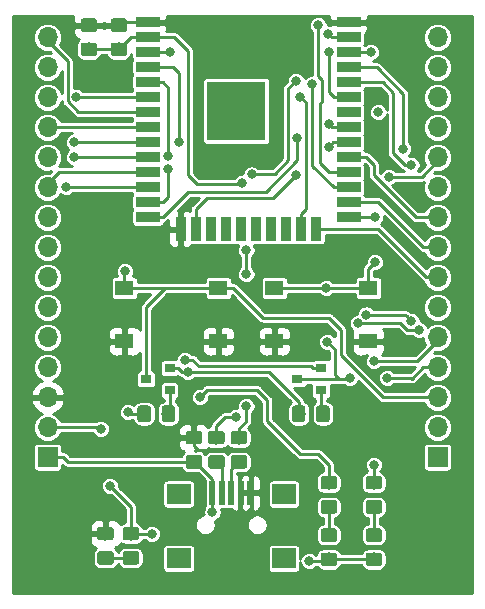
<source format=gbr>
G04 #@! TF.GenerationSoftware,KiCad,Pcbnew,(5.1.0)-1*
G04 #@! TF.CreationDate,2019-09-22T22:35:09+02:00*
G04 #@! TF.ProjectId,ESP32Eval,45535033-3245-4766-916c-2e6b69636164,rev?*
G04 #@! TF.SameCoordinates,Original*
G04 #@! TF.FileFunction,Copper,L1,Top*
G04 #@! TF.FilePolarity,Positive*
%FSLAX46Y46*%
G04 Gerber Fmt 4.6, Leading zero omitted, Abs format (unit mm)*
G04 Created by KiCad (PCBNEW (5.1.0)-1) date 2019-09-22 22:35:09*
%MOMM*%
%LPD*%
G04 APERTURE LIST*
%ADD10R,0.900000X0.800000*%
%ADD11R,2.000000X0.900000*%
%ADD12R,0.900000X2.000000*%
%ADD13R,5.000000X5.000000*%
%ADD14R,1.550000X1.300000*%
%ADD15C,0.100000*%
%ADD16C,1.150000*%
%ADD17O,1.700000X1.700000*%
%ADD18R,1.700000X1.700000*%
%ADD19R,2.000000X1.700000*%
%ADD20R,0.500000X2.000000*%
%ADD21C,0.800000*%
%ADD22C,0.250000*%
%ADD23C,0.254000*%
G04 APERTURE END LIST*
D10*
X152924000Y-115316000D03*
X154924000Y-114366000D03*
X154924000Y-116266000D03*
X140097000Y-115316000D03*
X142097000Y-114366000D03*
X142097000Y-116266000D03*
D11*
X157252000Y-85090000D03*
X157252000Y-86360000D03*
X157252000Y-87630000D03*
X157252000Y-88900000D03*
X157252000Y-90170000D03*
X157252000Y-91440000D03*
X157252000Y-92710000D03*
X157252000Y-93980000D03*
X157252000Y-95250000D03*
X157252000Y-96520000D03*
X157252000Y-97790000D03*
X157252000Y-99060000D03*
X157252000Y-100330000D03*
X157252000Y-101600000D03*
D12*
X154467000Y-102600000D03*
X153197000Y-102600000D03*
X151927000Y-102600000D03*
X150657000Y-102600000D03*
X149387000Y-102600000D03*
X148117000Y-102600000D03*
X146847000Y-102600000D03*
X145577000Y-102600000D03*
X144307000Y-102600000D03*
X143037000Y-102600000D03*
D11*
X140252000Y-101600000D03*
X140252000Y-100330000D03*
X140252000Y-99060000D03*
X140252000Y-97790000D03*
X140252000Y-96520000D03*
X140252000Y-95250000D03*
X140252000Y-93980000D03*
X140252000Y-92710000D03*
X140252000Y-91440000D03*
X140252000Y-90170000D03*
X140252000Y-88900000D03*
X140252000Y-87630000D03*
X140252000Y-86360000D03*
X140252000Y-85090000D03*
D13*
X147752000Y-92590000D03*
D14*
X146215000Y-112105000D03*
X138265000Y-112105000D03*
X146215000Y-107605000D03*
X138265000Y-107605000D03*
X158915000Y-112105000D03*
X150965000Y-112105000D03*
X158915000Y-107605000D03*
X150965000Y-107605000D03*
D15*
G36*
X159859505Y-123496204D02*
G01*
X159883773Y-123499804D01*
X159907572Y-123505765D01*
X159930671Y-123514030D01*
X159952850Y-123524520D01*
X159973893Y-123537132D01*
X159993599Y-123551747D01*
X160011777Y-123568223D01*
X160028253Y-123586401D01*
X160042868Y-123606107D01*
X160055480Y-123627150D01*
X160065970Y-123649329D01*
X160074235Y-123672428D01*
X160080196Y-123696227D01*
X160083796Y-123720495D01*
X160085000Y-123744999D01*
X160085000Y-124395001D01*
X160083796Y-124419505D01*
X160080196Y-124443773D01*
X160074235Y-124467572D01*
X160065970Y-124490671D01*
X160055480Y-124512850D01*
X160042868Y-124533893D01*
X160028253Y-124553599D01*
X160011777Y-124571777D01*
X159993599Y-124588253D01*
X159973893Y-124602868D01*
X159952850Y-124615480D01*
X159930671Y-124625970D01*
X159907572Y-124634235D01*
X159883773Y-124640196D01*
X159859505Y-124643796D01*
X159835001Y-124645000D01*
X158934999Y-124645000D01*
X158910495Y-124643796D01*
X158886227Y-124640196D01*
X158862428Y-124634235D01*
X158839329Y-124625970D01*
X158817150Y-124615480D01*
X158796107Y-124602868D01*
X158776401Y-124588253D01*
X158758223Y-124571777D01*
X158741747Y-124553599D01*
X158727132Y-124533893D01*
X158714520Y-124512850D01*
X158704030Y-124490671D01*
X158695765Y-124467572D01*
X158689804Y-124443773D01*
X158686204Y-124419505D01*
X158685000Y-124395001D01*
X158685000Y-123744999D01*
X158686204Y-123720495D01*
X158689804Y-123696227D01*
X158695765Y-123672428D01*
X158704030Y-123649329D01*
X158714520Y-123627150D01*
X158727132Y-123606107D01*
X158741747Y-123586401D01*
X158758223Y-123568223D01*
X158776401Y-123551747D01*
X158796107Y-123537132D01*
X158817150Y-123524520D01*
X158839329Y-123514030D01*
X158862428Y-123505765D01*
X158886227Y-123499804D01*
X158910495Y-123496204D01*
X158934999Y-123495000D01*
X159835001Y-123495000D01*
X159859505Y-123496204D01*
X159859505Y-123496204D01*
G37*
D16*
X159385000Y-124070000D03*
D15*
G36*
X159859505Y-125546204D02*
G01*
X159883773Y-125549804D01*
X159907572Y-125555765D01*
X159930671Y-125564030D01*
X159952850Y-125574520D01*
X159973893Y-125587132D01*
X159993599Y-125601747D01*
X160011777Y-125618223D01*
X160028253Y-125636401D01*
X160042868Y-125656107D01*
X160055480Y-125677150D01*
X160065970Y-125699329D01*
X160074235Y-125722428D01*
X160080196Y-125746227D01*
X160083796Y-125770495D01*
X160085000Y-125794999D01*
X160085000Y-126445001D01*
X160083796Y-126469505D01*
X160080196Y-126493773D01*
X160074235Y-126517572D01*
X160065970Y-126540671D01*
X160055480Y-126562850D01*
X160042868Y-126583893D01*
X160028253Y-126603599D01*
X160011777Y-126621777D01*
X159993599Y-126638253D01*
X159973893Y-126652868D01*
X159952850Y-126665480D01*
X159930671Y-126675970D01*
X159907572Y-126684235D01*
X159883773Y-126690196D01*
X159859505Y-126693796D01*
X159835001Y-126695000D01*
X158934999Y-126695000D01*
X158910495Y-126693796D01*
X158886227Y-126690196D01*
X158862428Y-126684235D01*
X158839329Y-126675970D01*
X158817150Y-126665480D01*
X158796107Y-126652868D01*
X158776401Y-126638253D01*
X158758223Y-126621777D01*
X158741747Y-126603599D01*
X158727132Y-126583893D01*
X158714520Y-126562850D01*
X158704030Y-126540671D01*
X158695765Y-126517572D01*
X158689804Y-126493773D01*
X158686204Y-126469505D01*
X158685000Y-126445001D01*
X158685000Y-125794999D01*
X158686204Y-125770495D01*
X158689804Y-125746227D01*
X158695765Y-125722428D01*
X158704030Y-125699329D01*
X158714520Y-125677150D01*
X158727132Y-125656107D01*
X158741747Y-125636401D01*
X158758223Y-125618223D01*
X158776401Y-125601747D01*
X158796107Y-125587132D01*
X158817150Y-125574520D01*
X158839329Y-125564030D01*
X158862428Y-125555765D01*
X158886227Y-125549804D01*
X158910495Y-125546204D01*
X158934999Y-125545000D01*
X159835001Y-125545000D01*
X159859505Y-125546204D01*
X159859505Y-125546204D01*
G37*
D16*
X159385000Y-126120000D03*
D15*
G36*
X156049505Y-123496204D02*
G01*
X156073773Y-123499804D01*
X156097572Y-123505765D01*
X156120671Y-123514030D01*
X156142850Y-123524520D01*
X156163893Y-123537132D01*
X156183599Y-123551747D01*
X156201777Y-123568223D01*
X156218253Y-123586401D01*
X156232868Y-123606107D01*
X156245480Y-123627150D01*
X156255970Y-123649329D01*
X156264235Y-123672428D01*
X156270196Y-123696227D01*
X156273796Y-123720495D01*
X156275000Y-123744999D01*
X156275000Y-124395001D01*
X156273796Y-124419505D01*
X156270196Y-124443773D01*
X156264235Y-124467572D01*
X156255970Y-124490671D01*
X156245480Y-124512850D01*
X156232868Y-124533893D01*
X156218253Y-124553599D01*
X156201777Y-124571777D01*
X156183599Y-124588253D01*
X156163893Y-124602868D01*
X156142850Y-124615480D01*
X156120671Y-124625970D01*
X156097572Y-124634235D01*
X156073773Y-124640196D01*
X156049505Y-124643796D01*
X156025001Y-124645000D01*
X155124999Y-124645000D01*
X155100495Y-124643796D01*
X155076227Y-124640196D01*
X155052428Y-124634235D01*
X155029329Y-124625970D01*
X155007150Y-124615480D01*
X154986107Y-124602868D01*
X154966401Y-124588253D01*
X154948223Y-124571777D01*
X154931747Y-124553599D01*
X154917132Y-124533893D01*
X154904520Y-124512850D01*
X154894030Y-124490671D01*
X154885765Y-124467572D01*
X154879804Y-124443773D01*
X154876204Y-124419505D01*
X154875000Y-124395001D01*
X154875000Y-123744999D01*
X154876204Y-123720495D01*
X154879804Y-123696227D01*
X154885765Y-123672428D01*
X154894030Y-123649329D01*
X154904520Y-123627150D01*
X154917132Y-123606107D01*
X154931747Y-123586401D01*
X154948223Y-123568223D01*
X154966401Y-123551747D01*
X154986107Y-123537132D01*
X155007150Y-123524520D01*
X155029329Y-123514030D01*
X155052428Y-123505765D01*
X155076227Y-123499804D01*
X155100495Y-123496204D01*
X155124999Y-123495000D01*
X156025001Y-123495000D01*
X156049505Y-123496204D01*
X156049505Y-123496204D01*
G37*
D16*
X155575000Y-124070000D03*
D15*
G36*
X156049505Y-125546204D02*
G01*
X156073773Y-125549804D01*
X156097572Y-125555765D01*
X156120671Y-125564030D01*
X156142850Y-125574520D01*
X156163893Y-125587132D01*
X156183599Y-125601747D01*
X156201777Y-125618223D01*
X156218253Y-125636401D01*
X156232868Y-125656107D01*
X156245480Y-125677150D01*
X156255970Y-125699329D01*
X156264235Y-125722428D01*
X156270196Y-125746227D01*
X156273796Y-125770495D01*
X156275000Y-125794999D01*
X156275000Y-126445001D01*
X156273796Y-126469505D01*
X156270196Y-126493773D01*
X156264235Y-126517572D01*
X156255970Y-126540671D01*
X156245480Y-126562850D01*
X156232868Y-126583893D01*
X156218253Y-126603599D01*
X156201777Y-126621777D01*
X156183599Y-126638253D01*
X156163893Y-126652868D01*
X156142850Y-126665480D01*
X156120671Y-126675970D01*
X156097572Y-126684235D01*
X156073773Y-126690196D01*
X156049505Y-126693796D01*
X156025001Y-126695000D01*
X155124999Y-126695000D01*
X155100495Y-126693796D01*
X155076227Y-126690196D01*
X155052428Y-126684235D01*
X155029329Y-126675970D01*
X155007150Y-126665480D01*
X154986107Y-126652868D01*
X154966401Y-126638253D01*
X154948223Y-126621777D01*
X154931747Y-126603599D01*
X154917132Y-126583893D01*
X154904520Y-126562850D01*
X154894030Y-126540671D01*
X154885765Y-126517572D01*
X154879804Y-126493773D01*
X154876204Y-126469505D01*
X154875000Y-126445001D01*
X154875000Y-125794999D01*
X154876204Y-125770495D01*
X154879804Y-125746227D01*
X154885765Y-125722428D01*
X154894030Y-125699329D01*
X154904520Y-125677150D01*
X154917132Y-125656107D01*
X154931747Y-125636401D01*
X154948223Y-125618223D01*
X154966401Y-125601747D01*
X154986107Y-125587132D01*
X155007150Y-125574520D01*
X155029329Y-125564030D01*
X155052428Y-125555765D01*
X155076227Y-125549804D01*
X155100495Y-125546204D01*
X155124999Y-125545000D01*
X156025001Y-125545000D01*
X156049505Y-125546204D01*
X156049505Y-125546204D01*
G37*
D16*
X155575000Y-126120000D03*
D15*
G36*
X140294505Y-117538204D02*
G01*
X140318773Y-117541804D01*
X140342572Y-117547765D01*
X140365671Y-117556030D01*
X140387850Y-117566520D01*
X140408893Y-117579132D01*
X140428599Y-117593747D01*
X140446777Y-117610223D01*
X140463253Y-117628401D01*
X140477868Y-117648107D01*
X140490480Y-117669150D01*
X140500970Y-117691329D01*
X140509235Y-117714428D01*
X140515196Y-117738227D01*
X140518796Y-117762495D01*
X140520000Y-117786999D01*
X140520000Y-118687001D01*
X140518796Y-118711505D01*
X140515196Y-118735773D01*
X140509235Y-118759572D01*
X140500970Y-118782671D01*
X140490480Y-118804850D01*
X140477868Y-118825893D01*
X140463253Y-118845599D01*
X140446777Y-118863777D01*
X140428599Y-118880253D01*
X140408893Y-118894868D01*
X140387850Y-118907480D01*
X140365671Y-118917970D01*
X140342572Y-118926235D01*
X140318773Y-118932196D01*
X140294505Y-118935796D01*
X140270001Y-118937000D01*
X139619999Y-118937000D01*
X139595495Y-118935796D01*
X139571227Y-118932196D01*
X139547428Y-118926235D01*
X139524329Y-118917970D01*
X139502150Y-118907480D01*
X139481107Y-118894868D01*
X139461401Y-118880253D01*
X139443223Y-118863777D01*
X139426747Y-118845599D01*
X139412132Y-118825893D01*
X139399520Y-118804850D01*
X139389030Y-118782671D01*
X139380765Y-118759572D01*
X139374804Y-118735773D01*
X139371204Y-118711505D01*
X139370000Y-118687001D01*
X139370000Y-117786999D01*
X139371204Y-117762495D01*
X139374804Y-117738227D01*
X139380765Y-117714428D01*
X139389030Y-117691329D01*
X139399520Y-117669150D01*
X139412132Y-117648107D01*
X139426747Y-117628401D01*
X139443223Y-117610223D01*
X139461401Y-117593747D01*
X139481107Y-117579132D01*
X139502150Y-117566520D01*
X139524329Y-117556030D01*
X139547428Y-117547765D01*
X139571227Y-117541804D01*
X139595495Y-117538204D01*
X139619999Y-117537000D01*
X140270001Y-117537000D01*
X140294505Y-117538204D01*
X140294505Y-117538204D01*
G37*
D16*
X139945000Y-118237000D03*
D15*
G36*
X142344505Y-117538204D02*
G01*
X142368773Y-117541804D01*
X142392572Y-117547765D01*
X142415671Y-117556030D01*
X142437850Y-117566520D01*
X142458893Y-117579132D01*
X142478599Y-117593747D01*
X142496777Y-117610223D01*
X142513253Y-117628401D01*
X142527868Y-117648107D01*
X142540480Y-117669150D01*
X142550970Y-117691329D01*
X142559235Y-117714428D01*
X142565196Y-117738227D01*
X142568796Y-117762495D01*
X142570000Y-117786999D01*
X142570000Y-118687001D01*
X142568796Y-118711505D01*
X142565196Y-118735773D01*
X142559235Y-118759572D01*
X142550970Y-118782671D01*
X142540480Y-118804850D01*
X142527868Y-118825893D01*
X142513253Y-118845599D01*
X142496777Y-118863777D01*
X142478599Y-118880253D01*
X142458893Y-118894868D01*
X142437850Y-118907480D01*
X142415671Y-118917970D01*
X142392572Y-118926235D01*
X142368773Y-118932196D01*
X142344505Y-118935796D01*
X142320001Y-118937000D01*
X141669999Y-118937000D01*
X141645495Y-118935796D01*
X141621227Y-118932196D01*
X141597428Y-118926235D01*
X141574329Y-118917970D01*
X141552150Y-118907480D01*
X141531107Y-118894868D01*
X141511401Y-118880253D01*
X141493223Y-118863777D01*
X141476747Y-118845599D01*
X141462132Y-118825893D01*
X141449520Y-118804850D01*
X141439030Y-118782671D01*
X141430765Y-118759572D01*
X141424804Y-118735773D01*
X141421204Y-118711505D01*
X141420000Y-118687001D01*
X141420000Y-117786999D01*
X141421204Y-117762495D01*
X141424804Y-117738227D01*
X141430765Y-117714428D01*
X141439030Y-117691329D01*
X141449520Y-117669150D01*
X141462132Y-117648107D01*
X141476747Y-117628401D01*
X141493223Y-117610223D01*
X141511401Y-117593747D01*
X141531107Y-117579132D01*
X141552150Y-117566520D01*
X141574329Y-117556030D01*
X141597428Y-117547765D01*
X141621227Y-117541804D01*
X141645495Y-117538204D01*
X141669999Y-117537000D01*
X142320001Y-117537000D01*
X142344505Y-117538204D01*
X142344505Y-117538204D01*
G37*
D16*
X141995000Y-118237000D03*
D15*
G36*
X153375505Y-117538204D02*
G01*
X153399773Y-117541804D01*
X153423572Y-117547765D01*
X153446671Y-117556030D01*
X153468850Y-117566520D01*
X153489893Y-117579132D01*
X153509599Y-117593747D01*
X153527777Y-117610223D01*
X153544253Y-117628401D01*
X153558868Y-117648107D01*
X153571480Y-117669150D01*
X153581970Y-117691329D01*
X153590235Y-117714428D01*
X153596196Y-117738227D01*
X153599796Y-117762495D01*
X153601000Y-117786999D01*
X153601000Y-118687001D01*
X153599796Y-118711505D01*
X153596196Y-118735773D01*
X153590235Y-118759572D01*
X153581970Y-118782671D01*
X153571480Y-118804850D01*
X153558868Y-118825893D01*
X153544253Y-118845599D01*
X153527777Y-118863777D01*
X153509599Y-118880253D01*
X153489893Y-118894868D01*
X153468850Y-118907480D01*
X153446671Y-118917970D01*
X153423572Y-118926235D01*
X153399773Y-118932196D01*
X153375505Y-118935796D01*
X153351001Y-118937000D01*
X152700999Y-118937000D01*
X152676495Y-118935796D01*
X152652227Y-118932196D01*
X152628428Y-118926235D01*
X152605329Y-118917970D01*
X152583150Y-118907480D01*
X152562107Y-118894868D01*
X152542401Y-118880253D01*
X152524223Y-118863777D01*
X152507747Y-118845599D01*
X152493132Y-118825893D01*
X152480520Y-118804850D01*
X152470030Y-118782671D01*
X152461765Y-118759572D01*
X152455804Y-118735773D01*
X152452204Y-118711505D01*
X152451000Y-118687001D01*
X152451000Y-117786999D01*
X152452204Y-117762495D01*
X152455804Y-117738227D01*
X152461765Y-117714428D01*
X152470030Y-117691329D01*
X152480520Y-117669150D01*
X152493132Y-117648107D01*
X152507747Y-117628401D01*
X152524223Y-117610223D01*
X152542401Y-117593747D01*
X152562107Y-117579132D01*
X152583150Y-117566520D01*
X152605329Y-117556030D01*
X152628428Y-117547765D01*
X152652227Y-117541804D01*
X152676495Y-117538204D01*
X152700999Y-117537000D01*
X153351001Y-117537000D01*
X153375505Y-117538204D01*
X153375505Y-117538204D01*
G37*
D16*
X153026000Y-118237000D03*
D15*
G36*
X155425505Y-117538204D02*
G01*
X155449773Y-117541804D01*
X155473572Y-117547765D01*
X155496671Y-117556030D01*
X155518850Y-117566520D01*
X155539893Y-117579132D01*
X155559599Y-117593747D01*
X155577777Y-117610223D01*
X155594253Y-117628401D01*
X155608868Y-117648107D01*
X155621480Y-117669150D01*
X155631970Y-117691329D01*
X155640235Y-117714428D01*
X155646196Y-117738227D01*
X155649796Y-117762495D01*
X155651000Y-117786999D01*
X155651000Y-118687001D01*
X155649796Y-118711505D01*
X155646196Y-118735773D01*
X155640235Y-118759572D01*
X155631970Y-118782671D01*
X155621480Y-118804850D01*
X155608868Y-118825893D01*
X155594253Y-118845599D01*
X155577777Y-118863777D01*
X155559599Y-118880253D01*
X155539893Y-118894868D01*
X155518850Y-118907480D01*
X155496671Y-118917970D01*
X155473572Y-118926235D01*
X155449773Y-118932196D01*
X155425505Y-118935796D01*
X155401001Y-118937000D01*
X154750999Y-118937000D01*
X154726495Y-118935796D01*
X154702227Y-118932196D01*
X154678428Y-118926235D01*
X154655329Y-118917970D01*
X154633150Y-118907480D01*
X154612107Y-118894868D01*
X154592401Y-118880253D01*
X154574223Y-118863777D01*
X154557747Y-118845599D01*
X154543132Y-118825893D01*
X154530520Y-118804850D01*
X154520030Y-118782671D01*
X154511765Y-118759572D01*
X154505804Y-118735773D01*
X154502204Y-118711505D01*
X154501000Y-118687001D01*
X154501000Y-117786999D01*
X154502204Y-117762495D01*
X154505804Y-117738227D01*
X154511765Y-117714428D01*
X154520030Y-117691329D01*
X154530520Y-117669150D01*
X154543132Y-117648107D01*
X154557747Y-117628401D01*
X154574223Y-117610223D01*
X154592401Y-117593747D01*
X154612107Y-117579132D01*
X154633150Y-117566520D01*
X154655329Y-117556030D01*
X154678428Y-117547765D01*
X154702227Y-117541804D01*
X154726495Y-117538204D01*
X154750999Y-117537000D01*
X155401001Y-117537000D01*
X155425505Y-117538204D01*
X155425505Y-117538204D01*
G37*
D16*
X155076000Y-118237000D03*
D15*
G36*
X139285505Y-127814204D02*
G01*
X139309773Y-127817804D01*
X139333572Y-127823765D01*
X139356671Y-127832030D01*
X139378850Y-127842520D01*
X139399893Y-127855132D01*
X139419599Y-127869747D01*
X139437777Y-127886223D01*
X139454253Y-127904401D01*
X139468868Y-127924107D01*
X139481480Y-127945150D01*
X139491970Y-127967329D01*
X139500235Y-127990428D01*
X139506196Y-128014227D01*
X139509796Y-128038495D01*
X139511000Y-128062999D01*
X139511000Y-128713001D01*
X139509796Y-128737505D01*
X139506196Y-128761773D01*
X139500235Y-128785572D01*
X139491970Y-128808671D01*
X139481480Y-128830850D01*
X139468868Y-128851893D01*
X139454253Y-128871599D01*
X139437777Y-128889777D01*
X139419599Y-128906253D01*
X139399893Y-128920868D01*
X139378850Y-128933480D01*
X139356671Y-128943970D01*
X139333572Y-128952235D01*
X139309773Y-128958196D01*
X139285505Y-128961796D01*
X139261001Y-128963000D01*
X138360999Y-128963000D01*
X138336495Y-128961796D01*
X138312227Y-128958196D01*
X138288428Y-128952235D01*
X138265329Y-128943970D01*
X138243150Y-128933480D01*
X138222107Y-128920868D01*
X138202401Y-128906253D01*
X138184223Y-128889777D01*
X138167747Y-128871599D01*
X138153132Y-128851893D01*
X138140520Y-128830850D01*
X138130030Y-128808671D01*
X138121765Y-128785572D01*
X138115804Y-128761773D01*
X138112204Y-128737505D01*
X138111000Y-128713001D01*
X138111000Y-128062999D01*
X138112204Y-128038495D01*
X138115804Y-128014227D01*
X138121765Y-127990428D01*
X138130030Y-127967329D01*
X138140520Y-127945150D01*
X138153132Y-127924107D01*
X138167747Y-127904401D01*
X138184223Y-127886223D01*
X138202401Y-127869747D01*
X138222107Y-127855132D01*
X138243150Y-127842520D01*
X138265329Y-127832030D01*
X138288428Y-127823765D01*
X138312227Y-127817804D01*
X138336495Y-127814204D01*
X138360999Y-127813000D01*
X139261001Y-127813000D01*
X139285505Y-127814204D01*
X139285505Y-127814204D01*
G37*
D16*
X138811000Y-128388000D03*
D15*
G36*
X139285505Y-129864204D02*
G01*
X139309773Y-129867804D01*
X139333572Y-129873765D01*
X139356671Y-129882030D01*
X139378850Y-129892520D01*
X139399893Y-129905132D01*
X139419599Y-129919747D01*
X139437777Y-129936223D01*
X139454253Y-129954401D01*
X139468868Y-129974107D01*
X139481480Y-129995150D01*
X139491970Y-130017329D01*
X139500235Y-130040428D01*
X139506196Y-130064227D01*
X139509796Y-130088495D01*
X139511000Y-130112999D01*
X139511000Y-130763001D01*
X139509796Y-130787505D01*
X139506196Y-130811773D01*
X139500235Y-130835572D01*
X139491970Y-130858671D01*
X139481480Y-130880850D01*
X139468868Y-130901893D01*
X139454253Y-130921599D01*
X139437777Y-130939777D01*
X139419599Y-130956253D01*
X139399893Y-130970868D01*
X139378850Y-130983480D01*
X139356671Y-130993970D01*
X139333572Y-131002235D01*
X139309773Y-131008196D01*
X139285505Y-131011796D01*
X139261001Y-131013000D01*
X138360999Y-131013000D01*
X138336495Y-131011796D01*
X138312227Y-131008196D01*
X138288428Y-131002235D01*
X138265329Y-130993970D01*
X138243150Y-130983480D01*
X138222107Y-130970868D01*
X138202401Y-130956253D01*
X138184223Y-130939777D01*
X138167747Y-130921599D01*
X138153132Y-130901893D01*
X138140520Y-130880850D01*
X138130030Y-130858671D01*
X138121765Y-130835572D01*
X138115804Y-130811773D01*
X138112204Y-130787505D01*
X138111000Y-130763001D01*
X138111000Y-130112999D01*
X138112204Y-130088495D01*
X138115804Y-130064227D01*
X138121765Y-130040428D01*
X138130030Y-130017329D01*
X138140520Y-129995150D01*
X138153132Y-129974107D01*
X138167747Y-129954401D01*
X138184223Y-129936223D01*
X138202401Y-129919747D01*
X138222107Y-129905132D01*
X138243150Y-129892520D01*
X138265329Y-129882030D01*
X138288428Y-129873765D01*
X138312227Y-129867804D01*
X138336495Y-129864204D01*
X138360999Y-129863000D01*
X139261001Y-129863000D01*
X139285505Y-129864204D01*
X139285505Y-129864204D01*
G37*
D16*
X138811000Y-130438000D03*
D15*
G36*
X146524505Y-121736204D02*
G01*
X146548773Y-121739804D01*
X146572572Y-121745765D01*
X146595671Y-121754030D01*
X146617850Y-121764520D01*
X146638893Y-121777132D01*
X146658599Y-121791747D01*
X146676777Y-121808223D01*
X146693253Y-121826401D01*
X146707868Y-121846107D01*
X146720480Y-121867150D01*
X146730970Y-121889329D01*
X146739235Y-121912428D01*
X146745196Y-121936227D01*
X146748796Y-121960495D01*
X146750000Y-121984999D01*
X146750000Y-122635001D01*
X146748796Y-122659505D01*
X146745196Y-122683773D01*
X146739235Y-122707572D01*
X146730970Y-122730671D01*
X146720480Y-122752850D01*
X146707868Y-122773893D01*
X146693253Y-122793599D01*
X146676777Y-122811777D01*
X146658599Y-122828253D01*
X146638893Y-122842868D01*
X146617850Y-122855480D01*
X146595671Y-122865970D01*
X146572572Y-122874235D01*
X146548773Y-122880196D01*
X146524505Y-122883796D01*
X146500001Y-122885000D01*
X145599999Y-122885000D01*
X145575495Y-122883796D01*
X145551227Y-122880196D01*
X145527428Y-122874235D01*
X145504329Y-122865970D01*
X145482150Y-122855480D01*
X145461107Y-122842868D01*
X145441401Y-122828253D01*
X145423223Y-122811777D01*
X145406747Y-122793599D01*
X145392132Y-122773893D01*
X145379520Y-122752850D01*
X145369030Y-122730671D01*
X145360765Y-122707572D01*
X145354804Y-122683773D01*
X145351204Y-122659505D01*
X145350000Y-122635001D01*
X145350000Y-121984999D01*
X145351204Y-121960495D01*
X145354804Y-121936227D01*
X145360765Y-121912428D01*
X145369030Y-121889329D01*
X145379520Y-121867150D01*
X145392132Y-121846107D01*
X145406747Y-121826401D01*
X145423223Y-121808223D01*
X145441401Y-121791747D01*
X145461107Y-121777132D01*
X145482150Y-121764520D01*
X145504329Y-121754030D01*
X145527428Y-121745765D01*
X145551227Y-121739804D01*
X145575495Y-121736204D01*
X145599999Y-121735000D01*
X146500001Y-121735000D01*
X146524505Y-121736204D01*
X146524505Y-121736204D01*
G37*
D16*
X146050000Y-122310000D03*
D15*
G36*
X146524505Y-119686204D02*
G01*
X146548773Y-119689804D01*
X146572572Y-119695765D01*
X146595671Y-119704030D01*
X146617850Y-119714520D01*
X146638893Y-119727132D01*
X146658599Y-119741747D01*
X146676777Y-119758223D01*
X146693253Y-119776401D01*
X146707868Y-119796107D01*
X146720480Y-119817150D01*
X146730970Y-119839329D01*
X146739235Y-119862428D01*
X146745196Y-119886227D01*
X146748796Y-119910495D01*
X146750000Y-119934999D01*
X146750000Y-120585001D01*
X146748796Y-120609505D01*
X146745196Y-120633773D01*
X146739235Y-120657572D01*
X146730970Y-120680671D01*
X146720480Y-120702850D01*
X146707868Y-120723893D01*
X146693253Y-120743599D01*
X146676777Y-120761777D01*
X146658599Y-120778253D01*
X146638893Y-120792868D01*
X146617850Y-120805480D01*
X146595671Y-120815970D01*
X146572572Y-120824235D01*
X146548773Y-120830196D01*
X146524505Y-120833796D01*
X146500001Y-120835000D01*
X145599999Y-120835000D01*
X145575495Y-120833796D01*
X145551227Y-120830196D01*
X145527428Y-120824235D01*
X145504329Y-120815970D01*
X145482150Y-120805480D01*
X145461107Y-120792868D01*
X145441401Y-120778253D01*
X145423223Y-120761777D01*
X145406747Y-120743599D01*
X145392132Y-120723893D01*
X145379520Y-120702850D01*
X145369030Y-120680671D01*
X145360765Y-120657572D01*
X145354804Y-120633773D01*
X145351204Y-120609505D01*
X145350000Y-120585001D01*
X145350000Y-119934999D01*
X145351204Y-119910495D01*
X145354804Y-119886227D01*
X145360765Y-119862428D01*
X145369030Y-119839329D01*
X145379520Y-119817150D01*
X145392132Y-119796107D01*
X145406747Y-119776401D01*
X145423223Y-119758223D01*
X145441401Y-119741747D01*
X145461107Y-119727132D01*
X145482150Y-119714520D01*
X145504329Y-119704030D01*
X145527428Y-119695765D01*
X145551227Y-119689804D01*
X145575495Y-119686204D01*
X145599999Y-119685000D01*
X146500001Y-119685000D01*
X146524505Y-119686204D01*
X146524505Y-119686204D01*
G37*
D16*
X146050000Y-120260000D03*
D15*
G36*
X148429505Y-121736204D02*
G01*
X148453773Y-121739804D01*
X148477572Y-121745765D01*
X148500671Y-121754030D01*
X148522850Y-121764520D01*
X148543893Y-121777132D01*
X148563599Y-121791747D01*
X148581777Y-121808223D01*
X148598253Y-121826401D01*
X148612868Y-121846107D01*
X148625480Y-121867150D01*
X148635970Y-121889329D01*
X148644235Y-121912428D01*
X148650196Y-121936227D01*
X148653796Y-121960495D01*
X148655000Y-121984999D01*
X148655000Y-122635001D01*
X148653796Y-122659505D01*
X148650196Y-122683773D01*
X148644235Y-122707572D01*
X148635970Y-122730671D01*
X148625480Y-122752850D01*
X148612868Y-122773893D01*
X148598253Y-122793599D01*
X148581777Y-122811777D01*
X148563599Y-122828253D01*
X148543893Y-122842868D01*
X148522850Y-122855480D01*
X148500671Y-122865970D01*
X148477572Y-122874235D01*
X148453773Y-122880196D01*
X148429505Y-122883796D01*
X148405001Y-122885000D01*
X147504999Y-122885000D01*
X147480495Y-122883796D01*
X147456227Y-122880196D01*
X147432428Y-122874235D01*
X147409329Y-122865970D01*
X147387150Y-122855480D01*
X147366107Y-122842868D01*
X147346401Y-122828253D01*
X147328223Y-122811777D01*
X147311747Y-122793599D01*
X147297132Y-122773893D01*
X147284520Y-122752850D01*
X147274030Y-122730671D01*
X147265765Y-122707572D01*
X147259804Y-122683773D01*
X147256204Y-122659505D01*
X147255000Y-122635001D01*
X147255000Y-121984999D01*
X147256204Y-121960495D01*
X147259804Y-121936227D01*
X147265765Y-121912428D01*
X147274030Y-121889329D01*
X147284520Y-121867150D01*
X147297132Y-121846107D01*
X147311747Y-121826401D01*
X147328223Y-121808223D01*
X147346401Y-121791747D01*
X147366107Y-121777132D01*
X147387150Y-121764520D01*
X147409329Y-121754030D01*
X147432428Y-121745765D01*
X147456227Y-121739804D01*
X147480495Y-121736204D01*
X147504999Y-121735000D01*
X148405001Y-121735000D01*
X148429505Y-121736204D01*
X148429505Y-121736204D01*
G37*
D16*
X147955000Y-122310000D03*
D15*
G36*
X148429505Y-119686204D02*
G01*
X148453773Y-119689804D01*
X148477572Y-119695765D01*
X148500671Y-119704030D01*
X148522850Y-119714520D01*
X148543893Y-119727132D01*
X148563599Y-119741747D01*
X148581777Y-119758223D01*
X148598253Y-119776401D01*
X148612868Y-119796107D01*
X148625480Y-119817150D01*
X148635970Y-119839329D01*
X148644235Y-119862428D01*
X148650196Y-119886227D01*
X148653796Y-119910495D01*
X148655000Y-119934999D01*
X148655000Y-120585001D01*
X148653796Y-120609505D01*
X148650196Y-120633773D01*
X148644235Y-120657572D01*
X148635970Y-120680671D01*
X148625480Y-120702850D01*
X148612868Y-120723893D01*
X148598253Y-120743599D01*
X148581777Y-120761777D01*
X148563599Y-120778253D01*
X148543893Y-120792868D01*
X148522850Y-120805480D01*
X148500671Y-120815970D01*
X148477572Y-120824235D01*
X148453773Y-120830196D01*
X148429505Y-120833796D01*
X148405001Y-120835000D01*
X147504999Y-120835000D01*
X147480495Y-120833796D01*
X147456227Y-120830196D01*
X147432428Y-120824235D01*
X147409329Y-120815970D01*
X147387150Y-120805480D01*
X147366107Y-120792868D01*
X147346401Y-120778253D01*
X147328223Y-120761777D01*
X147311747Y-120743599D01*
X147297132Y-120723893D01*
X147284520Y-120702850D01*
X147274030Y-120680671D01*
X147265765Y-120657572D01*
X147259804Y-120633773D01*
X147256204Y-120609505D01*
X147255000Y-120585001D01*
X147255000Y-119934999D01*
X147256204Y-119910495D01*
X147259804Y-119886227D01*
X147265765Y-119862428D01*
X147274030Y-119839329D01*
X147284520Y-119817150D01*
X147297132Y-119796107D01*
X147311747Y-119776401D01*
X147328223Y-119758223D01*
X147346401Y-119741747D01*
X147366107Y-119727132D01*
X147387150Y-119714520D01*
X147409329Y-119704030D01*
X147432428Y-119695765D01*
X147456227Y-119689804D01*
X147480495Y-119686204D01*
X147504999Y-119685000D01*
X148405001Y-119685000D01*
X148429505Y-119686204D01*
X148429505Y-119686204D01*
G37*
D16*
X147955000Y-120260000D03*
D17*
X131765000Y-86360000D03*
X131765000Y-88900000D03*
X131765000Y-91440000D03*
X131765000Y-93980000D03*
X131765000Y-96520000D03*
X131765000Y-99060000D03*
X131765000Y-101600000D03*
X131765000Y-104140000D03*
X131765000Y-106680000D03*
X131765000Y-109220000D03*
X131765000Y-111760000D03*
X131765000Y-114300000D03*
X131765000Y-116840000D03*
X131765000Y-119380000D03*
D18*
X131765000Y-121920000D03*
D17*
X164780000Y-86360000D03*
X164780000Y-88900000D03*
X164780000Y-91440000D03*
X164780000Y-93980000D03*
X164780000Y-96520000D03*
X164780000Y-99060000D03*
X164780000Y-101600000D03*
X164780000Y-104140000D03*
X164780000Y-106680000D03*
X164780000Y-109220000D03*
X164780000Y-111760000D03*
X164780000Y-114300000D03*
X164780000Y-116840000D03*
X164780000Y-119380000D03*
D18*
X164780000Y-121920000D03*
D19*
X151770000Y-130485000D03*
X151770000Y-125035000D03*
X142870000Y-130485000D03*
X142870000Y-125035000D03*
D20*
X148920000Y-124935000D03*
X148120000Y-124935000D03*
X147320000Y-124935000D03*
X146520000Y-124935000D03*
X145720000Y-124935000D03*
D15*
G36*
X159859505Y-129991204D02*
G01*
X159883773Y-129994804D01*
X159907572Y-130000765D01*
X159930671Y-130009030D01*
X159952850Y-130019520D01*
X159973893Y-130032132D01*
X159993599Y-130046747D01*
X160011777Y-130063223D01*
X160028253Y-130081401D01*
X160042868Y-130101107D01*
X160055480Y-130122150D01*
X160065970Y-130144329D01*
X160074235Y-130167428D01*
X160080196Y-130191227D01*
X160083796Y-130215495D01*
X160085000Y-130239999D01*
X160085000Y-130890001D01*
X160083796Y-130914505D01*
X160080196Y-130938773D01*
X160074235Y-130962572D01*
X160065970Y-130985671D01*
X160055480Y-131007850D01*
X160042868Y-131028893D01*
X160028253Y-131048599D01*
X160011777Y-131066777D01*
X159993599Y-131083253D01*
X159973893Y-131097868D01*
X159952850Y-131110480D01*
X159930671Y-131120970D01*
X159907572Y-131129235D01*
X159883773Y-131135196D01*
X159859505Y-131138796D01*
X159835001Y-131140000D01*
X158934999Y-131140000D01*
X158910495Y-131138796D01*
X158886227Y-131135196D01*
X158862428Y-131129235D01*
X158839329Y-131120970D01*
X158817150Y-131110480D01*
X158796107Y-131097868D01*
X158776401Y-131083253D01*
X158758223Y-131066777D01*
X158741747Y-131048599D01*
X158727132Y-131028893D01*
X158714520Y-131007850D01*
X158704030Y-130985671D01*
X158695765Y-130962572D01*
X158689804Y-130938773D01*
X158686204Y-130914505D01*
X158685000Y-130890001D01*
X158685000Y-130239999D01*
X158686204Y-130215495D01*
X158689804Y-130191227D01*
X158695765Y-130167428D01*
X158704030Y-130144329D01*
X158714520Y-130122150D01*
X158727132Y-130101107D01*
X158741747Y-130081401D01*
X158758223Y-130063223D01*
X158776401Y-130046747D01*
X158796107Y-130032132D01*
X158817150Y-130019520D01*
X158839329Y-130009030D01*
X158862428Y-130000765D01*
X158886227Y-129994804D01*
X158910495Y-129991204D01*
X158934999Y-129990000D01*
X159835001Y-129990000D01*
X159859505Y-129991204D01*
X159859505Y-129991204D01*
G37*
D16*
X159385000Y-130565000D03*
D15*
G36*
X159859505Y-127941204D02*
G01*
X159883773Y-127944804D01*
X159907572Y-127950765D01*
X159930671Y-127959030D01*
X159952850Y-127969520D01*
X159973893Y-127982132D01*
X159993599Y-127996747D01*
X160011777Y-128013223D01*
X160028253Y-128031401D01*
X160042868Y-128051107D01*
X160055480Y-128072150D01*
X160065970Y-128094329D01*
X160074235Y-128117428D01*
X160080196Y-128141227D01*
X160083796Y-128165495D01*
X160085000Y-128189999D01*
X160085000Y-128840001D01*
X160083796Y-128864505D01*
X160080196Y-128888773D01*
X160074235Y-128912572D01*
X160065970Y-128935671D01*
X160055480Y-128957850D01*
X160042868Y-128978893D01*
X160028253Y-128998599D01*
X160011777Y-129016777D01*
X159993599Y-129033253D01*
X159973893Y-129047868D01*
X159952850Y-129060480D01*
X159930671Y-129070970D01*
X159907572Y-129079235D01*
X159883773Y-129085196D01*
X159859505Y-129088796D01*
X159835001Y-129090000D01*
X158934999Y-129090000D01*
X158910495Y-129088796D01*
X158886227Y-129085196D01*
X158862428Y-129079235D01*
X158839329Y-129070970D01*
X158817150Y-129060480D01*
X158796107Y-129047868D01*
X158776401Y-129033253D01*
X158758223Y-129016777D01*
X158741747Y-128998599D01*
X158727132Y-128978893D01*
X158714520Y-128957850D01*
X158704030Y-128935671D01*
X158695765Y-128912572D01*
X158689804Y-128888773D01*
X158686204Y-128864505D01*
X158685000Y-128840001D01*
X158685000Y-128189999D01*
X158686204Y-128165495D01*
X158689804Y-128141227D01*
X158695765Y-128117428D01*
X158704030Y-128094329D01*
X158714520Y-128072150D01*
X158727132Y-128051107D01*
X158741747Y-128031401D01*
X158758223Y-128013223D01*
X158776401Y-127996747D01*
X158796107Y-127982132D01*
X158817150Y-127969520D01*
X158839329Y-127959030D01*
X158862428Y-127950765D01*
X158886227Y-127944804D01*
X158910495Y-127941204D01*
X158934999Y-127940000D01*
X159835001Y-127940000D01*
X159859505Y-127941204D01*
X159859505Y-127941204D01*
G37*
D16*
X159385000Y-128515000D03*
D15*
G36*
X156049505Y-129991204D02*
G01*
X156073773Y-129994804D01*
X156097572Y-130000765D01*
X156120671Y-130009030D01*
X156142850Y-130019520D01*
X156163893Y-130032132D01*
X156183599Y-130046747D01*
X156201777Y-130063223D01*
X156218253Y-130081401D01*
X156232868Y-130101107D01*
X156245480Y-130122150D01*
X156255970Y-130144329D01*
X156264235Y-130167428D01*
X156270196Y-130191227D01*
X156273796Y-130215495D01*
X156275000Y-130239999D01*
X156275000Y-130890001D01*
X156273796Y-130914505D01*
X156270196Y-130938773D01*
X156264235Y-130962572D01*
X156255970Y-130985671D01*
X156245480Y-131007850D01*
X156232868Y-131028893D01*
X156218253Y-131048599D01*
X156201777Y-131066777D01*
X156183599Y-131083253D01*
X156163893Y-131097868D01*
X156142850Y-131110480D01*
X156120671Y-131120970D01*
X156097572Y-131129235D01*
X156073773Y-131135196D01*
X156049505Y-131138796D01*
X156025001Y-131140000D01*
X155124999Y-131140000D01*
X155100495Y-131138796D01*
X155076227Y-131135196D01*
X155052428Y-131129235D01*
X155029329Y-131120970D01*
X155007150Y-131110480D01*
X154986107Y-131097868D01*
X154966401Y-131083253D01*
X154948223Y-131066777D01*
X154931747Y-131048599D01*
X154917132Y-131028893D01*
X154904520Y-131007850D01*
X154894030Y-130985671D01*
X154885765Y-130962572D01*
X154879804Y-130938773D01*
X154876204Y-130914505D01*
X154875000Y-130890001D01*
X154875000Y-130239999D01*
X154876204Y-130215495D01*
X154879804Y-130191227D01*
X154885765Y-130167428D01*
X154894030Y-130144329D01*
X154904520Y-130122150D01*
X154917132Y-130101107D01*
X154931747Y-130081401D01*
X154948223Y-130063223D01*
X154966401Y-130046747D01*
X154986107Y-130032132D01*
X155007150Y-130019520D01*
X155029329Y-130009030D01*
X155052428Y-130000765D01*
X155076227Y-129994804D01*
X155100495Y-129991204D01*
X155124999Y-129990000D01*
X156025001Y-129990000D01*
X156049505Y-129991204D01*
X156049505Y-129991204D01*
G37*
D16*
X155575000Y-130565000D03*
D15*
G36*
X156049505Y-127941204D02*
G01*
X156073773Y-127944804D01*
X156097572Y-127950765D01*
X156120671Y-127959030D01*
X156142850Y-127969520D01*
X156163893Y-127982132D01*
X156183599Y-127996747D01*
X156201777Y-128013223D01*
X156218253Y-128031401D01*
X156232868Y-128051107D01*
X156245480Y-128072150D01*
X156255970Y-128094329D01*
X156264235Y-128117428D01*
X156270196Y-128141227D01*
X156273796Y-128165495D01*
X156275000Y-128189999D01*
X156275000Y-128840001D01*
X156273796Y-128864505D01*
X156270196Y-128888773D01*
X156264235Y-128912572D01*
X156255970Y-128935671D01*
X156245480Y-128957850D01*
X156232868Y-128978893D01*
X156218253Y-128998599D01*
X156201777Y-129016777D01*
X156183599Y-129033253D01*
X156163893Y-129047868D01*
X156142850Y-129060480D01*
X156120671Y-129070970D01*
X156097572Y-129079235D01*
X156073773Y-129085196D01*
X156049505Y-129088796D01*
X156025001Y-129090000D01*
X155124999Y-129090000D01*
X155100495Y-129088796D01*
X155076227Y-129085196D01*
X155052428Y-129079235D01*
X155029329Y-129070970D01*
X155007150Y-129060480D01*
X154986107Y-129047868D01*
X154966401Y-129033253D01*
X154948223Y-129016777D01*
X154931747Y-128998599D01*
X154917132Y-128978893D01*
X154904520Y-128957850D01*
X154894030Y-128935671D01*
X154885765Y-128912572D01*
X154879804Y-128888773D01*
X154876204Y-128864505D01*
X154875000Y-128840001D01*
X154875000Y-128189999D01*
X154876204Y-128165495D01*
X154879804Y-128141227D01*
X154885765Y-128117428D01*
X154894030Y-128094329D01*
X154904520Y-128072150D01*
X154917132Y-128051107D01*
X154931747Y-128031401D01*
X154948223Y-128013223D01*
X154966401Y-127996747D01*
X154986107Y-127982132D01*
X155007150Y-127969520D01*
X155029329Y-127959030D01*
X155052428Y-127950765D01*
X155076227Y-127944804D01*
X155100495Y-127941204D01*
X155124999Y-127940000D01*
X156025001Y-127940000D01*
X156049505Y-127941204D01*
X156049505Y-127941204D01*
G37*
D16*
X155575000Y-128515000D03*
D15*
G36*
X137126505Y-129864204D02*
G01*
X137150773Y-129867804D01*
X137174572Y-129873765D01*
X137197671Y-129882030D01*
X137219850Y-129892520D01*
X137240893Y-129905132D01*
X137260599Y-129919747D01*
X137278777Y-129936223D01*
X137295253Y-129954401D01*
X137309868Y-129974107D01*
X137322480Y-129995150D01*
X137332970Y-130017329D01*
X137341235Y-130040428D01*
X137347196Y-130064227D01*
X137350796Y-130088495D01*
X137352000Y-130112999D01*
X137352000Y-130763001D01*
X137350796Y-130787505D01*
X137347196Y-130811773D01*
X137341235Y-130835572D01*
X137332970Y-130858671D01*
X137322480Y-130880850D01*
X137309868Y-130901893D01*
X137295253Y-130921599D01*
X137278777Y-130939777D01*
X137260599Y-130956253D01*
X137240893Y-130970868D01*
X137219850Y-130983480D01*
X137197671Y-130993970D01*
X137174572Y-131002235D01*
X137150773Y-131008196D01*
X137126505Y-131011796D01*
X137102001Y-131013000D01*
X136201999Y-131013000D01*
X136177495Y-131011796D01*
X136153227Y-131008196D01*
X136129428Y-131002235D01*
X136106329Y-130993970D01*
X136084150Y-130983480D01*
X136063107Y-130970868D01*
X136043401Y-130956253D01*
X136025223Y-130939777D01*
X136008747Y-130921599D01*
X135994132Y-130901893D01*
X135981520Y-130880850D01*
X135971030Y-130858671D01*
X135962765Y-130835572D01*
X135956804Y-130811773D01*
X135953204Y-130787505D01*
X135952000Y-130763001D01*
X135952000Y-130112999D01*
X135953204Y-130088495D01*
X135956804Y-130064227D01*
X135962765Y-130040428D01*
X135971030Y-130017329D01*
X135981520Y-129995150D01*
X135994132Y-129974107D01*
X136008747Y-129954401D01*
X136025223Y-129936223D01*
X136043401Y-129919747D01*
X136063107Y-129905132D01*
X136084150Y-129892520D01*
X136106329Y-129882030D01*
X136129428Y-129873765D01*
X136153227Y-129867804D01*
X136177495Y-129864204D01*
X136201999Y-129863000D01*
X137102001Y-129863000D01*
X137126505Y-129864204D01*
X137126505Y-129864204D01*
G37*
D16*
X136652000Y-130438000D03*
D15*
G36*
X137126505Y-127814204D02*
G01*
X137150773Y-127817804D01*
X137174572Y-127823765D01*
X137197671Y-127832030D01*
X137219850Y-127842520D01*
X137240893Y-127855132D01*
X137260599Y-127869747D01*
X137278777Y-127886223D01*
X137295253Y-127904401D01*
X137309868Y-127924107D01*
X137322480Y-127945150D01*
X137332970Y-127967329D01*
X137341235Y-127990428D01*
X137347196Y-128014227D01*
X137350796Y-128038495D01*
X137352000Y-128062999D01*
X137352000Y-128713001D01*
X137350796Y-128737505D01*
X137347196Y-128761773D01*
X137341235Y-128785572D01*
X137332970Y-128808671D01*
X137322480Y-128830850D01*
X137309868Y-128851893D01*
X137295253Y-128871599D01*
X137278777Y-128889777D01*
X137260599Y-128906253D01*
X137240893Y-128920868D01*
X137219850Y-128933480D01*
X137197671Y-128943970D01*
X137174572Y-128952235D01*
X137150773Y-128958196D01*
X137126505Y-128961796D01*
X137102001Y-128963000D01*
X136201999Y-128963000D01*
X136177495Y-128961796D01*
X136153227Y-128958196D01*
X136129428Y-128952235D01*
X136106329Y-128943970D01*
X136084150Y-128933480D01*
X136063107Y-128920868D01*
X136043401Y-128906253D01*
X136025223Y-128889777D01*
X136008747Y-128871599D01*
X135994132Y-128851893D01*
X135981520Y-128830850D01*
X135971030Y-128808671D01*
X135962765Y-128785572D01*
X135956804Y-128761773D01*
X135953204Y-128737505D01*
X135952000Y-128713001D01*
X135952000Y-128062999D01*
X135953204Y-128038495D01*
X135956804Y-128014227D01*
X135962765Y-127990428D01*
X135971030Y-127967329D01*
X135981520Y-127945150D01*
X135994132Y-127924107D01*
X136008747Y-127904401D01*
X136025223Y-127886223D01*
X136043401Y-127869747D01*
X136063107Y-127855132D01*
X136084150Y-127842520D01*
X136106329Y-127832030D01*
X136129428Y-127823765D01*
X136153227Y-127817804D01*
X136177495Y-127814204D01*
X136201999Y-127813000D01*
X137102001Y-127813000D01*
X137126505Y-127814204D01*
X137126505Y-127814204D01*
G37*
D16*
X136652000Y-128388000D03*
D15*
G36*
X138269505Y-84761204D02*
G01*
X138293773Y-84764804D01*
X138317572Y-84770765D01*
X138340671Y-84779030D01*
X138362850Y-84789520D01*
X138383893Y-84802132D01*
X138403599Y-84816747D01*
X138421777Y-84833223D01*
X138438253Y-84851401D01*
X138452868Y-84871107D01*
X138465480Y-84892150D01*
X138475970Y-84914329D01*
X138484235Y-84937428D01*
X138490196Y-84961227D01*
X138493796Y-84985495D01*
X138495000Y-85009999D01*
X138495000Y-85660001D01*
X138493796Y-85684505D01*
X138490196Y-85708773D01*
X138484235Y-85732572D01*
X138475970Y-85755671D01*
X138465480Y-85777850D01*
X138452868Y-85798893D01*
X138438253Y-85818599D01*
X138421777Y-85836777D01*
X138403599Y-85853253D01*
X138383893Y-85867868D01*
X138362850Y-85880480D01*
X138340671Y-85890970D01*
X138317572Y-85899235D01*
X138293773Y-85905196D01*
X138269505Y-85908796D01*
X138245001Y-85910000D01*
X137344999Y-85910000D01*
X137320495Y-85908796D01*
X137296227Y-85905196D01*
X137272428Y-85899235D01*
X137249329Y-85890970D01*
X137227150Y-85880480D01*
X137206107Y-85867868D01*
X137186401Y-85853253D01*
X137168223Y-85836777D01*
X137151747Y-85818599D01*
X137137132Y-85798893D01*
X137124520Y-85777850D01*
X137114030Y-85755671D01*
X137105765Y-85732572D01*
X137099804Y-85708773D01*
X137096204Y-85684505D01*
X137095000Y-85660001D01*
X137095000Y-85009999D01*
X137096204Y-84985495D01*
X137099804Y-84961227D01*
X137105765Y-84937428D01*
X137114030Y-84914329D01*
X137124520Y-84892150D01*
X137137132Y-84871107D01*
X137151747Y-84851401D01*
X137168223Y-84833223D01*
X137186401Y-84816747D01*
X137206107Y-84802132D01*
X137227150Y-84789520D01*
X137249329Y-84779030D01*
X137272428Y-84770765D01*
X137296227Y-84764804D01*
X137320495Y-84761204D01*
X137344999Y-84760000D01*
X138245001Y-84760000D01*
X138269505Y-84761204D01*
X138269505Y-84761204D01*
G37*
D16*
X137795000Y-85335000D03*
D15*
G36*
X138269505Y-86811204D02*
G01*
X138293773Y-86814804D01*
X138317572Y-86820765D01*
X138340671Y-86829030D01*
X138362850Y-86839520D01*
X138383893Y-86852132D01*
X138403599Y-86866747D01*
X138421777Y-86883223D01*
X138438253Y-86901401D01*
X138452868Y-86921107D01*
X138465480Y-86942150D01*
X138475970Y-86964329D01*
X138484235Y-86987428D01*
X138490196Y-87011227D01*
X138493796Y-87035495D01*
X138495000Y-87059999D01*
X138495000Y-87710001D01*
X138493796Y-87734505D01*
X138490196Y-87758773D01*
X138484235Y-87782572D01*
X138475970Y-87805671D01*
X138465480Y-87827850D01*
X138452868Y-87848893D01*
X138438253Y-87868599D01*
X138421777Y-87886777D01*
X138403599Y-87903253D01*
X138383893Y-87917868D01*
X138362850Y-87930480D01*
X138340671Y-87940970D01*
X138317572Y-87949235D01*
X138293773Y-87955196D01*
X138269505Y-87958796D01*
X138245001Y-87960000D01*
X137344999Y-87960000D01*
X137320495Y-87958796D01*
X137296227Y-87955196D01*
X137272428Y-87949235D01*
X137249329Y-87940970D01*
X137227150Y-87930480D01*
X137206107Y-87917868D01*
X137186401Y-87903253D01*
X137168223Y-87886777D01*
X137151747Y-87868599D01*
X137137132Y-87848893D01*
X137124520Y-87827850D01*
X137114030Y-87805671D01*
X137105765Y-87782572D01*
X137099804Y-87758773D01*
X137096204Y-87734505D01*
X137095000Y-87710001D01*
X137095000Y-87059999D01*
X137096204Y-87035495D01*
X137099804Y-87011227D01*
X137105765Y-86987428D01*
X137114030Y-86964329D01*
X137124520Y-86942150D01*
X137137132Y-86921107D01*
X137151747Y-86901401D01*
X137168223Y-86883223D01*
X137186401Y-86866747D01*
X137206107Y-86852132D01*
X137227150Y-86839520D01*
X137249329Y-86829030D01*
X137272428Y-86820765D01*
X137296227Y-86814804D01*
X137320495Y-86811204D01*
X137344999Y-86810000D01*
X138245001Y-86810000D01*
X138269505Y-86811204D01*
X138269505Y-86811204D01*
G37*
D16*
X137795000Y-87385000D03*
D15*
G36*
X135729505Y-84761204D02*
G01*
X135753773Y-84764804D01*
X135777572Y-84770765D01*
X135800671Y-84779030D01*
X135822850Y-84789520D01*
X135843893Y-84802132D01*
X135863599Y-84816747D01*
X135881777Y-84833223D01*
X135898253Y-84851401D01*
X135912868Y-84871107D01*
X135925480Y-84892150D01*
X135935970Y-84914329D01*
X135944235Y-84937428D01*
X135950196Y-84961227D01*
X135953796Y-84985495D01*
X135955000Y-85009999D01*
X135955000Y-85660001D01*
X135953796Y-85684505D01*
X135950196Y-85708773D01*
X135944235Y-85732572D01*
X135935970Y-85755671D01*
X135925480Y-85777850D01*
X135912868Y-85798893D01*
X135898253Y-85818599D01*
X135881777Y-85836777D01*
X135863599Y-85853253D01*
X135843893Y-85867868D01*
X135822850Y-85880480D01*
X135800671Y-85890970D01*
X135777572Y-85899235D01*
X135753773Y-85905196D01*
X135729505Y-85908796D01*
X135705001Y-85910000D01*
X134804999Y-85910000D01*
X134780495Y-85908796D01*
X134756227Y-85905196D01*
X134732428Y-85899235D01*
X134709329Y-85890970D01*
X134687150Y-85880480D01*
X134666107Y-85867868D01*
X134646401Y-85853253D01*
X134628223Y-85836777D01*
X134611747Y-85818599D01*
X134597132Y-85798893D01*
X134584520Y-85777850D01*
X134574030Y-85755671D01*
X134565765Y-85732572D01*
X134559804Y-85708773D01*
X134556204Y-85684505D01*
X134555000Y-85660001D01*
X134555000Y-85009999D01*
X134556204Y-84985495D01*
X134559804Y-84961227D01*
X134565765Y-84937428D01*
X134574030Y-84914329D01*
X134584520Y-84892150D01*
X134597132Y-84871107D01*
X134611747Y-84851401D01*
X134628223Y-84833223D01*
X134646401Y-84816747D01*
X134666107Y-84802132D01*
X134687150Y-84789520D01*
X134709329Y-84779030D01*
X134732428Y-84770765D01*
X134756227Y-84764804D01*
X134780495Y-84761204D01*
X134804999Y-84760000D01*
X135705001Y-84760000D01*
X135729505Y-84761204D01*
X135729505Y-84761204D01*
G37*
D16*
X135255000Y-85335000D03*
D15*
G36*
X135729505Y-86811204D02*
G01*
X135753773Y-86814804D01*
X135777572Y-86820765D01*
X135800671Y-86829030D01*
X135822850Y-86839520D01*
X135843893Y-86852132D01*
X135863599Y-86866747D01*
X135881777Y-86883223D01*
X135898253Y-86901401D01*
X135912868Y-86921107D01*
X135925480Y-86942150D01*
X135935970Y-86964329D01*
X135944235Y-86987428D01*
X135950196Y-87011227D01*
X135953796Y-87035495D01*
X135955000Y-87059999D01*
X135955000Y-87710001D01*
X135953796Y-87734505D01*
X135950196Y-87758773D01*
X135944235Y-87782572D01*
X135935970Y-87805671D01*
X135925480Y-87827850D01*
X135912868Y-87848893D01*
X135898253Y-87868599D01*
X135881777Y-87886777D01*
X135863599Y-87903253D01*
X135843893Y-87917868D01*
X135822850Y-87930480D01*
X135800671Y-87940970D01*
X135777572Y-87949235D01*
X135753773Y-87955196D01*
X135729505Y-87958796D01*
X135705001Y-87960000D01*
X134804999Y-87960000D01*
X134780495Y-87958796D01*
X134756227Y-87955196D01*
X134732428Y-87949235D01*
X134709329Y-87940970D01*
X134687150Y-87930480D01*
X134666107Y-87917868D01*
X134646401Y-87903253D01*
X134628223Y-87886777D01*
X134611747Y-87868599D01*
X134597132Y-87848893D01*
X134584520Y-87827850D01*
X134574030Y-87805671D01*
X134565765Y-87782572D01*
X134559804Y-87758773D01*
X134556204Y-87734505D01*
X134555000Y-87710001D01*
X134555000Y-87059999D01*
X134556204Y-87035495D01*
X134559804Y-87011227D01*
X134565765Y-86987428D01*
X134574030Y-86964329D01*
X134584520Y-86942150D01*
X134597132Y-86921107D01*
X134611747Y-86901401D01*
X134628223Y-86883223D01*
X134646401Y-86866747D01*
X134666107Y-86852132D01*
X134687150Y-86839520D01*
X134709329Y-86829030D01*
X134732428Y-86820765D01*
X134756227Y-86814804D01*
X134780495Y-86811204D01*
X134804999Y-86810000D01*
X135705001Y-86810000D01*
X135729505Y-86811204D01*
X135729505Y-86811204D01*
G37*
D16*
X135255000Y-87385000D03*
D15*
G36*
X144619505Y-119686204D02*
G01*
X144643773Y-119689804D01*
X144667572Y-119695765D01*
X144690671Y-119704030D01*
X144712850Y-119714520D01*
X144733893Y-119727132D01*
X144753599Y-119741747D01*
X144771777Y-119758223D01*
X144788253Y-119776401D01*
X144802868Y-119796107D01*
X144815480Y-119817150D01*
X144825970Y-119839329D01*
X144834235Y-119862428D01*
X144840196Y-119886227D01*
X144843796Y-119910495D01*
X144845000Y-119934999D01*
X144845000Y-120585001D01*
X144843796Y-120609505D01*
X144840196Y-120633773D01*
X144834235Y-120657572D01*
X144825970Y-120680671D01*
X144815480Y-120702850D01*
X144802868Y-120723893D01*
X144788253Y-120743599D01*
X144771777Y-120761777D01*
X144753599Y-120778253D01*
X144733893Y-120792868D01*
X144712850Y-120805480D01*
X144690671Y-120815970D01*
X144667572Y-120824235D01*
X144643773Y-120830196D01*
X144619505Y-120833796D01*
X144595001Y-120835000D01*
X143694999Y-120835000D01*
X143670495Y-120833796D01*
X143646227Y-120830196D01*
X143622428Y-120824235D01*
X143599329Y-120815970D01*
X143577150Y-120805480D01*
X143556107Y-120792868D01*
X143536401Y-120778253D01*
X143518223Y-120761777D01*
X143501747Y-120743599D01*
X143487132Y-120723893D01*
X143474520Y-120702850D01*
X143464030Y-120680671D01*
X143455765Y-120657572D01*
X143449804Y-120633773D01*
X143446204Y-120609505D01*
X143445000Y-120585001D01*
X143445000Y-119934999D01*
X143446204Y-119910495D01*
X143449804Y-119886227D01*
X143455765Y-119862428D01*
X143464030Y-119839329D01*
X143474520Y-119817150D01*
X143487132Y-119796107D01*
X143501747Y-119776401D01*
X143518223Y-119758223D01*
X143536401Y-119741747D01*
X143556107Y-119727132D01*
X143577150Y-119714520D01*
X143599329Y-119704030D01*
X143622428Y-119695765D01*
X143646227Y-119689804D01*
X143670495Y-119686204D01*
X143694999Y-119685000D01*
X144595001Y-119685000D01*
X144619505Y-119686204D01*
X144619505Y-119686204D01*
G37*
D16*
X144145000Y-120260000D03*
D15*
G36*
X144619505Y-121736204D02*
G01*
X144643773Y-121739804D01*
X144667572Y-121745765D01*
X144690671Y-121754030D01*
X144712850Y-121764520D01*
X144733893Y-121777132D01*
X144753599Y-121791747D01*
X144771777Y-121808223D01*
X144788253Y-121826401D01*
X144802868Y-121846107D01*
X144815480Y-121867150D01*
X144825970Y-121889329D01*
X144834235Y-121912428D01*
X144840196Y-121936227D01*
X144843796Y-121960495D01*
X144845000Y-121984999D01*
X144845000Y-122635001D01*
X144843796Y-122659505D01*
X144840196Y-122683773D01*
X144834235Y-122707572D01*
X144825970Y-122730671D01*
X144815480Y-122752850D01*
X144802868Y-122773893D01*
X144788253Y-122793599D01*
X144771777Y-122811777D01*
X144753599Y-122828253D01*
X144733893Y-122842868D01*
X144712850Y-122855480D01*
X144690671Y-122865970D01*
X144667572Y-122874235D01*
X144643773Y-122880196D01*
X144619505Y-122883796D01*
X144595001Y-122885000D01*
X143694999Y-122885000D01*
X143670495Y-122883796D01*
X143646227Y-122880196D01*
X143622428Y-122874235D01*
X143599329Y-122865970D01*
X143577150Y-122855480D01*
X143556107Y-122842868D01*
X143536401Y-122828253D01*
X143518223Y-122811777D01*
X143501747Y-122793599D01*
X143487132Y-122773893D01*
X143474520Y-122752850D01*
X143464030Y-122730671D01*
X143455765Y-122707572D01*
X143449804Y-122683773D01*
X143446204Y-122659505D01*
X143445000Y-122635001D01*
X143445000Y-121984999D01*
X143446204Y-121960495D01*
X143449804Y-121936227D01*
X143455765Y-121912428D01*
X143464030Y-121889329D01*
X143474520Y-121867150D01*
X143487132Y-121846107D01*
X143501747Y-121826401D01*
X143518223Y-121808223D01*
X143536401Y-121791747D01*
X143556107Y-121777132D01*
X143577150Y-121764520D01*
X143599329Y-121754030D01*
X143622428Y-121745765D01*
X143646227Y-121739804D01*
X143670495Y-121736204D01*
X143694999Y-121735000D01*
X144595001Y-121735000D01*
X144619505Y-121736204D01*
X144619505Y-121736204D01*
G37*
D16*
X144145000Y-122310000D03*
D21*
X159766000Y-92710000D03*
X146685000Y-105410000D03*
X137160000Y-121285000D03*
X144780000Y-132080000D03*
X149860000Y-132080000D03*
X144780000Y-129540000D03*
X149860000Y-129540000D03*
X145161000Y-88392000D03*
X149479000Y-88265000D03*
X147447000Y-88392000D03*
X153416000Y-88392000D03*
X161544000Y-87630000D03*
X159766000Y-96012000D03*
X152781000Y-112141000D03*
X144272000Y-112141000D03*
X138303000Y-114046000D03*
X141478000Y-103505000D03*
X133350000Y-85217000D03*
X157099000Y-121920000D03*
X129413000Y-86360000D03*
X129413000Y-88900000D03*
X129413000Y-91440000D03*
X129413000Y-93980000D03*
X129413000Y-96520000D03*
X129413000Y-99060000D03*
X129413000Y-101600000D03*
X129413000Y-104140000D03*
X129413000Y-106680000D03*
X129413000Y-109220000D03*
X129413000Y-111760000D03*
X129413000Y-114300000D03*
X129413000Y-116840000D03*
X129413000Y-119380000D03*
X129413000Y-121920000D03*
X129413000Y-124460000D03*
X129413000Y-127000000D03*
X129413000Y-129540000D03*
X129413000Y-132080000D03*
X167132000Y-86360000D03*
X167132000Y-88900000D03*
X167132000Y-91440000D03*
X167132000Y-93980000D03*
X167132000Y-96520000D03*
X167132000Y-99060000D03*
X167132000Y-101600000D03*
X167132000Y-104140000D03*
X167132000Y-106680000D03*
X167132000Y-109220000D03*
X167132000Y-111760000D03*
X167132000Y-114300000D03*
X167132000Y-116840000D03*
X167132000Y-119380000D03*
X167132000Y-121920000D03*
X167132000Y-124460000D03*
X167132000Y-127000000D03*
X167132000Y-129540000D03*
X167132000Y-132080000D03*
X142113000Y-127508000D03*
X151511000Y-121412000D03*
X154051000Y-108966000D03*
X160401000Y-117983000D03*
X160401000Y-121031000D03*
X150622000Y-105410000D03*
X143510000Y-116459000D03*
X146177000Y-117094000D03*
X145720000Y-126543006D03*
X148590000Y-117602000D03*
X153924000Y-130683000D03*
X148209000Y-98715990D03*
X136271000Y-119507000D03*
X148590000Y-104394000D03*
X148590000Y-106425994D03*
X140589000Y-128397000D03*
X137033000Y-124333000D03*
X147701000Y-118491000D03*
X154686014Y-85344000D03*
X154178002Y-90297000D03*
X153127319Y-91378448D03*
X141985996Y-97536000D03*
X152781000Y-90043000D03*
X149034500Y-97980500D03*
X152781000Y-98044004D03*
X160655000Y-98171008D03*
X152908000Y-94869000D03*
X162560000Y-97155000D03*
X161874183Y-95788500D03*
X159384990Y-113792000D03*
X159475010Y-105410000D03*
X159475010Y-101600000D03*
X155357000Y-107605000D03*
X160528000Y-115189000D03*
X155448000Y-112141000D03*
X157348342Y-115193660D03*
X142112980Y-87630000D03*
X138303000Y-106172000D03*
X158042885Y-110562115D03*
X141986000Y-96393000D03*
X163216325Y-111149514D03*
X158750000Y-109837105D03*
X142875000Y-95250000D03*
X162560000Y-110395020D03*
X134184935Y-91440000D03*
X133985006Y-95250000D03*
X133349990Y-99060000D03*
X133985000Y-96520000D03*
X155538010Y-86069010D03*
X159131000Y-87630000D03*
X155575004Y-87630000D03*
X155575000Y-93726000D03*
X155575000Y-95631000D03*
X143383000Y-113665000D03*
X144653000Y-116840000D03*
X159385000Y-122555000D03*
X143637000Y-114681000D03*
X138557000Y-118110000D03*
D22*
X138040000Y-85090000D02*
X137795000Y-85335000D01*
X140252000Y-85090000D02*
X138040000Y-85090000D01*
X136995000Y-85335000D02*
X135255000Y-85335000D01*
X137795000Y-85335000D02*
X136995000Y-85335000D01*
X148120000Y-126185000D02*
X147828000Y-126477000D01*
X148120000Y-124935000D02*
X148120000Y-126185000D01*
X147828000Y-127508000D02*
X149860000Y-129540000D01*
X147828000Y-126477000D02*
X147828000Y-127508000D01*
X148120000Y-124935000D02*
X148620000Y-124935000D01*
X144145000Y-120935000D02*
X144495000Y-121285000D01*
X144145000Y-120260000D02*
X144145000Y-120935000D01*
X144495000Y-121285000D02*
X145542000Y-121285000D01*
X151511000Y-121436726D02*
X151511000Y-121412000D01*
X149884726Y-123063000D02*
X151511000Y-121436726D01*
X149542000Y-123063000D02*
X149884726Y-123063000D01*
X148920000Y-124935000D02*
X148920000Y-123685000D01*
X148920000Y-123685000D02*
X149542000Y-123063000D01*
X145720000Y-124935000D02*
X145720000Y-126543006D01*
X144281000Y-122310000D02*
X144145000Y-122310000D01*
X145720000Y-124935000D02*
X145720000Y-123749000D01*
X145720000Y-123749000D02*
X144281000Y-122310000D01*
X133096000Y-121920000D02*
X131445000Y-121920000D01*
X133477000Y-122301000D02*
X133096000Y-121920000D01*
X143238000Y-122301000D02*
X133477000Y-122301000D01*
X144145000Y-122310000D02*
X143247000Y-122310000D01*
X143247000Y-122310000D02*
X143238000Y-122301000D01*
X148590000Y-118167685D02*
X148590000Y-117602000D01*
X148590000Y-118872000D02*
X148590000Y-118167685D01*
X147955000Y-120260000D02*
X147955000Y-119507000D01*
X147955000Y-119507000D02*
X148590000Y-118872000D01*
X159385000Y-130565000D02*
X155575000Y-130565000D01*
X135255000Y-87385000D02*
X137795000Y-87385000D01*
X138820000Y-86360000D02*
X137795000Y-87385000D01*
X140252000Y-86360000D02*
X138820000Y-86360000D01*
X155457000Y-130683000D02*
X155575000Y-130565000D01*
X153924000Y-130683000D02*
X155457000Y-130683000D01*
X131445000Y-119380000D02*
X136144000Y-119380000D01*
X136144000Y-119380000D02*
X136271000Y-119507000D01*
X148118990Y-98806000D02*
X148209000Y-98715990D01*
X144399000Y-98806000D02*
X148118990Y-98806000D01*
X143637000Y-98044000D02*
X144399000Y-98806000D01*
X143637000Y-87503000D02*
X143637000Y-98044000D01*
X140252000Y-86360000D02*
X142494000Y-86360000D01*
X142494000Y-86360000D02*
X143637000Y-87503000D01*
X148590000Y-104394000D02*
X148590000Y-106425994D01*
X138811000Y-128388000D02*
X140580000Y-128388000D01*
X140580000Y-128388000D02*
X140589000Y-128397000D01*
X138811000Y-126111000D02*
X137033000Y-124333000D01*
X138811000Y-128388000D02*
X138811000Y-126111000D01*
X146812000Y-118491000D02*
X147701000Y-118491000D01*
X146050000Y-120260000D02*
X146050000Y-119253000D01*
X146050000Y-119253000D02*
X146812000Y-118491000D01*
X136652000Y-130438000D02*
X138811000Y-130438000D01*
X155575000Y-126120000D02*
X155575000Y-128515000D01*
X159385000Y-126120000D02*
X159385000Y-128515000D01*
X147320000Y-122945000D02*
X147955000Y-122310000D01*
X147320000Y-124935000D02*
X147320000Y-122945000D01*
X146520000Y-122780000D02*
X146050000Y-122310000D01*
X146520000Y-124935000D02*
X146520000Y-122780000D01*
X154686014Y-85909685D02*
X154686014Y-85344000D01*
X154686014Y-89605012D02*
X154686014Y-85909685D01*
X157252000Y-97790000D02*
X155575000Y-97790000D01*
X155575000Y-97790000D02*
X154813000Y-97028000D01*
X154813000Y-92001429D02*
X155030001Y-91784428D01*
X155030001Y-91784428D02*
X155030001Y-89948999D01*
X154813000Y-97028000D02*
X154813000Y-92001429D01*
X155030001Y-89948999D02*
X154686014Y-89605012D01*
X154178002Y-90862685D02*
X154178002Y-90297000D01*
X154178002Y-92000016D02*
X154178002Y-90862685D01*
X154178000Y-92000018D02*
X154178002Y-92000016D01*
X154178000Y-97236000D02*
X154178000Y-92000018D01*
X157252000Y-99060000D02*
X156002000Y-99060000D01*
X156002000Y-99060000D02*
X154178000Y-97236000D01*
X153527318Y-91778447D02*
X153127319Y-91378448D01*
X153197000Y-101350000D02*
X153670000Y-100877000D01*
X153197000Y-102600000D02*
X153197000Y-101350000D01*
X153670000Y-100877000D02*
X153670000Y-91921129D01*
X153670000Y-91921129D02*
X153527318Y-91778447D01*
X141502000Y-100330000D02*
X141985996Y-99846004D01*
X141985996Y-99846004D02*
X141985996Y-98101685D01*
X140252000Y-100330000D02*
X141502000Y-100330000D01*
X141985996Y-98101685D02*
X141985996Y-97536000D01*
X149098000Y-97917000D02*
X149034500Y-97980500D01*
X151003000Y-97917000D02*
X149098000Y-97917000D01*
X152146000Y-96774000D02*
X151003000Y-97917000D01*
X152781000Y-90043000D02*
X152146000Y-90678000D01*
X152146000Y-90678000D02*
X152146000Y-96774000D01*
X152381001Y-98444003D02*
X152781000Y-98044004D01*
X150876004Y-99949000D02*
X152381001Y-98444003D01*
X145288000Y-99949000D02*
X150876004Y-99949000D01*
X144307000Y-102600000D02*
X144307000Y-100930000D01*
X144307000Y-100930000D02*
X145288000Y-99949000D01*
X165100000Y-96520000D02*
X163448992Y-98171008D01*
X163448992Y-98171008D02*
X161220685Y-98171008D01*
X161220685Y-98171008D02*
X160655000Y-98171008D01*
X140252000Y-101600000D02*
X141502000Y-101600000D01*
X141502000Y-101600000D02*
X142823500Y-100278500D01*
X142823500Y-100278500D02*
X142965010Y-100136990D01*
X152908000Y-95434685D02*
X152908000Y-94869000D01*
X152908000Y-96774000D02*
X152908000Y-95434685D01*
X150241000Y-99441000D02*
X152908000Y-96774000D01*
X142823500Y-100278500D02*
X143661000Y-99441000D01*
X143661000Y-99441000D02*
X150241000Y-99441000D01*
X158750000Y-96520000D02*
X157252000Y-96520000D01*
X159385000Y-97155000D02*
X158750000Y-96520000D01*
X159385000Y-98044000D02*
X159385000Y-97155000D01*
X165100000Y-101600000D02*
X162941000Y-101600000D01*
X162941000Y-101600000D02*
X159385000Y-98044000D01*
X159766000Y-100330000D02*
X157252000Y-100330000D01*
X165100000Y-104140000D02*
X163576000Y-104140000D01*
X163576000Y-104140000D02*
X159766000Y-100330000D01*
X159750000Y-102600000D02*
X154467000Y-102600000D01*
X165100000Y-106680000D02*
X163830000Y-106680000D01*
X163830000Y-106680000D02*
X159750000Y-102600000D01*
X161994315Y-97155000D02*
X162560000Y-97155000D01*
X161036000Y-96196685D02*
X161994315Y-97155000D01*
X161036000Y-91059000D02*
X161036000Y-96196685D01*
X157252000Y-90170000D02*
X160147000Y-90170000D01*
X160147000Y-90170000D02*
X161036000Y-91059000D01*
X161874183Y-95222815D02*
X161874183Y-95788500D01*
X161874183Y-91135183D02*
X161874183Y-95222815D01*
X157252000Y-88900000D02*
X159639000Y-88900000D01*
X159639000Y-88900000D02*
X161874183Y-91135183D01*
X165100000Y-111760000D02*
X163068000Y-113792000D01*
X163068000Y-113792000D02*
X159950675Y-113792000D01*
X159950675Y-113792000D02*
X159384990Y-113792000D01*
X157802000Y-101600000D02*
X157252000Y-101600000D01*
X159075011Y-105809999D02*
X159475010Y-105410000D01*
X158915000Y-105970010D02*
X159075011Y-105809999D01*
X158915000Y-107605000D02*
X158915000Y-105970010D01*
X157252000Y-101600000D02*
X159475010Y-101600000D01*
X158915000Y-107605000D02*
X155920000Y-107605000D01*
X155793000Y-107605000D02*
X155920000Y-107605000D01*
X163576000Y-114300000D02*
X165100000Y-114300000D01*
X162621000Y-115255000D02*
X163576000Y-114300000D01*
X155920000Y-107605000D02*
X155357000Y-107605000D01*
X155357000Y-107605000D02*
X150965000Y-107605000D01*
X162555000Y-115189000D02*
X162621000Y-115255000D01*
X160528000Y-115189000D02*
X162555000Y-115189000D01*
X155448000Y-112141000D02*
X156083000Y-112776000D01*
X157226002Y-115316000D02*
X157348342Y-115193660D01*
X156083000Y-114935000D02*
X156464000Y-115316000D01*
X156083000Y-112776000D02*
X156083000Y-114935000D01*
X152924000Y-115316000D02*
X156464000Y-115316000D01*
X156464000Y-115316000D02*
X157226002Y-115316000D01*
X140252000Y-87630000D02*
X142112980Y-87630000D01*
X138265000Y-107605000D02*
X138265000Y-106210000D01*
X138265000Y-106210000D02*
X138303000Y-106172000D01*
X138265000Y-107605000D02*
X141696000Y-107605000D01*
X141696000Y-107605000D02*
X146215000Y-107605000D01*
X140097000Y-109204000D02*
X140097000Y-115316000D01*
X141696000Y-107605000D02*
X140097000Y-109204000D01*
X163186996Y-116840000D02*
X165100000Y-116840000D01*
X160147000Y-116840000D02*
X163186996Y-116840000D01*
X147483000Y-107605000D02*
X149987000Y-110109000D01*
X146215000Y-107605000D02*
X147483000Y-107605000D01*
X155575000Y-110109000D02*
X156591000Y-111125000D01*
X149987000Y-110109000D02*
X155575000Y-110109000D01*
X156591000Y-111125000D02*
X156591000Y-113284000D01*
X156591000Y-113284000D02*
X160147000Y-116840000D01*
X141986000Y-90654000D02*
X141986000Y-95827315D01*
X141986000Y-95827315D02*
X141986000Y-96393000D01*
X140252000Y-90170000D02*
X141502000Y-90170000D01*
X141502000Y-90170000D02*
X141986000Y-90654000D01*
X162650640Y-111149514D02*
X163216325Y-111149514D01*
X162650392Y-111149762D02*
X162650640Y-111149514D01*
X162203762Y-111149762D02*
X162650392Y-111149762D01*
X158042885Y-110562115D02*
X161616115Y-110562115D01*
X161616115Y-110562115D02*
X162203762Y-111149762D01*
X162002085Y-109837105D02*
X162160001Y-109995021D01*
X158750000Y-109837105D02*
X162002085Y-109837105D01*
X162160001Y-109995021D02*
X162560000Y-110395020D01*
X142875000Y-94684315D02*
X142875000Y-95250000D01*
X142875000Y-89408000D02*
X142875000Y-94684315D01*
X140252000Y-88900000D02*
X142367000Y-88900000D01*
X142367000Y-88900000D02*
X142875000Y-89408000D01*
X133459933Y-88374933D02*
X133459933Y-91788002D01*
X134381931Y-92710000D02*
X139002000Y-92710000D01*
X139002000Y-92710000D02*
X140252000Y-92710000D01*
X133459933Y-91788002D02*
X134381931Y-92710000D01*
X131445000Y-86360000D02*
X133459933Y-88374933D01*
X140252000Y-91440000D02*
X134184935Y-91440000D01*
X140252000Y-95250000D02*
X133985006Y-95250000D01*
X139002000Y-93980000D02*
X131445000Y-93980000D01*
X140252000Y-93980000D02*
X139002000Y-93980000D01*
X140252000Y-99060000D02*
X133349990Y-99060000D01*
X132715000Y-97790000D02*
X132294999Y-98210001D01*
X132294999Y-98210001D02*
X131445000Y-99060000D01*
X140252000Y-97790000D02*
X132715000Y-97790000D01*
X140252000Y-96520000D02*
X133985000Y-96520000D01*
X157252000Y-86360000D02*
X155829000Y-86360000D01*
X155829000Y-86360000D02*
X155538010Y-86069010D01*
X157252000Y-87630000D02*
X159131000Y-87630000D01*
X157252000Y-91440000D02*
X156002000Y-91440000D01*
X155575004Y-91013004D02*
X155575004Y-88195685D01*
X156002000Y-91440000D02*
X155575004Y-91013004D01*
X155575004Y-88195685D02*
X155575004Y-87630000D01*
X155829000Y-93980000D02*
X155575000Y-93726000D01*
X157252000Y-93980000D02*
X155829000Y-93980000D01*
X155956000Y-95250000D02*
X155575000Y-95631000D01*
X157252000Y-95250000D02*
X155956000Y-95250000D01*
X142097000Y-118135000D02*
X141995000Y-118237000D01*
X142097000Y-116266000D02*
X142097000Y-118135000D01*
X154974000Y-116139000D02*
X154924000Y-116139000D01*
X154924000Y-118085000D02*
X155076000Y-118237000D01*
X154924000Y-116266000D02*
X154924000Y-118085000D01*
X145288000Y-116205000D02*
X144653000Y-116840000D01*
X149479000Y-116205000D02*
X145288000Y-116205000D01*
X155575000Y-122555000D02*
X154686000Y-121666000D01*
X155575000Y-124070000D02*
X155575000Y-122555000D01*
X154686000Y-121666000D02*
X153162000Y-121666000D01*
X153162000Y-121666000D02*
X150368000Y-118872000D01*
X150368000Y-118872000D02*
X150368000Y-117094000D01*
X150368000Y-117094000D02*
X149479000Y-116205000D01*
X159385000Y-124070000D02*
X159385000Y-122555000D01*
X142814000Y-114366000D02*
X143129000Y-114681000D01*
X142097000Y-114366000D02*
X142814000Y-114366000D01*
X143129000Y-114681000D02*
X143637000Y-114681000D01*
X144202685Y-114681000D02*
X143637000Y-114681000D01*
X150486000Y-114681000D02*
X144202685Y-114681000D01*
X153035000Y-117230000D02*
X150486000Y-114681000D01*
X153035000Y-118219000D02*
X153035000Y-117230000D01*
X153026000Y-118237000D02*
X153026000Y-118228000D01*
X153026000Y-118228000D02*
X153035000Y-118219000D01*
X144018000Y-113665000D02*
X143383000Y-113665000D01*
X144574150Y-114221150D02*
X144018000Y-113665000D01*
X154079150Y-114221150D02*
X144574150Y-114221150D01*
X154924000Y-114366000D02*
X154224000Y-114366000D01*
X154224000Y-114366000D02*
X154079150Y-114221150D01*
X139945000Y-118237000D02*
X138684000Y-118237000D01*
X138684000Y-118237000D02*
X138557000Y-118110000D01*
D23*
G36*
X133929188Y-84635518D02*
G01*
X133916928Y-84760000D01*
X133920000Y-85049250D01*
X134078750Y-85208000D01*
X135128000Y-85208000D01*
X135128000Y-85188000D01*
X135382000Y-85188000D01*
X135382000Y-85208000D01*
X136431250Y-85208000D01*
X136525000Y-85114250D01*
X136618750Y-85208000D01*
X137668000Y-85208000D01*
X137668000Y-85188000D01*
X137922000Y-85188000D01*
X137922000Y-85208000D01*
X137942000Y-85208000D01*
X137942000Y-85462000D01*
X137922000Y-85462000D01*
X137922000Y-85482000D01*
X137668000Y-85482000D01*
X137668000Y-85462000D01*
X136618750Y-85462000D01*
X136525000Y-85555750D01*
X136431250Y-85462000D01*
X135382000Y-85462000D01*
X135382000Y-85482000D01*
X135128000Y-85482000D01*
X135128000Y-85462000D01*
X134078750Y-85462000D01*
X133920000Y-85620750D01*
X133916928Y-85910000D01*
X133929188Y-86034482D01*
X133965498Y-86154180D01*
X134024463Y-86264494D01*
X134103815Y-86361185D01*
X134200506Y-86440537D01*
X134310820Y-86499502D01*
X134430518Y-86535812D01*
X134448780Y-86537611D01*
X134357512Y-86612512D01*
X134278810Y-86708411D01*
X134220329Y-86817821D01*
X134184317Y-86936538D01*
X134172157Y-87059999D01*
X134172157Y-87710001D01*
X134184317Y-87833462D01*
X134220329Y-87952179D01*
X134278810Y-88061589D01*
X134357512Y-88157488D01*
X134453411Y-88236190D01*
X134562821Y-88294671D01*
X134681538Y-88330683D01*
X134804999Y-88342843D01*
X135705001Y-88342843D01*
X135828462Y-88330683D01*
X135947179Y-88294671D01*
X136056589Y-88236190D01*
X136152488Y-88157488D01*
X136231190Y-88061589D01*
X136289671Y-87952179D01*
X136308229Y-87891000D01*
X136741771Y-87891000D01*
X136760329Y-87952179D01*
X136818810Y-88061589D01*
X136897512Y-88157488D01*
X136993411Y-88236190D01*
X137102821Y-88294671D01*
X137221538Y-88330683D01*
X137344999Y-88342843D01*
X138245001Y-88342843D01*
X138368462Y-88330683D01*
X138487179Y-88294671D01*
X138596589Y-88236190D01*
X138692488Y-88157488D01*
X138771190Y-88061589D01*
X138829671Y-87952179D01*
X138865683Y-87833462D01*
X138869157Y-87798190D01*
X138869157Y-88080000D01*
X138876513Y-88154689D01*
X138898299Y-88226508D01*
X138918874Y-88265000D01*
X138898299Y-88303492D01*
X138876513Y-88375311D01*
X138869157Y-88450000D01*
X138869157Y-89350000D01*
X138876513Y-89424689D01*
X138898299Y-89496508D01*
X138918874Y-89535000D01*
X138898299Y-89573492D01*
X138876513Y-89645311D01*
X138869157Y-89720000D01*
X138869157Y-90620000D01*
X138876513Y-90694689D01*
X138898299Y-90766508D01*
X138918874Y-90805000D01*
X138898299Y-90843492D01*
X138876513Y-90915311D01*
X138874672Y-90934000D01*
X134783436Y-90934000D01*
X134682794Y-90833358D01*
X134554877Y-90747887D01*
X134412744Y-90689013D01*
X134261857Y-90659000D01*
X134108013Y-90659000D01*
X133965933Y-90687261D01*
X133965933Y-88399787D01*
X133968381Y-88374933D01*
X133958611Y-88275740D01*
X133929678Y-88180358D01*
X133924586Y-88170831D01*
X133882692Y-88092454D01*
X133819460Y-88015406D01*
X133800153Y-87999561D01*
X132812411Y-87011819D01*
X132907798Y-86833363D01*
X132978188Y-86601318D01*
X133001956Y-86360000D01*
X132978188Y-86118682D01*
X132907798Y-85886637D01*
X132793491Y-85672784D01*
X132639660Y-85485340D01*
X132452216Y-85331509D01*
X132238363Y-85217202D01*
X132006318Y-85146812D01*
X131825472Y-85129000D01*
X131704528Y-85129000D01*
X131523682Y-85146812D01*
X131291637Y-85217202D01*
X131077784Y-85331509D01*
X130890340Y-85485340D01*
X130736509Y-85672784D01*
X130622202Y-85886637D01*
X130551812Y-86118682D01*
X130528044Y-86360000D01*
X130551812Y-86601318D01*
X130622202Y-86833363D01*
X130736509Y-87047216D01*
X130890340Y-87234660D01*
X131077784Y-87388491D01*
X131291637Y-87502798D01*
X131523682Y-87573188D01*
X131704528Y-87591000D01*
X131825472Y-87591000D01*
X131948310Y-87578901D01*
X132077950Y-87708541D01*
X132006318Y-87686812D01*
X131825472Y-87669000D01*
X131704528Y-87669000D01*
X131523682Y-87686812D01*
X131291637Y-87757202D01*
X131077784Y-87871509D01*
X130890340Y-88025340D01*
X130736509Y-88212784D01*
X130622202Y-88426637D01*
X130551812Y-88658682D01*
X130528044Y-88900000D01*
X130551812Y-89141318D01*
X130622202Y-89373363D01*
X130736509Y-89587216D01*
X130890340Y-89774660D01*
X131077784Y-89928491D01*
X131291637Y-90042798D01*
X131523682Y-90113188D01*
X131704528Y-90131000D01*
X131825472Y-90131000D01*
X132006318Y-90113188D01*
X132238363Y-90042798D01*
X132452216Y-89928491D01*
X132639660Y-89774660D01*
X132793491Y-89587216D01*
X132907798Y-89373363D01*
X132953933Y-89221275D01*
X132953934Y-91118727D01*
X132907798Y-90966637D01*
X132793491Y-90752784D01*
X132639660Y-90565340D01*
X132452216Y-90411509D01*
X132238363Y-90297202D01*
X132006318Y-90226812D01*
X131825472Y-90209000D01*
X131704528Y-90209000D01*
X131523682Y-90226812D01*
X131291637Y-90297202D01*
X131077784Y-90411509D01*
X130890340Y-90565340D01*
X130736509Y-90752784D01*
X130622202Y-90966637D01*
X130551812Y-91198682D01*
X130528044Y-91440000D01*
X130551812Y-91681318D01*
X130622202Y-91913363D01*
X130736509Y-92127216D01*
X130890340Y-92314660D01*
X131077784Y-92468491D01*
X131291637Y-92582798D01*
X131523682Y-92653188D01*
X131704528Y-92671000D01*
X131825472Y-92671000D01*
X132006318Y-92653188D01*
X132238363Y-92582798D01*
X132452216Y-92468491D01*
X132639660Y-92314660D01*
X132793491Y-92127216D01*
X132907798Y-91913363D01*
X132953934Y-91761273D01*
X132953934Y-91763146D01*
X132951486Y-91788002D01*
X132961255Y-91887194D01*
X132990188Y-91982576D01*
X133009063Y-92017887D01*
X133037175Y-92070481D01*
X133100407Y-92147529D01*
X133119713Y-92163373D01*
X134006559Y-93050220D01*
X134022404Y-93069527D01*
X134099452Y-93132759D01*
X134187356Y-93179745D01*
X134282738Y-93208678D01*
X134357077Y-93216000D01*
X134357084Y-93216000D01*
X134381930Y-93218447D01*
X134406776Y-93216000D01*
X138874672Y-93216000D01*
X138876513Y-93234689D01*
X138898299Y-93306508D01*
X138918874Y-93345000D01*
X138898299Y-93383492D01*
X138876513Y-93455311D01*
X138874672Y-93474000D01*
X132890353Y-93474000D01*
X132793491Y-93292784D01*
X132639660Y-93105340D01*
X132452216Y-92951509D01*
X132238363Y-92837202D01*
X132006318Y-92766812D01*
X131825472Y-92749000D01*
X131704528Y-92749000D01*
X131523682Y-92766812D01*
X131291637Y-92837202D01*
X131077784Y-92951509D01*
X130890340Y-93105340D01*
X130736509Y-93292784D01*
X130622202Y-93506637D01*
X130551812Y-93738682D01*
X130528044Y-93980000D01*
X130551812Y-94221318D01*
X130622202Y-94453363D01*
X130736509Y-94667216D01*
X130890340Y-94854660D01*
X131077784Y-95008491D01*
X131291637Y-95122798D01*
X131523682Y-95193188D01*
X131704528Y-95211000D01*
X131825472Y-95211000D01*
X132006318Y-95193188D01*
X132238363Y-95122798D01*
X132452216Y-95008491D01*
X132639660Y-94854660D01*
X132793491Y-94667216D01*
X132890353Y-94486000D01*
X133822618Y-94486000D01*
X133757197Y-94499013D01*
X133615064Y-94557887D01*
X133487147Y-94643358D01*
X133378364Y-94752141D01*
X133292893Y-94880058D01*
X133234019Y-95022191D01*
X133204006Y-95173078D01*
X133204006Y-95326922D01*
X133234019Y-95477809D01*
X133292893Y-95619942D01*
X133378364Y-95747859D01*
X133487147Y-95856642D01*
X133529585Y-95884998D01*
X133487141Y-95913358D01*
X133378358Y-96022141D01*
X133292887Y-96150058D01*
X133234013Y-96292191D01*
X133204000Y-96443078D01*
X133204000Y-96596922D01*
X133234013Y-96747809D01*
X133292887Y-96889942D01*
X133378358Y-97017859D01*
X133487141Y-97126642D01*
X133615058Y-97212113D01*
X133757191Y-97270987D01*
X133822612Y-97284000D01*
X132739845Y-97284000D01*
X132731177Y-97283146D01*
X132793491Y-97207216D01*
X132907798Y-96993363D01*
X132978188Y-96761318D01*
X133001956Y-96520000D01*
X132978188Y-96278682D01*
X132907798Y-96046637D01*
X132793491Y-95832784D01*
X132639660Y-95645340D01*
X132452216Y-95491509D01*
X132238363Y-95377202D01*
X132006318Y-95306812D01*
X131825472Y-95289000D01*
X131704528Y-95289000D01*
X131523682Y-95306812D01*
X131291637Y-95377202D01*
X131077784Y-95491509D01*
X130890340Y-95645340D01*
X130736509Y-95832784D01*
X130622202Y-96046637D01*
X130551812Y-96278682D01*
X130528044Y-96520000D01*
X130551812Y-96761318D01*
X130622202Y-96993363D01*
X130736509Y-97207216D01*
X130890340Y-97394660D01*
X131077784Y-97548491D01*
X131291637Y-97662798D01*
X131523682Y-97733188D01*
X131704528Y-97751000D01*
X131825472Y-97751000D01*
X132006318Y-97733188D01*
X132077950Y-97711459D01*
X131954782Y-97834627D01*
X131954777Y-97834631D01*
X131948309Y-97841099D01*
X131825472Y-97829000D01*
X131704528Y-97829000D01*
X131523682Y-97846812D01*
X131291637Y-97917202D01*
X131077784Y-98031509D01*
X130890340Y-98185340D01*
X130736509Y-98372784D01*
X130622202Y-98586637D01*
X130551812Y-98818682D01*
X130528044Y-99060000D01*
X130551812Y-99301318D01*
X130622202Y-99533363D01*
X130736509Y-99747216D01*
X130890340Y-99934660D01*
X131077784Y-100088491D01*
X131291637Y-100202798D01*
X131523682Y-100273188D01*
X131704528Y-100291000D01*
X131825472Y-100291000D01*
X132006318Y-100273188D01*
X132238363Y-100202798D01*
X132452216Y-100088491D01*
X132639660Y-99934660D01*
X132793491Y-99747216D01*
X132841983Y-99656494D01*
X132852131Y-99666642D01*
X132980048Y-99752113D01*
X133122181Y-99810987D01*
X133273068Y-99841000D01*
X133426912Y-99841000D01*
X133577799Y-99810987D01*
X133719932Y-99752113D01*
X133847849Y-99666642D01*
X133948491Y-99566000D01*
X138874672Y-99566000D01*
X138876513Y-99584689D01*
X138898299Y-99656508D01*
X138918874Y-99695000D01*
X138898299Y-99733492D01*
X138876513Y-99805311D01*
X138869157Y-99880000D01*
X138869157Y-100780000D01*
X138876513Y-100854689D01*
X138898299Y-100926508D01*
X138918874Y-100965000D01*
X138898299Y-101003492D01*
X138876513Y-101075311D01*
X138869157Y-101150000D01*
X138869157Y-102050000D01*
X138876513Y-102124689D01*
X138898299Y-102196508D01*
X138933678Y-102262696D01*
X138981289Y-102320711D01*
X139039304Y-102368322D01*
X139105492Y-102403701D01*
X139177311Y-102425487D01*
X139252000Y-102432843D01*
X141252000Y-102432843D01*
X141326689Y-102425487D01*
X141398508Y-102403701D01*
X141464696Y-102368322D01*
X141522711Y-102320711D01*
X141570322Y-102262696D01*
X141605701Y-102196508D01*
X141627487Y-102124689D01*
X141630937Y-102089655D01*
X141696575Y-102069745D01*
X141784479Y-102022759D01*
X141861527Y-101959527D01*
X141877376Y-101940215D01*
X141950079Y-101867513D01*
X141952000Y-102314250D01*
X142110750Y-102473000D01*
X142910000Y-102473000D01*
X142910000Y-101123750D01*
X142801921Y-101015671D01*
X143198870Y-100618722D01*
X143198874Y-100618717D01*
X143870592Y-99947000D01*
X144574408Y-99947000D01*
X143966780Y-100554629D01*
X143947474Y-100570473D01*
X143884242Y-100647521D01*
X143872109Y-100670221D01*
X143837255Y-100735426D01*
X143808322Y-100830808D01*
X143798553Y-100930000D01*
X143801001Y-100954856D01*
X143801001Y-101047819D01*
X143731180Y-101010498D01*
X143611482Y-100974188D01*
X143487000Y-100961928D01*
X143322750Y-100965000D01*
X143164000Y-101123750D01*
X143164000Y-102473000D01*
X143184000Y-102473000D01*
X143184000Y-102727000D01*
X143164000Y-102727000D01*
X143164000Y-104076250D01*
X143322750Y-104235000D01*
X143487000Y-104238072D01*
X143611482Y-104225812D01*
X143731180Y-104189502D01*
X143841494Y-104130537D01*
X143938185Y-104051185D01*
X143994272Y-103982843D01*
X144757000Y-103982843D01*
X144831689Y-103975487D01*
X144903508Y-103953701D01*
X144942000Y-103933126D01*
X144980492Y-103953701D01*
X145052311Y-103975487D01*
X145127000Y-103982843D01*
X146027000Y-103982843D01*
X146101689Y-103975487D01*
X146173508Y-103953701D01*
X146212000Y-103933126D01*
X146250492Y-103953701D01*
X146322311Y-103975487D01*
X146397000Y-103982843D01*
X147297000Y-103982843D01*
X147371689Y-103975487D01*
X147443508Y-103953701D01*
X147482000Y-103933126D01*
X147520492Y-103953701D01*
X147592311Y-103975487D01*
X147667000Y-103982843D01*
X147925426Y-103982843D01*
X147897887Y-104024058D01*
X147839013Y-104166191D01*
X147809000Y-104317078D01*
X147809000Y-104470922D01*
X147839013Y-104621809D01*
X147897887Y-104763942D01*
X147983358Y-104891859D01*
X148084000Y-104992501D01*
X148084001Y-105827492D01*
X147983358Y-105928135D01*
X147897887Y-106056052D01*
X147839013Y-106198185D01*
X147809000Y-106349072D01*
X147809000Y-106502916D01*
X147839013Y-106653803D01*
X147897887Y-106795936D01*
X147983358Y-106923853D01*
X148092141Y-107032636D01*
X148220058Y-107118107D01*
X148362191Y-107176981D01*
X148513078Y-107206994D01*
X148666922Y-107206994D01*
X148817809Y-107176981D01*
X148959942Y-107118107D01*
X149087859Y-107032636D01*
X149165495Y-106955000D01*
X149807157Y-106955000D01*
X149807157Y-108255000D01*
X149814513Y-108329689D01*
X149836299Y-108401508D01*
X149871678Y-108467696D01*
X149919289Y-108525711D01*
X149977304Y-108573322D01*
X150043492Y-108608701D01*
X150115311Y-108630487D01*
X150190000Y-108637843D01*
X151740000Y-108637843D01*
X151814689Y-108630487D01*
X151886508Y-108608701D01*
X151952696Y-108573322D01*
X152010711Y-108525711D01*
X152058322Y-108467696D01*
X152093701Y-108401508D01*
X152115487Y-108329689D01*
X152122843Y-108255000D01*
X152122843Y-108111000D01*
X154758499Y-108111000D01*
X154859141Y-108211642D01*
X154987058Y-108297113D01*
X155129191Y-108355987D01*
X155280078Y-108386000D01*
X155433922Y-108386000D01*
X155584809Y-108355987D01*
X155726942Y-108297113D01*
X155854859Y-108211642D01*
X155955501Y-108111000D01*
X157757157Y-108111000D01*
X157757157Y-108255000D01*
X157764513Y-108329689D01*
X157786299Y-108401508D01*
X157821678Y-108467696D01*
X157869289Y-108525711D01*
X157927304Y-108573322D01*
X157993492Y-108608701D01*
X158065311Y-108630487D01*
X158140000Y-108637843D01*
X159690000Y-108637843D01*
X159764689Y-108630487D01*
X159836508Y-108608701D01*
X159902696Y-108573322D01*
X159960711Y-108525711D01*
X160008322Y-108467696D01*
X160043701Y-108401508D01*
X160065487Y-108329689D01*
X160072843Y-108255000D01*
X160072843Y-106955000D01*
X160065487Y-106880311D01*
X160043701Y-106808492D01*
X160008322Y-106742304D01*
X159960711Y-106684289D01*
X159902696Y-106636678D01*
X159836508Y-106601299D01*
X159764689Y-106579513D01*
X159690000Y-106572157D01*
X159421000Y-106572157D01*
X159421000Y-106191000D01*
X159551932Y-106191000D01*
X159702819Y-106160987D01*
X159844952Y-106102113D01*
X159972869Y-106016642D01*
X160081652Y-105907859D01*
X160167123Y-105779942D01*
X160225997Y-105637809D01*
X160256010Y-105486922D01*
X160256010Y-105333078D01*
X160225997Y-105182191D01*
X160167123Y-105040058D01*
X160081652Y-104912141D01*
X159972869Y-104803358D01*
X159844952Y-104717887D01*
X159702819Y-104659013D01*
X159551932Y-104629000D01*
X159398088Y-104629000D01*
X159247201Y-104659013D01*
X159105068Y-104717887D01*
X158977151Y-104803358D01*
X158868368Y-104912141D01*
X158782897Y-105040058D01*
X158724023Y-105182191D01*
X158694010Y-105333078D01*
X158694010Y-105475409D01*
X158574781Y-105594638D01*
X158555474Y-105610483D01*
X158492242Y-105687531D01*
X158467467Y-105733881D01*
X158445255Y-105775436D01*
X158416322Y-105870818D01*
X158406553Y-105970010D01*
X158409001Y-105994866D01*
X158409001Y-106572157D01*
X158140000Y-106572157D01*
X158065311Y-106579513D01*
X157993492Y-106601299D01*
X157927304Y-106636678D01*
X157869289Y-106684289D01*
X157821678Y-106742304D01*
X157786299Y-106808492D01*
X157764513Y-106880311D01*
X157757157Y-106955000D01*
X157757157Y-107099000D01*
X155955501Y-107099000D01*
X155854859Y-106998358D01*
X155726942Y-106912887D01*
X155584809Y-106854013D01*
X155433922Y-106824000D01*
X155280078Y-106824000D01*
X155129191Y-106854013D01*
X154987058Y-106912887D01*
X154859141Y-106998358D01*
X154758499Y-107099000D01*
X152122843Y-107099000D01*
X152122843Y-106955000D01*
X152115487Y-106880311D01*
X152093701Y-106808492D01*
X152058322Y-106742304D01*
X152010711Y-106684289D01*
X151952696Y-106636678D01*
X151886508Y-106601299D01*
X151814689Y-106579513D01*
X151740000Y-106572157D01*
X150190000Y-106572157D01*
X150115311Y-106579513D01*
X150043492Y-106601299D01*
X149977304Y-106636678D01*
X149919289Y-106684289D01*
X149871678Y-106742304D01*
X149836299Y-106808492D01*
X149814513Y-106880311D01*
X149807157Y-106955000D01*
X149165495Y-106955000D01*
X149196642Y-106923853D01*
X149282113Y-106795936D01*
X149340987Y-106653803D01*
X149371000Y-106502916D01*
X149371000Y-106349072D01*
X149340987Y-106198185D01*
X149282113Y-106056052D01*
X149196642Y-105928135D01*
X149096000Y-105827493D01*
X149096000Y-104992501D01*
X149196642Y-104891859D01*
X149282113Y-104763942D01*
X149340987Y-104621809D01*
X149371000Y-104470922D01*
X149371000Y-104317078D01*
X149340987Y-104166191D01*
X149282113Y-104024058D01*
X149254574Y-103982843D01*
X149837000Y-103982843D01*
X149911689Y-103975487D01*
X149983508Y-103953701D01*
X150022000Y-103933126D01*
X150060492Y-103953701D01*
X150132311Y-103975487D01*
X150207000Y-103982843D01*
X151107000Y-103982843D01*
X151181689Y-103975487D01*
X151253508Y-103953701D01*
X151292000Y-103933126D01*
X151330492Y-103953701D01*
X151402311Y-103975487D01*
X151477000Y-103982843D01*
X152377000Y-103982843D01*
X152451689Y-103975487D01*
X152523508Y-103953701D01*
X152562000Y-103933126D01*
X152600492Y-103953701D01*
X152672311Y-103975487D01*
X152747000Y-103982843D01*
X153647000Y-103982843D01*
X153721689Y-103975487D01*
X153793508Y-103953701D01*
X153832000Y-103933126D01*
X153870492Y-103953701D01*
X153942311Y-103975487D01*
X154017000Y-103982843D01*
X154917000Y-103982843D01*
X154991689Y-103975487D01*
X155063508Y-103953701D01*
X155129696Y-103918322D01*
X155187711Y-103870711D01*
X155235322Y-103812696D01*
X155270701Y-103746508D01*
X155292487Y-103674689D01*
X155299843Y-103600000D01*
X155299843Y-103106000D01*
X159540409Y-103106000D01*
X163454628Y-107020220D01*
X163470473Y-107039527D01*
X163547521Y-107102759D01*
X163635425Y-107149745D01*
X163636173Y-107149972D01*
X163637202Y-107153363D01*
X163751509Y-107367216D01*
X163905340Y-107554660D01*
X164092784Y-107708491D01*
X164306637Y-107822798D01*
X164538682Y-107893188D01*
X164719528Y-107911000D01*
X164840472Y-107911000D01*
X165021318Y-107893188D01*
X165253363Y-107822798D01*
X165467216Y-107708491D01*
X165654660Y-107554660D01*
X165808491Y-107367216D01*
X165922798Y-107153363D01*
X165993188Y-106921318D01*
X166016956Y-106680000D01*
X165993188Y-106438682D01*
X165922798Y-106206637D01*
X165808491Y-105992784D01*
X165654660Y-105805340D01*
X165467216Y-105651509D01*
X165253363Y-105537202D01*
X165021318Y-105466812D01*
X164840472Y-105449000D01*
X164719528Y-105449000D01*
X164538682Y-105466812D01*
X164306637Y-105537202D01*
X164092784Y-105651509D01*
X163905340Y-105805340D01*
X163799680Y-105934088D01*
X160125376Y-102259785D01*
X160109527Y-102240473D01*
X160032479Y-102177241D01*
X160012793Y-102166718D01*
X160081652Y-102097859D01*
X160167123Y-101969942D01*
X160225997Y-101827809D01*
X160256010Y-101676922D01*
X160256010Y-101535601D01*
X163200628Y-104480220D01*
X163216473Y-104499527D01*
X163293521Y-104562759D01*
X163381425Y-104609745D01*
X163476807Y-104638678D01*
X163576000Y-104648448D01*
X163600854Y-104646000D01*
X163654647Y-104646000D01*
X163751509Y-104827216D01*
X163905340Y-105014660D01*
X164092784Y-105168491D01*
X164306637Y-105282798D01*
X164538682Y-105353188D01*
X164719528Y-105371000D01*
X164840472Y-105371000D01*
X165021318Y-105353188D01*
X165253363Y-105282798D01*
X165467216Y-105168491D01*
X165654660Y-105014660D01*
X165808491Y-104827216D01*
X165922798Y-104613363D01*
X165993188Y-104381318D01*
X166016956Y-104140000D01*
X165993188Y-103898682D01*
X165922798Y-103666637D01*
X165808491Y-103452784D01*
X165654660Y-103265340D01*
X165467216Y-103111509D01*
X165253363Y-102997202D01*
X165021318Y-102926812D01*
X164840472Y-102909000D01*
X164719528Y-102909000D01*
X164538682Y-102926812D01*
X164306637Y-102997202D01*
X164092784Y-103111509D01*
X163905340Y-103265340D01*
X163751509Y-103452784D01*
X163700259Y-103548667D01*
X160141376Y-99989785D01*
X160125527Y-99970473D01*
X160048479Y-99907241D01*
X159960575Y-99860255D01*
X159865193Y-99831322D01*
X159790854Y-99824000D01*
X159790846Y-99824000D01*
X159766000Y-99821553D01*
X159741154Y-99824000D01*
X158629328Y-99824000D01*
X158627487Y-99805311D01*
X158605701Y-99733492D01*
X158585126Y-99695000D01*
X158605701Y-99656508D01*
X158627487Y-99584689D01*
X158634843Y-99510000D01*
X158634843Y-98610000D01*
X158627487Y-98535311D01*
X158605701Y-98463492D01*
X158585126Y-98425000D01*
X158605701Y-98386508D01*
X158627487Y-98314689D01*
X158634843Y-98240000D01*
X158634843Y-97340000D01*
X158627487Y-97265311D01*
X158605701Y-97193492D01*
X158585126Y-97155000D01*
X158605701Y-97116508D01*
X158611570Y-97097161D01*
X158879001Y-97364593D01*
X158879000Y-98019153D01*
X158876553Y-98044000D01*
X158879000Y-98068846D01*
X158879000Y-98068853D01*
X158886322Y-98143192D01*
X158915255Y-98238574D01*
X158962241Y-98326479D01*
X159025473Y-98403527D01*
X159044785Y-98419376D01*
X162565628Y-101940220D01*
X162581473Y-101959527D01*
X162658521Y-102022759D01*
X162746425Y-102069745D01*
X162818318Y-102091553D01*
X162841806Y-102098678D01*
X162851694Y-102099652D01*
X162916146Y-102106000D01*
X162916153Y-102106000D01*
X162940999Y-102108447D01*
X162965845Y-102106000D01*
X163654647Y-102106000D01*
X163751509Y-102287216D01*
X163905340Y-102474660D01*
X164092784Y-102628491D01*
X164306637Y-102742798D01*
X164538682Y-102813188D01*
X164719528Y-102831000D01*
X164840472Y-102831000D01*
X165021318Y-102813188D01*
X165253363Y-102742798D01*
X165467216Y-102628491D01*
X165654660Y-102474660D01*
X165808491Y-102287216D01*
X165922798Y-102073363D01*
X165993188Y-101841318D01*
X166016956Y-101600000D01*
X165993188Y-101358682D01*
X165922798Y-101126637D01*
X165808491Y-100912784D01*
X165654660Y-100725340D01*
X165467216Y-100571509D01*
X165253363Y-100457202D01*
X165021318Y-100386812D01*
X164840472Y-100369000D01*
X164719528Y-100369000D01*
X164538682Y-100386812D01*
X164306637Y-100457202D01*
X164092784Y-100571509D01*
X163905340Y-100725340D01*
X163751509Y-100912784D01*
X163654647Y-101094000D01*
X163150592Y-101094000D01*
X160950534Y-98893942D01*
X161024942Y-98863121D01*
X161152859Y-98777650D01*
X161253501Y-98677008D01*
X163424146Y-98677008D01*
X163448992Y-98679455D01*
X163473838Y-98677008D01*
X163473846Y-98677008D01*
X163548185Y-98669686D01*
X163618477Y-98648364D01*
X163566812Y-98818682D01*
X163543044Y-99060000D01*
X163566812Y-99301318D01*
X163637202Y-99533363D01*
X163751509Y-99747216D01*
X163905340Y-99934660D01*
X164092784Y-100088491D01*
X164306637Y-100202798D01*
X164538682Y-100273188D01*
X164719528Y-100291000D01*
X164840472Y-100291000D01*
X165021318Y-100273188D01*
X165253363Y-100202798D01*
X165467216Y-100088491D01*
X165654660Y-99934660D01*
X165808491Y-99747216D01*
X165922798Y-99533363D01*
X165993188Y-99301318D01*
X166016956Y-99060000D01*
X165993188Y-98818682D01*
X165922798Y-98586637D01*
X165808491Y-98372784D01*
X165654660Y-98185340D01*
X165467216Y-98031509D01*
X165253363Y-97917202D01*
X165021318Y-97846812D01*
X164840472Y-97829000D01*
X164719528Y-97829000D01*
X164538682Y-97846812D01*
X164467050Y-97868541D01*
X164596690Y-97738901D01*
X164719528Y-97751000D01*
X164840472Y-97751000D01*
X165021318Y-97733188D01*
X165253363Y-97662798D01*
X165467216Y-97548491D01*
X165654660Y-97394660D01*
X165808491Y-97207216D01*
X165922798Y-96993363D01*
X165993188Y-96761318D01*
X166016956Y-96520000D01*
X165993188Y-96278682D01*
X165922798Y-96046637D01*
X165808491Y-95832784D01*
X165654660Y-95645340D01*
X165467216Y-95491509D01*
X165253363Y-95377202D01*
X165021318Y-95306812D01*
X164840472Y-95289000D01*
X164719528Y-95289000D01*
X164538682Y-95306812D01*
X164306637Y-95377202D01*
X164092784Y-95491509D01*
X163905340Y-95645340D01*
X163751509Y-95832784D01*
X163637202Y-96046637D01*
X163566812Y-96278682D01*
X163543044Y-96520000D01*
X163566812Y-96761318D01*
X163637202Y-96993363D01*
X163732589Y-97171819D01*
X163239401Y-97665008D01*
X163154493Y-97665008D01*
X163166642Y-97652859D01*
X163252113Y-97524942D01*
X163310987Y-97382809D01*
X163341000Y-97231922D01*
X163341000Y-97078078D01*
X163310987Y-96927191D01*
X163252113Y-96785058D01*
X163166642Y-96657141D01*
X163057859Y-96548358D01*
X162929942Y-96462887D01*
X162787809Y-96404013D01*
X162636922Y-96374000D01*
X162483078Y-96374000D01*
X162370030Y-96396486D01*
X162372042Y-96395142D01*
X162480825Y-96286359D01*
X162566296Y-96158442D01*
X162625170Y-96016309D01*
X162655183Y-95865422D01*
X162655183Y-95711578D01*
X162625170Y-95560691D01*
X162566296Y-95418558D01*
X162480825Y-95290641D01*
X162380183Y-95189999D01*
X162380183Y-93980000D01*
X163543044Y-93980000D01*
X163566812Y-94221318D01*
X163637202Y-94453363D01*
X163751509Y-94667216D01*
X163905340Y-94854660D01*
X164092784Y-95008491D01*
X164306637Y-95122798D01*
X164538682Y-95193188D01*
X164719528Y-95211000D01*
X164840472Y-95211000D01*
X165021318Y-95193188D01*
X165253363Y-95122798D01*
X165467216Y-95008491D01*
X165654660Y-94854660D01*
X165808491Y-94667216D01*
X165922798Y-94453363D01*
X165993188Y-94221318D01*
X166016956Y-93980000D01*
X165993188Y-93738682D01*
X165922798Y-93506637D01*
X165808491Y-93292784D01*
X165654660Y-93105340D01*
X165467216Y-92951509D01*
X165253363Y-92837202D01*
X165021318Y-92766812D01*
X164840472Y-92749000D01*
X164719528Y-92749000D01*
X164538682Y-92766812D01*
X164306637Y-92837202D01*
X164092784Y-92951509D01*
X163905340Y-93105340D01*
X163751509Y-93292784D01*
X163637202Y-93506637D01*
X163566812Y-93738682D01*
X163543044Y-93980000D01*
X162380183Y-93980000D01*
X162380183Y-91440000D01*
X163543044Y-91440000D01*
X163566812Y-91681318D01*
X163637202Y-91913363D01*
X163751509Y-92127216D01*
X163905340Y-92314660D01*
X164092784Y-92468491D01*
X164306637Y-92582798D01*
X164538682Y-92653188D01*
X164719528Y-92671000D01*
X164840472Y-92671000D01*
X165021318Y-92653188D01*
X165253363Y-92582798D01*
X165467216Y-92468491D01*
X165654660Y-92314660D01*
X165808491Y-92127216D01*
X165922798Y-91913363D01*
X165993188Y-91681318D01*
X166016956Y-91440000D01*
X165993188Y-91198682D01*
X165922798Y-90966637D01*
X165808491Y-90752784D01*
X165654660Y-90565340D01*
X165467216Y-90411509D01*
X165253363Y-90297202D01*
X165021318Y-90226812D01*
X164840472Y-90209000D01*
X164719528Y-90209000D01*
X164538682Y-90226812D01*
X164306637Y-90297202D01*
X164092784Y-90411509D01*
X163905340Y-90565340D01*
X163751509Y-90752784D01*
X163637202Y-90966637D01*
X163566812Y-91198682D01*
X163543044Y-91440000D01*
X162380183Y-91440000D01*
X162380183Y-91160028D01*
X162382630Y-91135182D01*
X162380183Y-91110336D01*
X162380183Y-91110329D01*
X162372861Y-91035990D01*
X162367684Y-91018921D01*
X162343928Y-90940608D01*
X162317257Y-90890711D01*
X162296942Y-90852704D01*
X162233710Y-90775656D01*
X162214403Y-90759811D01*
X160354592Y-88900000D01*
X163543044Y-88900000D01*
X163566812Y-89141318D01*
X163637202Y-89373363D01*
X163751509Y-89587216D01*
X163905340Y-89774660D01*
X164092784Y-89928491D01*
X164306637Y-90042798D01*
X164538682Y-90113188D01*
X164719528Y-90131000D01*
X164840472Y-90131000D01*
X165021318Y-90113188D01*
X165253363Y-90042798D01*
X165467216Y-89928491D01*
X165654660Y-89774660D01*
X165808491Y-89587216D01*
X165922798Y-89373363D01*
X165993188Y-89141318D01*
X166016956Y-88900000D01*
X165993188Y-88658682D01*
X165922798Y-88426637D01*
X165808491Y-88212784D01*
X165654660Y-88025340D01*
X165467216Y-87871509D01*
X165253363Y-87757202D01*
X165021318Y-87686812D01*
X164840472Y-87669000D01*
X164719528Y-87669000D01*
X164538682Y-87686812D01*
X164306637Y-87757202D01*
X164092784Y-87871509D01*
X163905340Y-88025340D01*
X163751509Y-88212784D01*
X163637202Y-88426637D01*
X163566812Y-88658682D01*
X163543044Y-88900000D01*
X160354592Y-88900000D01*
X160014376Y-88559785D01*
X159998527Y-88540473D01*
X159921479Y-88477241D01*
X159833575Y-88430255D01*
X159738193Y-88401322D01*
X159663854Y-88394000D01*
X159663846Y-88394000D01*
X159639000Y-88391553D01*
X159614154Y-88394000D01*
X159293388Y-88394000D01*
X159358809Y-88380987D01*
X159500942Y-88322113D01*
X159628859Y-88236642D01*
X159737642Y-88127859D01*
X159823113Y-87999942D01*
X159881987Y-87857809D01*
X159912000Y-87706922D01*
X159912000Y-87553078D01*
X159881987Y-87402191D01*
X159823113Y-87260058D01*
X159737642Y-87132141D01*
X159628859Y-87023358D01*
X159500942Y-86937887D01*
X159358809Y-86879013D01*
X159207922Y-86849000D01*
X159054078Y-86849000D01*
X158903191Y-86879013D01*
X158761058Y-86937887D01*
X158633141Y-87023358D01*
X158609729Y-87046770D01*
X158605701Y-87033492D01*
X158585126Y-86995000D01*
X158605701Y-86956508D01*
X158627487Y-86884689D01*
X158634843Y-86810000D01*
X158634843Y-86360000D01*
X163543044Y-86360000D01*
X163566812Y-86601318D01*
X163637202Y-86833363D01*
X163751509Y-87047216D01*
X163905340Y-87234660D01*
X164092784Y-87388491D01*
X164306637Y-87502798D01*
X164538682Y-87573188D01*
X164719528Y-87591000D01*
X164840472Y-87591000D01*
X165021318Y-87573188D01*
X165253363Y-87502798D01*
X165467216Y-87388491D01*
X165654660Y-87234660D01*
X165808491Y-87047216D01*
X165922798Y-86833363D01*
X165993188Y-86601318D01*
X166016956Y-86360000D01*
X165993188Y-86118682D01*
X165922798Y-85886637D01*
X165808491Y-85672784D01*
X165654660Y-85485340D01*
X165467216Y-85331509D01*
X165253363Y-85217202D01*
X165021318Y-85146812D01*
X164840472Y-85129000D01*
X164719528Y-85129000D01*
X164538682Y-85146812D01*
X164306637Y-85217202D01*
X164092784Y-85331509D01*
X163905340Y-85485340D01*
X163751509Y-85672784D01*
X163637202Y-85886637D01*
X163566812Y-86118682D01*
X163543044Y-86360000D01*
X158634843Y-86360000D01*
X158634843Y-86047272D01*
X158703185Y-85991185D01*
X158782537Y-85894494D01*
X158841502Y-85784180D01*
X158877812Y-85664482D01*
X158890072Y-85540000D01*
X158887000Y-85375750D01*
X158728250Y-85217000D01*
X157379000Y-85217000D01*
X157379000Y-85237000D01*
X157125000Y-85237000D01*
X157125000Y-85217000D01*
X155775750Y-85217000D01*
X155689840Y-85302910D01*
X155614932Y-85288010D01*
X155467014Y-85288010D01*
X155467014Y-85267078D01*
X155437001Y-85116191D01*
X155378127Y-84974058D01*
X155292656Y-84846141D01*
X155183873Y-84737358D01*
X155055956Y-84651887D01*
X154913823Y-84593013D01*
X154762936Y-84563000D01*
X154609092Y-84563000D01*
X154458205Y-84593013D01*
X154316072Y-84651887D01*
X154188155Y-84737358D01*
X154079372Y-84846141D01*
X153993901Y-84974058D01*
X153935027Y-85116191D01*
X153905014Y-85267078D01*
X153905014Y-85420922D01*
X153935027Y-85571809D01*
X153993901Y-85713942D01*
X154079372Y-85841859D01*
X154180015Y-85942502D01*
X154180014Y-89516000D01*
X154101080Y-89516000D01*
X153950193Y-89546013D01*
X153808060Y-89604887D01*
X153680143Y-89690358D01*
X153571360Y-89799141D01*
X153538559Y-89848231D01*
X153531987Y-89815191D01*
X153473113Y-89673058D01*
X153387642Y-89545141D01*
X153278859Y-89436358D01*
X153150942Y-89350887D01*
X153008809Y-89292013D01*
X152857922Y-89262000D01*
X152704078Y-89262000D01*
X152553191Y-89292013D01*
X152411058Y-89350887D01*
X152283141Y-89436358D01*
X152174358Y-89545141D01*
X152088887Y-89673058D01*
X152030013Y-89815191D01*
X152000000Y-89966078D01*
X152000000Y-90108409D01*
X151805785Y-90302624D01*
X151786473Y-90318473D01*
X151723241Y-90395521D01*
X151676255Y-90483426D01*
X151647322Y-90578808D01*
X151640000Y-90653147D01*
X151640000Y-90653154D01*
X151637553Y-90678000D01*
X151640000Y-90702846D01*
X151640001Y-96564407D01*
X150793409Y-97411000D01*
X149569501Y-97411000D01*
X149532359Y-97373858D01*
X149404442Y-97288387D01*
X149262309Y-97229513D01*
X149111422Y-97199500D01*
X148957578Y-97199500D01*
X148806691Y-97229513D01*
X148664558Y-97288387D01*
X148536641Y-97373858D01*
X148427858Y-97482641D01*
X148342387Y-97610558D01*
X148283513Y-97752691D01*
X148253500Y-97903578D01*
X148253500Y-97934990D01*
X148132078Y-97934990D01*
X147981191Y-97965003D01*
X147839058Y-98023877D01*
X147711141Y-98109348D01*
X147602358Y-98218131D01*
X147547655Y-98300000D01*
X144608592Y-98300000D01*
X144143000Y-97834409D01*
X144143000Y-90090000D01*
X144869157Y-90090000D01*
X144869157Y-95090000D01*
X144876513Y-95164689D01*
X144898299Y-95236508D01*
X144933678Y-95302696D01*
X144981289Y-95360711D01*
X145039304Y-95408322D01*
X145105492Y-95443701D01*
X145177311Y-95465487D01*
X145252000Y-95472843D01*
X150252000Y-95472843D01*
X150326689Y-95465487D01*
X150398508Y-95443701D01*
X150464696Y-95408322D01*
X150522711Y-95360711D01*
X150570322Y-95302696D01*
X150605701Y-95236508D01*
X150627487Y-95164689D01*
X150634843Y-95090000D01*
X150634843Y-90090000D01*
X150627487Y-90015311D01*
X150605701Y-89943492D01*
X150570322Y-89877304D01*
X150522711Y-89819289D01*
X150464696Y-89771678D01*
X150398508Y-89736299D01*
X150326689Y-89714513D01*
X150252000Y-89707157D01*
X145252000Y-89707157D01*
X145177311Y-89714513D01*
X145105492Y-89736299D01*
X145039304Y-89771678D01*
X144981289Y-89819289D01*
X144933678Y-89877304D01*
X144898299Y-89943492D01*
X144876513Y-90015311D01*
X144869157Y-90090000D01*
X144143000Y-90090000D01*
X144143000Y-87527845D01*
X144145447Y-87502999D01*
X144143000Y-87478153D01*
X144143000Y-87478146D01*
X144135678Y-87403807D01*
X144106745Y-87308425D01*
X144059759Y-87220521D01*
X143996527Y-87143473D01*
X143977220Y-87127628D01*
X142869376Y-86019785D01*
X142853527Y-86000473D01*
X142776479Y-85937241D01*
X142688575Y-85890255D01*
X142593193Y-85861322D01*
X142518854Y-85854000D01*
X142518846Y-85854000D01*
X142494000Y-85851553D01*
X142469154Y-85854000D01*
X141804182Y-85854000D01*
X141841502Y-85784180D01*
X141877812Y-85664482D01*
X141890072Y-85540000D01*
X141887000Y-85375750D01*
X141728250Y-85217000D01*
X140379000Y-85217000D01*
X140379000Y-85237000D01*
X140125000Y-85237000D01*
X140125000Y-85217000D01*
X140105000Y-85217000D01*
X140105000Y-84963000D01*
X140125000Y-84963000D01*
X140125000Y-84943000D01*
X140379000Y-84943000D01*
X140379000Y-84963000D01*
X141728250Y-84963000D01*
X141887000Y-84804250D01*
X141890072Y-84640000D01*
X141881858Y-84556600D01*
X155622142Y-84556600D01*
X155613928Y-84640000D01*
X155617000Y-84804250D01*
X155775750Y-84963000D01*
X157125000Y-84963000D01*
X157125000Y-84943000D01*
X157379000Y-84943000D01*
X157379000Y-84963000D01*
X158728250Y-84963000D01*
X158887000Y-84804250D01*
X158890072Y-84640000D01*
X158881858Y-84556600D01*
X167698421Y-84556600D01*
X167698420Y-133413500D01*
X128841500Y-133413500D01*
X128841500Y-128963000D01*
X135313928Y-128963000D01*
X135326188Y-129087482D01*
X135362498Y-129207180D01*
X135421463Y-129317494D01*
X135500815Y-129414185D01*
X135597506Y-129493537D01*
X135707820Y-129552502D01*
X135827518Y-129588812D01*
X135845780Y-129590611D01*
X135754512Y-129665512D01*
X135675810Y-129761411D01*
X135617329Y-129870821D01*
X135581317Y-129989538D01*
X135569157Y-130112999D01*
X135569157Y-130763001D01*
X135581317Y-130886462D01*
X135617329Y-131005179D01*
X135675810Y-131114589D01*
X135754512Y-131210488D01*
X135850411Y-131289190D01*
X135959821Y-131347671D01*
X136078538Y-131383683D01*
X136201999Y-131395843D01*
X137102001Y-131395843D01*
X137225462Y-131383683D01*
X137344179Y-131347671D01*
X137453589Y-131289190D01*
X137549488Y-131210488D01*
X137628190Y-131114589D01*
X137686671Y-131005179D01*
X137705229Y-130944000D01*
X137757771Y-130944000D01*
X137776329Y-131005179D01*
X137834810Y-131114589D01*
X137913512Y-131210488D01*
X138009411Y-131289190D01*
X138118821Y-131347671D01*
X138237538Y-131383683D01*
X138360999Y-131395843D01*
X139261001Y-131395843D01*
X139384462Y-131383683D01*
X139503179Y-131347671D01*
X139612589Y-131289190D01*
X139708488Y-131210488D01*
X139787190Y-131114589D01*
X139845671Y-131005179D01*
X139881683Y-130886462D01*
X139893843Y-130763001D01*
X139893843Y-130112999D01*
X139881683Y-129989538D01*
X139845671Y-129870821D01*
X139787190Y-129761411D01*
X139708488Y-129665512D01*
X139671309Y-129635000D01*
X141487157Y-129635000D01*
X141487157Y-131335000D01*
X141494513Y-131409689D01*
X141516299Y-131481508D01*
X141551678Y-131547696D01*
X141599289Y-131605711D01*
X141657304Y-131653322D01*
X141723492Y-131688701D01*
X141795311Y-131710487D01*
X141870000Y-131717843D01*
X143870000Y-131717843D01*
X143944689Y-131710487D01*
X144016508Y-131688701D01*
X144082696Y-131653322D01*
X144140711Y-131605711D01*
X144188322Y-131547696D01*
X144223701Y-131481508D01*
X144245487Y-131409689D01*
X144252843Y-131335000D01*
X144252843Y-129635000D01*
X150387157Y-129635000D01*
X150387157Y-131335000D01*
X150394513Y-131409689D01*
X150416299Y-131481508D01*
X150451678Y-131547696D01*
X150499289Y-131605711D01*
X150557304Y-131653322D01*
X150623492Y-131688701D01*
X150695311Y-131710487D01*
X150770000Y-131717843D01*
X152770000Y-131717843D01*
X152844689Y-131710487D01*
X152916508Y-131688701D01*
X152982696Y-131653322D01*
X153040711Y-131605711D01*
X153088322Y-131547696D01*
X153123701Y-131481508D01*
X153145487Y-131409689D01*
X153152843Y-131335000D01*
X153152843Y-130809407D01*
X153173013Y-130910809D01*
X153231887Y-131052942D01*
X153317358Y-131180859D01*
X153426141Y-131289642D01*
X153554058Y-131375113D01*
X153696191Y-131433987D01*
X153847078Y-131464000D01*
X154000922Y-131464000D01*
X154151809Y-131433987D01*
X154293942Y-131375113D01*
X154421859Y-131289642D01*
X154522501Y-131189000D01*
X154570701Y-131189000D01*
X154598810Y-131241589D01*
X154677512Y-131337488D01*
X154773411Y-131416190D01*
X154882821Y-131474671D01*
X155001538Y-131510683D01*
X155124999Y-131522843D01*
X156025001Y-131522843D01*
X156148462Y-131510683D01*
X156267179Y-131474671D01*
X156376589Y-131416190D01*
X156472488Y-131337488D01*
X156551190Y-131241589D01*
X156609671Y-131132179D01*
X156628229Y-131071000D01*
X158331771Y-131071000D01*
X158350329Y-131132179D01*
X158408810Y-131241589D01*
X158487512Y-131337488D01*
X158583411Y-131416190D01*
X158692821Y-131474671D01*
X158811538Y-131510683D01*
X158934999Y-131522843D01*
X159835001Y-131522843D01*
X159958462Y-131510683D01*
X160077179Y-131474671D01*
X160186589Y-131416190D01*
X160282488Y-131337488D01*
X160361190Y-131241589D01*
X160419671Y-131132179D01*
X160455683Y-131013462D01*
X160467843Y-130890001D01*
X160467843Y-130239999D01*
X160455683Y-130116538D01*
X160419671Y-129997821D01*
X160361190Y-129888411D01*
X160282488Y-129792512D01*
X160186589Y-129713810D01*
X160077179Y-129655329D01*
X159958462Y-129619317D01*
X159835001Y-129607157D01*
X158934999Y-129607157D01*
X158811538Y-129619317D01*
X158692821Y-129655329D01*
X158583411Y-129713810D01*
X158487512Y-129792512D01*
X158408810Y-129888411D01*
X158350329Y-129997821D01*
X158331771Y-130059000D01*
X156628229Y-130059000D01*
X156609671Y-129997821D01*
X156551190Y-129888411D01*
X156472488Y-129792512D01*
X156376589Y-129713810D01*
X156267179Y-129655329D01*
X156148462Y-129619317D01*
X156025001Y-129607157D01*
X155124999Y-129607157D01*
X155001538Y-129619317D01*
X154882821Y-129655329D01*
X154773411Y-129713810D01*
X154677512Y-129792512D01*
X154598810Y-129888411D01*
X154540329Y-129997821D01*
X154504317Y-130116538D01*
X154500526Y-130155025D01*
X154421859Y-130076358D01*
X154293942Y-129990887D01*
X154151809Y-129932013D01*
X154000922Y-129902000D01*
X153847078Y-129902000D01*
X153696191Y-129932013D01*
X153554058Y-129990887D01*
X153426141Y-130076358D01*
X153317358Y-130185141D01*
X153231887Y-130313058D01*
X153173013Y-130455191D01*
X153152843Y-130556593D01*
X153152843Y-129635000D01*
X153145487Y-129560311D01*
X153123701Y-129488492D01*
X153088322Y-129422304D01*
X153040711Y-129364289D01*
X152982696Y-129316678D01*
X152916508Y-129281299D01*
X152844689Y-129259513D01*
X152770000Y-129252157D01*
X150770000Y-129252157D01*
X150695311Y-129259513D01*
X150623492Y-129281299D01*
X150557304Y-129316678D01*
X150499289Y-129364289D01*
X150451678Y-129422304D01*
X150416299Y-129488492D01*
X150394513Y-129560311D01*
X150387157Y-129635000D01*
X144252843Y-129635000D01*
X144245487Y-129560311D01*
X144223701Y-129488492D01*
X144188322Y-129422304D01*
X144140711Y-129364289D01*
X144082696Y-129316678D01*
X144016508Y-129281299D01*
X143944689Y-129259513D01*
X143870000Y-129252157D01*
X141870000Y-129252157D01*
X141795311Y-129259513D01*
X141723492Y-129281299D01*
X141657304Y-129316678D01*
X141599289Y-129364289D01*
X141551678Y-129422304D01*
X141516299Y-129488492D01*
X141494513Y-129560311D01*
X141487157Y-129635000D01*
X139671309Y-129635000D01*
X139612589Y-129586810D01*
X139503179Y-129528329D01*
X139384462Y-129492317D01*
X139261001Y-129480157D01*
X138360999Y-129480157D01*
X138237538Y-129492317D01*
X138118821Y-129528329D01*
X138009411Y-129586810D01*
X137913512Y-129665512D01*
X137834810Y-129761411D01*
X137776329Y-129870821D01*
X137757771Y-129932000D01*
X137705229Y-129932000D01*
X137686671Y-129870821D01*
X137628190Y-129761411D01*
X137549488Y-129665512D01*
X137458220Y-129590611D01*
X137476482Y-129588812D01*
X137596180Y-129552502D01*
X137706494Y-129493537D01*
X137803185Y-129414185D01*
X137882537Y-129317494D01*
X137941502Y-129207180D01*
X137947263Y-129188187D01*
X138009411Y-129239190D01*
X138118821Y-129297671D01*
X138237538Y-129333683D01*
X138360999Y-129345843D01*
X139261001Y-129345843D01*
X139384462Y-129333683D01*
X139503179Y-129297671D01*
X139612589Y-129239190D01*
X139708488Y-129160488D01*
X139787190Y-129064589D01*
X139845671Y-128955179D01*
X139864229Y-128894000D01*
X139981784Y-128894000D01*
X139982358Y-128894859D01*
X140091141Y-129003642D01*
X140219058Y-129089113D01*
X140361191Y-129147987D01*
X140512078Y-129178000D01*
X140665922Y-129178000D01*
X140816809Y-129147987D01*
X140958942Y-129089113D01*
X141086859Y-129003642D01*
X141195642Y-128894859D01*
X141281113Y-128766942D01*
X141339987Y-128624809D01*
X141370000Y-128473922D01*
X141370000Y-128320078D01*
X141339987Y-128169191D01*
X141281113Y-128027058D01*
X141195642Y-127899141D01*
X141086859Y-127790358D01*
X140958942Y-127704887D01*
X140816809Y-127646013D01*
X140665922Y-127616000D01*
X140512078Y-127616000D01*
X140361191Y-127646013D01*
X140219058Y-127704887D01*
X140091141Y-127790358D01*
X139999499Y-127882000D01*
X139864229Y-127882000D01*
X139845671Y-127820821D01*
X139787190Y-127711411D01*
X139708488Y-127615512D01*
X139612589Y-127536810D01*
X139503179Y-127478329D01*
X139384462Y-127442317D01*
X139317000Y-127435672D01*
X139317000Y-126135854D01*
X139319448Y-126111000D01*
X139309678Y-126011807D01*
X139280745Y-125916425D01*
X139263948Y-125885000D01*
X139233759Y-125828521D01*
X139170527Y-125751473D01*
X139151220Y-125735628D01*
X137814000Y-124398409D01*
X137814000Y-124256078D01*
X137799862Y-124185000D01*
X141487157Y-124185000D01*
X141487157Y-125885000D01*
X141494513Y-125959689D01*
X141516299Y-126031508D01*
X141551678Y-126097696D01*
X141599289Y-126155711D01*
X141657304Y-126203322D01*
X141723492Y-126238701D01*
X141795311Y-126260487D01*
X141870000Y-126267843D01*
X143870000Y-126267843D01*
X143944689Y-126260487D01*
X144016508Y-126238701D01*
X144082696Y-126203322D01*
X144140711Y-126155711D01*
X144188322Y-126097696D01*
X144223701Y-126031508D01*
X144245487Y-125959689D01*
X144252843Y-125885000D01*
X144252843Y-124185000D01*
X144245487Y-124110311D01*
X144223701Y-124038492D01*
X144188322Y-123972304D01*
X144140711Y-123914289D01*
X144082696Y-123866678D01*
X144016508Y-123831299D01*
X143944689Y-123809513D01*
X143870000Y-123802157D01*
X141870000Y-123802157D01*
X141795311Y-123809513D01*
X141723492Y-123831299D01*
X141657304Y-123866678D01*
X141599289Y-123914289D01*
X141551678Y-123972304D01*
X141516299Y-124038492D01*
X141494513Y-124110311D01*
X141487157Y-124185000D01*
X137799862Y-124185000D01*
X137783987Y-124105191D01*
X137725113Y-123963058D01*
X137639642Y-123835141D01*
X137530859Y-123726358D01*
X137402942Y-123640887D01*
X137260809Y-123582013D01*
X137109922Y-123552000D01*
X136956078Y-123552000D01*
X136805191Y-123582013D01*
X136663058Y-123640887D01*
X136535141Y-123726358D01*
X136426358Y-123835141D01*
X136340887Y-123963058D01*
X136282013Y-124105191D01*
X136252000Y-124256078D01*
X136252000Y-124409922D01*
X136282013Y-124560809D01*
X136340887Y-124702942D01*
X136426358Y-124830859D01*
X136535141Y-124939642D01*
X136663058Y-125025113D01*
X136805191Y-125083987D01*
X136956078Y-125114000D01*
X137098409Y-125114000D01*
X138305001Y-126320593D01*
X138305000Y-127435672D01*
X138237538Y-127442317D01*
X138118821Y-127478329D01*
X138009411Y-127536810D01*
X137947263Y-127587813D01*
X137941502Y-127568820D01*
X137882537Y-127458506D01*
X137803185Y-127361815D01*
X137706494Y-127282463D01*
X137596180Y-127223498D01*
X137476482Y-127187188D01*
X137352000Y-127174928D01*
X136937750Y-127178000D01*
X136779000Y-127336750D01*
X136779000Y-128261000D01*
X136799000Y-128261000D01*
X136799000Y-128515000D01*
X136779000Y-128515000D01*
X136779000Y-128535000D01*
X136525000Y-128535000D01*
X136525000Y-128515000D01*
X135475750Y-128515000D01*
X135317000Y-128673750D01*
X135313928Y-128963000D01*
X128841500Y-128963000D01*
X128841500Y-127813000D01*
X135313928Y-127813000D01*
X135317000Y-128102250D01*
X135475750Y-128261000D01*
X136525000Y-128261000D01*
X136525000Y-127336750D01*
X136366250Y-127178000D01*
X135952000Y-127174928D01*
X135827518Y-127187188D01*
X135707820Y-127223498D01*
X135597506Y-127282463D01*
X135500815Y-127361815D01*
X135421463Y-127458506D01*
X135362498Y-127568820D01*
X135326188Y-127688518D01*
X135313928Y-127813000D01*
X128841500Y-127813000D01*
X128841500Y-121070000D01*
X130532157Y-121070000D01*
X130532157Y-122770000D01*
X130539513Y-122844689D01*
X130561299Y-122916508D01*
X130596678Y-122982696D01*
X130644289Y-123040711D01*
X130702304Y-123088322D01*
X130768492Y-123123701D01*
X130840311Y-123145487D01*
X130915000Y-123152843D01*
X132615000Y-123152843D01*
X132689689Y-123145487D01*
X132761508Y-123123701D01*
X132827696Y-123088322D01*
X132885711Y-123040711D01*
X132933322Y-122982696D01*
X132968701Y-122916508D01*
X132990487Y-122844689D01*
X132997843Y-122770000D01*
X132997843Y-122537435D01*
X133101628Y-122641220D01*
X133117473Y-122660527D01*
X133194521Y-122723759D01*
X133282425Y-122770745D01*
X133355607Y-122792944D01*
X133377806Y-122799678D01*
X133387694Y-122800652D01*
X133452146Y-122807000D01*
X133452153Y-122807000D01*
X133476999Y-122809447D01*
X133501845Y-122807000D01*
X143089041Y-122807000D01*
X143110329Y-122877179D01*
X143168810Y-122986589D01*
X143247512Y-123082488D01*
X143343411Y-123161190D01*
X143452821Y-123219671D01*
X143571538Y-123255683D01*
X143694999Y-123267843D01*
X144523252Y-123267843D01*
X145099449Y-123844040D01*
X145094513Y-123860311D01*
X145087157Y-123935000D01*
X145087157Y-125935000D01*
X145094513Y-126009689D01*
X145107795Y-126053473D01*
X145027887Y-126173064D01*
X144969013Y-126315197D01*
X144939000Y-126466084D01*
X144939000Y-126619928D01*
X144968240Y-126766927D01*
X144863022Y-126787856D01*
X144702690Y-126854268D01*
X144558395Y-126950682D01*
X144435682Y-127073395D01*
X144339268Y-127217690D01*
X144272856Y-127378022D01*
X144239000Y-127548229D01*
X144239000Y-127721771D01*
X144272856Y-127891978D01*
X144339268Y-128052310D01*
X144435682Y-128196605D01*
X144558395Y-128319318D01*
X144702690Y-128415732D01*
X144863022Y-128482144D01*
X145033229Y-128516000D01*
X145206771Y-128516000D01*
X145376978Y-128482144D01*
X145537310Y-128415732D01*
X145681605Y-128319318D01*
X145804318Y-128196605D01*
X145900732Y-128052310D01*
X145967144Y-127891978D01*
X146001000Y-127721771D01*
X146001000Y-127548229D01*
X148639000Y-127548229D01*
X148639000Y-127721771D01*
X148672856Y-127891978D01*
X148739268Y-128052310D01*
X148835682Y-128196605D01*
X148958395Y-128319318D01*
X149102690Y-128415732D01*
X149263022Y-128482144D01*
X149433229Y-128516000D01*
X149606771Y-128516000D01*
X149776978Y-128482144D01*
X149937310Y-128415732D01*
X150081605Y-128319318D01*
X150204318Y-128196605D01*
X150300732Y-128052310D01*
X150367144Y-127891978D01*
X150401000Y-127721771D01*
X150401000Y-127548229D01*
X150367144Y-127378022D01*
X150300732Y-127217690D01*
X150204318Y-127073395D01*
X150081605Y-126950682D01*
X149937310Y-126854268D01*
X149776978Y-126787856D01*
X149606771Y-126754000D01*
X149433229Y-126754000D01*
X149263022Y-126787856D01*
X149102690Y-126854268D01*
X148958395Y-126950682D01*
X148835682Y-127073395D01*
X148739268Y-127217690D01*
X148672856Y-127378022D01*
X148639000Y-127548229D01*
X146001000Y-127548229D01*
X145967144Y-127378022D01*
X145933516Y-127296836D01*
X145947809Y-127293993D01*
X146089942Y-127235119D01*
X146217859Y-127149648D01*
X146326642Y-127040865D01*
X146412113Y-126912948D01*
X146470987Y-126770815D01*
X146501000Y-126619928D01*
X146501000Y-126466084D01*
X146471513Y-126317843D01*
X146770000Y-126317843D01*
X146844689Y-126310487D01*
X146916508Y-126288701D01*
X146920000Y-126286834D01*
X146923492Y-126288701D01*
X146995311Y-126310487D01*
X147070000Y-126317843D01*
X147363069Y-126317843D01*
X147413412Y-126380716D01*
X147509140Y-126461228D01*
X147618736Y-126521517D01*
X147737987Y-126559266D01*
X147838250Y-126570000D01*
X147997000Y-126411250D01*
X147997000Y-125927312D01*
X148031974Y-125927312D01*
X148042734Y-126051933D01*
X148077599Y-126172059D01*
X148135230Y-126283076D01*
X148213412Y-126380716D01*
X148243000Y-126405601D01*
X148243000Y-126411250D01*
X148401750Y-126570000D01*
X148502013Y-126559266D01*
X148520000Y-126553572D01*
X148537987Y-126559266D01*
X148638250Y-126570000D01*
X148797000Y-126411250D01*
X148797000Y-126405601D01*
X148826588Y-126380716D01*
X148904770Y-126283076D01*
X148962401Y-126172059D01*
X148997266Y-126051933D01*
X149008026Y-125927312D01*
X149005000Y-125220750D01*
X148846250Y-125062000D01*
X149043000Y-125062000D01*
X149043000Y-126411250D01*
X149201750Y-126570000D01*
X149302013Y-126559266D01*
X149421264Y-126521517D01*
X149530860Y-126461228D01*
X149626588Y-126380716D01*
X149704770Y-126283076D01*
X149762401Y-126172059D01*
X149797266Y-126051933D01*
X149808026Y-125927312D01*
X149805000Y-125220750D01*
X149646250Y-125062000D01*
X149043000Y-125062000D01*
X148846250Y-125062000D01*
X148193750Y-125062000D01*
X148035000Y-125220750D01*
X148031974Y-125927312D01*
X147997000Y-125927312D01*
X147997000Y-125062000D01*
X147973000Y-125062000D01*
X147973000Y-124808000D01*
X147997000Y-124808000D01*
X147997000Y-123942688D01*
X148031974Y-123942688D01*
X148035000Y-124649250D01*
X148193750Y-124808000D01*
X148846250Y-124808000D01*
X149005000Y-124649250D01*
X149008026Y-123942688D01*
X148997266Y-123818067D01*
X148962401Y-123697941D01*
X148904770Y-123586924D01*
X148826588Y-123489284D01*
X148797000Y-123464399D01*
X148797000Y-123458750D01*
X149043000Y-123458750D01*
X149043000Y-124808000D01*
X149646250Y-124808000D01*
X149805000Y-124649250D01*
X149806988Y-124185000D01*
X150387157Y-124185000D01*
X150387157Y-125885000D01*
X150394513Y-125959689D01*
X150416299Y-126031508D01*
X150451678Y-126097696D01*
X150499289Y-126155711D01*
X150557304Y-126203322D01*
X150623492Y-126238701D01*
X150695311Y-126260487D01*
X150770000Y-126267843D01*
X152770000Y-126267843D01*
X152844689Y-126260487D01*
X152916508Y-126238701D01*
X152982696Y-126203322D01*
X153040711Y-126155711D01*
X153088322Y-126097696D01*
X153123701Y-126031508D01*
X153145487Y-125959689D01*
X153152843Y-125885000D01*
X153152843Y-125794999D01*
X154492157Y-125794999D01*
X154492157Y-126445001D01*
X154504317Y-126568462D01*
X154540329Y-126687179D01*
X154598810Y-126796589D01*
X154677512Y-126892488D01*
X154773411Y-126971190D01*
X154882821Y-127029671D01*
X155001538Y-127065683D01*
X155069000Y-127072328D01*
X155069001Y-127562672D01*
X155001538Y-127569317D01*
X154882821Y-127605329D01*
X154773411Y-127663810D01*
X154677512Y-127742512D01*
X154598810Y-127838411D01*
X154540329Y-127947821D01*
X154504317Y-128066538D01*
X154492157Y-128189999D01*
X154492157Y-128840001D01*
X154504317Y-128963462D01*
X154540329Y-129082179D01*
X154598810Y-129191589D01*
X154677512Y-129287488D01*
X154773411Y-129366190D01*
X154882821Y-129424671D01*
X155001538Y-129460683D01*
X155124999Y-129472843D01*
X156025001Y-129472843D01*
X156148462Y-129460683D01*
X156267179Y-129424671D01*
X156376589Y-129366190D01*
X156472488Y-129287488D01*
X156551190Y-129191589D01*
X156609671Y-129082179D01*
X156645683Y-128963462D01*
X156657843Y-128840001D01*
X156657843Y-128189999D01*
X156645683Y-128066538D01*
X156609671Y-127947821D01*
X156551190Y-127838411D01*
X156472488Y-127742512D01*
X156376589Y-127663810D01*
X156267179Y-127605329D01*
X156148462Y-127569317D01*
X156081000Y-127562672D01*
X156081000Y-127072328D01*
X156148462Y-127065683D01*
X156267179Y-127029671D01*
X156376589Y-126971190D01*
X156472488Y-126892488D01*
X156551190Y-126796589D01*
X156609671Y-126687179D01*
X156645683Y-126568462D01*
X156657843Y-126445001D01*
X156657843Y-125794999D01*
X158302157Y-125794999D01*
X158302157Y-126445001D01*
X158314317Y-126568462D01*
X158350329Y-126687179D01*
X158408810Y-126796589D01*
X158487512Y-126892488D01*
X158583411Y-126971190D01*
X158692821Y-127029671D01*
X158811538Y-127065683D01*
X158879000Y-127072328D01*
X158879001Y-127562672D01*
X158811538Y-127569317D01*
X158692821Y-127605329D01*
X158583411Y-127663810D01*
X158487512Y-127742512D01*
X158408810Y-127838411D01*
X158350329Y-127947821D01*
X158314317Y-128066538D01*
X158302157Y-128189999D01*
X158302157Y-128840001D01*
X158314317Y-128963462D01*
X158350329Y-129082179D01*
X158408810Y-129191589D01*
X158487512Y-129287488D01*
X158583411Y-129366190D01*
X158692821Y-129424671D01*
X158811538Y-129460683D01*
X158934999Y-129472843D01*
X159835001Y-129472843D01*
X159958462Y-129460683D01*
X160077179Y-129424671D01*
X160186589Y-129366190D01*
X160282488Y-129287488D01*
X160361190Y-129191589D01*
X160419671Y-129082179D01*
X160455683Y-128963462D01*
X160467843Y-128840001D01*
X160467843Y-128189999D01*
X160455683Y-128066538D01*
X160419671Y-127947821D01*
X160361190Y-127838411D01*
X160282488Y-127742512D01*
X160186589Y-127663810D01*
X160077179Y-127605329D01*
X159958462Y-127569317D01*
X159891000Y-127562672D01*
X159891000Y-127072328D01*
X159958462Y-127065683D01*
X160077179Y-127029671D01*
X160186589Y-126971190D01*
X160282488Y-126892488D01*
X160361190Y-126796589D01*
X160419671Y-126687179D01*
X160455683Y-126568462D01*
X160467843Y-126445001D01*
X160467843Y-125794999D01*
X160455683Y-125671538D01*
X160419671Y-125552821D01*
X160361190Y-125443411D01*
X160282488Y-125347512D01*
X160186589Y-125268810D01*
X160077179Y-125210329D01*
X159958462Y-125174317D01*
X159835001Y-125162157D01*
X158934999Y-125162157D01*
X158811538Y-125174317D01*
X158692821Y-125210329D01*
X158583411Y-125268810D01*
X158487512Y-125347512D01*
X158408810Y-125443411D01*
X158350329Y-125552821D01*
X158314317Y-125671538D01*
X158302157Y-125794999D01*
X156657843Y-125794999D01*
X156645683Y-125671538D01*
X156609671Y-125552821D01*
X156551190Y-125443411D01*
X156472488Y-125347512D01*
X156376589Y-125268810D01*
X156267179Y-125210329D01*
X156148462Y-125174317D01*
X156025001Y-125162157D01*
X155124999Y-125162157D01*
X155001538Y-125174317D01*
X154882821Y-125210329D01*
X154773411Y-125268810D01*
X154677512Y-125347512D01*
X154598810Y-125443411D01*
X154540329Y-125552821D01*
X154504317Y-125671538D01*
X154492157Y-125794999D01*
X153152843Y-125794999D01*
X153152843Y-124185000D01*
X153145487Y-124110311D01*
X153123701Y-124038492D01*
X153088322Y-123972304D01*
X153040711Y-123914289D01*
X152982696Y-123866678D01*
X152916508Y-123831299D01*
X152844689Y-123809513D01*
X152770000Y-123802157D01*
X150770000Y-123802157D01*
X150695311Y-123809513D01*
X150623492Y-123831299D01*
X150557304Y-123866678D01*
X150499289Y-123914289D01*
X150451678Y-123972304D01*
X150416299Y-124038492D01*
X150394513Y-124110311D01*
X150387157Y-124185000D01*
X149806988Y-124185000D01*
X149808026Y-123942688D01*
X149797266Y-123818067D01*
X149762401Y-123697941D01*
X149704770Y-123586924D01*
X149626588Y-123489284D01*
X149530860Y-123408772D01*
X149421264Y-123348483D01*
X149302013Y-123310734D01*
X149201750Y-123300000D01*
X149043000Y-123458750D01*
X148797000Y-123458750D01*
X148638250Y-123300000D01*
X148537987Y-123310734D01*
X148520000Y-123316428D01*
X148502013Y-123310734D01*
X148401750Y-123300000D01*
X148243000Y-123458750D01*
X148243000Y-123464399D01*
X148213412Y-123489284D01*
X148135230Y-123586924D01*
X148077599Y-123697941D01*
X148042734Y-123818067D01*
X148031974Y-123942688D01*
X147997000Y-123942688D01*
X147997000Y-123458750D01*
X147838250Y-123300000D01*
X147826000Y-123301311D01*
X147826000Y-123267843D01*
X148405001Y-123267843D01*
X148528462Y-123255683D01*
X148647179Y-123219671D01*
X148756589Y-123161190D01*
X148852488Y-123082488D01*
X148931190Y-122986589D01*
X148989671Y-122877179D01*
X149025683Y-122758462D01*
X149037843Y-122635001D01*
X149037843Y-121984999D01*
X149025683Y-121861538D01*
X148989671Y-121742821D01*
X148931190Y-121633411D01*
X148852488Y-121537512D01*
X148756589Y-121458810D01*
X148647179Y-121400329D01*
X148528462Y-121364317D01*
X148405001Y-121352157D01*
X147504999Y-121352157D01*
X147381538Y-121364317D01*
X147262821Y-121400329D01*
X147153411Y-121458810D01*
X147057512Y-121537512D01*
X147002500Y-121604545D01*
X146947488Y-121537512D01*
X146851589Y-121458810D01*
X146742179Y-121400329D01*
X146623462Y-121364317D01*
X146500001Y-121352157D01*
X145599999Y-121352157D01*
X145476538Y-121364317D01*
X145357821Y-121400329D01*
X145248411Y-121458810D01*
X145152512Y-121537512D01*
X145097500Y-121604545D01*
X145042488Y-121537512D01*
X144951220Y-121462611D01*
X144969482Y-121460812D01*
X145089180Y-121424502D01*
X145199494Y-121365537D01*
X145296185Y-121286185D01*
X145375537Y-121189494D01*
X145382183Y-121177061D01*
X145476538Y-121205683D01*
X145599999Y-121217843D01*
X146500001Y-121217843D01*
X146623462Y-121205683D01*
X146742179Y-121169671D01*
X146851589Y-121111190D01*
X146947488Y-121032488D01*
X147002500Y-120965455D01*
X147057512Y-121032488D01*
X147153411Y-121111190D01*
X147262821Y-121169671D01*
X147381538Y-121205683D01*
X147504999Y-121217843D01*
X148405001Y-121217843D01*
X148528462Y-121205683D01*
X148647179Y-121169671D01*
X148756589Y-121111190D01*
X148852488Y-121032488D01*
X148931190Y-120936589D01*
X148989671Y-120827179D01*
X149025683Y-120708462D01*
X149037843Y-120585001D01*
X149037843Y-119934999D01*
X149025683Y-119811538D01*
X148989671Y-119692821D01*
X148931190Y-119583411D01*
X148852488Y-119487512D01*
X148763286Y-119414306D01*
X148930220Y-119247372D01*
X148949527Y-119231527D01*
X149012759Y-119154479D01*
X149059745Y-119066575D01*
X149088678Y-118971193D01*
X149096000Y-118896854D01*
X149096000Y-118896853D01*
X149098448Y-118872000D01*
X149096000Y-118847146D01*
X149096000Y-118200501D01*
X149196642Y-118099859D01*
X149282113Y-117971942D01*
X149340987Y-117829809D01*
X149371000Y-117678922D01*
X149371000Y-117525078D01*
X149340987Y-117374191D01*
X149282113Y-117232058D01*
X149196642Y-117104141D01*
X149087859Y-116995358D01*
X148959942Y-116909887D01*
X148817809Y-116851013D01*
X148666922Y-116821000D01*
X148513078Y-116821000D01*
X148362191Y-116851013D01*
X148220058Y-116909887D01*
X148092141Y-116995358D01*
X147983358Y-117104141D01*
X147897887Y-117232058D01*
X147839013Y-117374191D01*
X147809000Y-117525078D01*
X147809000Y-117678922D01*
X147816717Y-117717717D01*
X147777922Y-117710000D01*
X147624078Y-117710000D01*
X147473191Y-117740013D01*
X147331058Y-117798887D01*
X147203141Y-117884358D01*
X147102499Y-117985000D01*
X146836854Y-117985000D01*
X146812000Y-117982552D01*
X146712807Y-117992322D01*
X146617425Y-118021255D01*
X146529521Y-118068241D01*
X146452473Y-118131473D01*
X146436628Y-118150780D01*
X145709780Y-118877629D01*
X145690474Y-118893473D01*
X145627242Y-118970521D01*
X145613089Y-118997000D01*
X145580255Y-119058426D01*
X145551322Y-119153808D01*
X145541553Y-119253000D01*
X145544001Y-119277856D01*
X145544001Y-119307672D01*
X145476538Y-119314317D01*
X145382183Y-119342939D01*
X145375537Y-119330506D01*
X145296185Y-119233815D01*
X145199494Y-119154463D01*
X145089180Y-119095498D01*
X144969482Y-119059188D01*
X144845000Y-119046928D01*
X144430750Y-119050000D01*
X144272000Y-119208750D01*
X144272000Y-120133000D01*
X144292000Y-120133000D01*
X144292000Y-120387000D01*
X144272000Y-120387000D01*
X144272000Y-120407000D01*
X144018000Y-120407000D01*
X144018000Y-120387000D01*
X142968750Y-120387000D01*
X142810000Y-120545750D01*
X142806928Y-120835000D01*
X142819188Y-120959482D01*
X142855498Y-121079180D01*
X142914463Y-121189494D01*
X142993815Y-121286185D01*
X143090506Y-121365537D01*
X143200820Y-121424502D01*
X143320518Y-121460812D01*
X143338780Y-121462611D01*
X143247512Y-121537512D01*
X143168810Y-121633411D01*
X143110329Y-121742821D01*
X143094501Y-121795000D01*
X133686592Y-121795000D01*
X133471376Y-121579785D01*
X133455527Y-121560473D01*
X133378479Y-121497241D01*
X133290575Y-121450255D01*
X133195193Y-121421322D01*
X133120854Y-121414000D01*
X133120846Y-121414000D01*
X133096000Y-121411553D01*
X133071154Y-121414000D01*
X132997843Y-121414000D01*
X132997843Y-121070000D01*
X132990487Y-120995311D01*
X132968701Y-120923492D01*
X132933322Y-120857304D01*
X132885711Y-120799289D01*
X132827696Y-120751678D01*
X132761508Y-120716299D01*
X132689689Y-120694513D01*
X132615000Y-120687157D01*
X130915000Y-120687157D01*
X130840311Y-120694513D01*
X130768492Y-120716299D01*
X130702304Y-120751678D01*
X130644289Y-120799289D01*
X130596678Y-120857304D01*
X130561299Y-120923492D01*
X130539513Y-120995311D01*
X130532157Y-121070000D01*
X128841500Y-121070000D01*
X128841500Y-117196890D01*
X130323524Y-117196890D01*
X130368175Y-117344099D01*
X130493359Y-117606920D01*
X130667412Y-117840269D01*
X130883645Y-118035178D01*
X131133748Y-118184157D01*
X131288305Y-118238983D01*
X131077784Y-118351509D01*
X130890340Y-118505340D01*
X130736509Y-118692784D01*
X130622202Y-118906637D01*
X130551812Y-119138682D01*
X130528044Y-119380000D01*
X130551812Y-119621318D01*
X130622202Y-119853363D01*
X130736509Y-120067216D01*
X130890340Y-120254660D01*
X131077784Y-120408491D01*
X131291637Y-120522798D01*
X131523682Y-120593188D01*
X131704528Y-120611000D01*
X131825472Y-120611000D01*
X132006318Y-120593188D01*
X132238363Y-120522798D01*
X132452216Y-120408491D01*
X132639660Y-120254660D01*
X132793491Y-120067216D01*
X132890353Y-119886000D01*
X135584939Y-119886000D01*
X135664358Y-120004859D01*
X135773141Y-120113642D01*
X135901058Y-120199113D01*
X136043191Y-120257987D01*
X136194078Y-120288000D01*
X136347922Y-120288000D01*
X136498809Y-120257987D01*
X136640942Y-120199113D01*
X136768859Y-120113642D01*
X136877642Y-120004859D01*
X136963113Y-119876942D01*
X137021987Y-119734809D01*
X137031894Y-119685000D01*
X142806928Y-119685000D01*
X142810000Y-119974250D01*
X142968750Y-120133000D01*
X144018000Y-120133000D01*
X144018000Y-119208750D01*
X143859250Y-119050000D01*
X143445000Y-119046928D01*
X143320518Y-119059188D01*
X143200820Y-119095498D01*
X143090506Y-119154463D01*
X142993815Y-119233815D01*
X142914463Y-119330506D01*
X142855498Y-119440820D01*
X142819188Y-119560518D01*
X142806928Y-119685000D01*
X137031894Y-119685000D01*
X137052000Y-119583922D01*
X137052000Y-119430078D01*
X137021987Y-119279191D01*
X136963113Y-119137058D01*
X136877642Y-119009141D01*
X136768859Y-118900358D01*
X136640942Y-118814887D01*
X136498809Y-118756013D01*
X136347922Y-118726000D01*
X136194078Y-118726000D01*
X136043191Y-118756013D01*
X135901058Y-118814887D01*
X135812589Y-118874000D01*
X132890353Y-118874000D01*
X132793491Y-118692784D01*
X132639660Y-118505340D01*
X132452216Y-118351509D01*
X132241695Y-118238983D01*
X132396252Y-118184157D01*
X132646355Y-118035178D01*
X132648684Y-118033078D01*
X137776000Y-118033078D01*
X137776000Y-118186922D01*
X137806013Y-118337809D01*
X137864887Y-118479942D01*
X137950358Y-118607859D01*
X138059141Y-118716642D01*
X138187058Y-118802113D01*
X138329191Y-118860987D01*
X138480078Y-118891000D01*
X138633922Y-118891000D01*
X138784809Y-118860987D01*
X138926942Y-118802113D01*
X138994077Y-118757255D01*
X138999317Y-118810462D01*
X139035329Y-118929179D01*
X139093810Y-119038589D01*
X139172512Y-119134488D01*
X139268411Y-119213190D01*
X139377821Y-119271671D01*
X139496538Y-119307683D01*
X139619999Y-119319843D01*
X140270001Y-119319843D01*
X140393462Y-119307683D01*
X140512179Y-119271671D01*
X140621589Y-119213190D01*
X140717488Y-119134488D01*
X140796190Y-119038589D01*
X140854671Y-118929179D01*
X140890683Y-118810462D01*
X140902843Y-118687001D01*
X140902843Y-117786999D01*
X141037157Y-117786999D01*
X141037157Y-118687001D01*
X141049317Y-118810462D01*
X141085329Y-118929179D01*
X141143810Y-119038589D01*
X141222512Y-119134488D01*
X141318411Y-119213190D01*
X141427821Y-119271671D01*
X141546538Y-119307683D01*
X141669999Y-119319843D01*
X142320001Y-119319843D01*
X142443462Y-119307683D01*
X142562179Y-119271671D01*
X142671589Y-119213190D01*
X142767488Y-119134488D01*
X142846190Y-119038589D01*
X142904671Y-118929179D01*
X142940683Y-118810462D01*
X142952843Y-118687001D01*
X142952843Y-117786999D01*
X142940683Y-117663538D01*
X142904671Y-117544821D01*
X142846190Y-117435411D01*
X142767488Y-117339512D01*
X142671589Y-117260810D01*
X142603000Y-117224148D01*
X142603000Y-117043328D01*
X142621689Y-117041487D01*
X142693508Y-117019701D01*
X142759696Y-116984322D01*
X142817711Y-116936711D01*
X142865322Y-116878696D01*
X142900701Y-116812508D01*
X142915695Y-116763078D01*
X143872000Y-116763078D01*
X143872000Y-116916922D01*
X143902013Y-117067809D01*
X143960887Y-117209942D01*
X144046358Y-117337859D01*
X144155141Y-117446642D01*
X144283058Y-117532113D01*
X144425191Y-117590987D01*
X144576078Y-117621000D01*
X144729922Y-117621000D01*
X144880809Y-117590987D01*
X145022942Y-117532113D01*
X145150859Y-117446642D01*
X145259642Y-117337859D01*
X145345113Y-117209942D01*
X145403987Y-117067809D01*
X145434000Y-116916922D01*
X145434000Y-116774592D01*
X145497592Y-116711000D01*
X149269409Y-116711000D01*
X149862001Y-117303593D01*
X149862000Y-118847153D01*
X149859553Y-118872000D01*
X149862000Y-118896846D01*
X149862000Y-118896853D01*
X149869322Y-118971192D01*
X149898255Y-119066574D01*
X149945241Y-119154479D01*
X150008473Y-119231527D01*
X150027785Y-119247376D01*
X152786628Y-122006220D01*
X152802473Y-122025527D01*
X152879521Y-122088759D01*
X152960870Y-122132241D01*
X152967425Y-122135745D01*
X153062807Y-122164678D01*
X153162000Y-122174448D01*
X153186854Y-122172000D01*
X154476409Y-122172000D01*
X155069001Y-122764593D01*
X155069001Y-123117672D01*
X155001538Y-123124317D01*
X154882821Y-123160329D01*
X154773411Y-123218810D01*
X154677512Y-123297512D01*
X154598810Y-123393411D01*
X154540329Y-123502821D01*
X154504317Y-123621538D01*
X154492157Y-123744999D01*
X154492157Y-124395001D01*
X154504317Y-124518462D01*
X154540329Y-124637179D01*
X154598810Y-124746589D01*
X154677512Y-124842488D01*
X154773411Y-124921190D01*
X154882821Y-124979671D01*
X155001538Y-125015683D01*
X155124999Y-125027843D01*
X156025001Y-125027843D01*
X156148462Y-125015683D01*
X156267179Y-124979671D01*
X156376589Y-124921190D01*
X156472488Y-124842488D01*
X156551190Y-124746589D01*
X156609671Y-124637179D01*
X156645683Y-124518462D01*
X156657843Y-124395001D01*
X156657843Y-123744999D01*
X158302157Y-123744999D01*
X158302157Y-124395001D01*
X158314317Y-124518462D01*
X158350329Y-124637179D01*
X158408810Y-124746589D01*
X158487512Y-124842488D01*
X158583411Y-124921190D01*
X158692821Y-124979671D01*
X158811538Y-125015683D01*
X158934999Y-125027843D01*
X159835001Y-125027843D01*
X159958462Y-125015683D01*
X160077179Y-124979671D01*
X160186589Y-124921190D01*
X160282488Y-124842488D01*
X160361190Y-124746589D01*
X160419671Y-124637179D01*
X160455683Y-124518462D01*
X160467843Y-124395001D01*
X160467843Y-123744999D01*
X160455683Y-123621538D01*
X160419671Y-123502821D01*
X160361190Y-123393411D01*
X160282488Y-123297512D01*
X160186589Y-123218810D01*
X160077179Y-123160329D01*
X159958462Y-123124317D01*
X159923616Y-123120885D01*
X159991642Y-123052859D01*
X160077113Y-122924942D01*
X160135987Y-122782809D01*
X160166000Y-122631922D01*
X160166000Y-122478078D01*
X160135987Y-122327191D01*
X160077113Y-122185058D01*
X159991642Y-122057141D01*
X159882859Y-121948358D01*
X159754942Y-121862887D01*
X159612809Y-121804013D01*
X159461922Y-121774000D01*
X159308078Y-121774000D01*
X159157191Y-121804013D01*
X159015058Y-121862887D01*
X158887141Y-121948358D01*
X158778358Y-122057141D01*
X158692887Y-122185058D01*
X158634013Y-122327191D01*
X158604000Y-122478078D01*
X158604000Y-122631922D01*
X158634013Y-122782809D01*
X158692887Y-122924942D01*
X158778358Y-123052859D01*
X158846384Y-123120885D01*
X158811538Y-123124317D01*
X158692821Y-123160329D01*
X158583411Y-123218810D01*
X158487512Y-123297512D01*
X158408810Y-123393411D01*
X158350329Y-123502821D01*
X158314317Y-123621538D01*
X158302157Y-123744999D01*
X156657843Y-123744999D01*
X156645683Y-123621538D01*
X156609671Y-123502821D01*
X156551190Y-123393411D01*
X156472488Y-123297512D01*
X156376589Y-123218810D01*
X156267179Y-123160329D01*
X156148462Y-123124317D01*
X156081000Y-123117672D01*
X156081000Y-122579854D01*
X156083448Y-122555000D01*
X156073678Y-122455807D01*
X156044745Y-122360425D01*
X156012981Y-122301000D01*
X155997759Y-122272521D01*
X155934527Y-122195473D01*
X155915220Y-122179628D01*
X155061376Y-121325785D01*
X155045527Y-121306473D01*
X154968479Y-121243241D01*
X154880575Y-121196255D01*
X154785193Y-121167322D01*
X154710854Y-121160000D01*
X154710846Y-121160000D01*
X154686000Y-121157553D01*
X154661154Y-121160000D01*
X153371592Y-121160000D01*
X153281592Y-121070000D01*
X163547157Y-121070000D01*
X163547157Y-122770000D01*
X163554513Y-122844689D01*
X163576299Y-122916508D01*
X163611678Y-122982696D01*
X163659289Y-123040711D01*
X163717304Y-123088322D01*
X163783492Y-123123701D01*
X163855311Y-123145487D01*
X163930000Y-123152843D01*
X165630000Y-123152843D01*
X165704689Y-123145487D01*
X165776508Y-123123701D01*
X165842696Y-123088322D01*
X165900711Y-123040711D01*
X165948322Y-122982696D01*
X165983701Y-122916508D01*
X166005487Y-122844689D01*
X166012843Y-122770000D01*
X166012843Y-121070000D01*
X166005487Y-120995311D01*
X165983701Y-120923492D01*
X165948322Y-120857304D01*
X165900711Y-120799289D01*
X165842696Y-120751678D01*
X165776508Y-120716299D01*
X165704689Y-120694513D01*
X165630000Y-120687157D01*
X163930000Y-120687157D01*
X163855311Y-120694513D01*
X163783492Y-120716299D01*
X163717304Y-120751678D01*
X163659289Y-120799289D01*
X163611678Y-120857304D01*
X163576299Y-120923492D01*
X163554513Y-120995311D01*
X163547157Y-121070000D01*
X153281592Y-121070000D01*
X151591592Y-119380000D01*
X163543044Y-119380000D01*
X163566812Y-119621318D01*
X163637202Y-119853363D01*
X163751509Y-120067216D01*
X163905340Y-120254660D01*
X164092784Y-120408491D01*
X164306637Y-120522798D01*
X164538682Y-120593188D01*
X164719528Y-120611000D01*
X164840472Y-120611000D01*
X165021318Y-120593188D01*
X165253363Y-120522798D01*
X165467216Y-120408491D01*
X165654660Y-120254660D01*
X165808491Y-120067216D01*
X165922798Y-119853363D01*
X165993188Y-119621318D01*
X166016956Y-119380000D01*
X165993188Y-119138682D01*
X165922798Y-118906637D01*
X165808491Y-118692784D01*
X165654660Y-118505340D01*
X165467216Y-118351509D01*
X165253363Y-118237202D01*
X165021318Y-118166812D01*
X164840472Y-118149000D01*
X164719528Y-118149000D01*
X164538682Y-118166812D01*
X164306637Y-118237202D01*
X164092784Y-118351509D01*
X163905340Y-118505340D01*
X163751509Y-118692784D01*
X163637202Y-118906637D01*
X163566812Y-119138682D01*
X163543044Y-119380000D01*
X151591592Y-119380000D01*
X150874000Y-118662409D01*
X150874000Y-117118854D01*
X150876448Y-117094000D01*
X150866678Y-116994807D01*
X150837745Y-116899425D01*
X150790759Y-116811521D01*
X150727527Y-116734473D01*
X150708220Y-116718628D01*
X149854376Y-115864785D01*
X149838527Y-115845473D01*
X149761479Y-115782241D01*
X149673575Y-115735255D01*
X149578193Y-115706322D01*
X149503854Y-115699000D01*
X149503846Y-115699000D01*
X149479000Y-115696553D01*
X149454154Y-115699000D01*
X145312854Y-115699000D01*
X145288000Y-115696552D01*
X145263146Y-115699000D01*
X145188807Y-115706322D01*
X145093425Y-115735255D01*
X145005521Y-115782241D01*
X144928473Y-115845473D01*
X144912628Y-115864780D01*
X144718408Y-116059000D01*
X144576078Y-116059000D01*
X144425191Y-116089013D01*
X144283058Y-116147887D01*
X144155141Y-116233358D01*
X144046358Y-116342141D01*
X143960887Y-116470058D01*
X143902013Y-116612191D01*
X143872000Y-116763078D01*
X142915695Y-116763078D01*
X142922487Y-116740689D01*
X142929843Y-116666000D01*
X142929843Y-115866000D01*
X142922487Y-115791311D01*
X142900701Y-115719492D01*
X142865322Y-115653304D01*
X142817711Y-115595289D01*
X142759696Y-115547678D01*
X142693508Y-115512299D01*
X142621689Y-115490513D01*
X142547000Y-115483157D01*
X141647000Y-115483157D01*
X141572311Y-115490513D01*
X141500492Y-115512299D01*
X141434304Y-115547678D01*
X141376289Y-115595289D01*
X141328678Y-115653304D01*
X141293299Y-115719492D01*
X141271513Y-115791311D01*
X141264157Y-115866000D01*
X141264157Y-116666000D01*
X141271513Y-116740689D01*
X141293299Y-116812508D01*
X141328678Y-116878696D01*
X141376289Y-116936711D01*
X141434304Y-116984322D01*
X141500492Y-117019701D01*
X141572311Y-117041487D01*
X141591000Y-117043328D01*
X141591000Y-117161938D01*
X141546538Y-117166317D01*
X141427821Y-117202329D01*
X141318411Y-117260810D01*
X141222512Y-117339512D01*
X141143810Y-117435411D01*
X141085329Y-117544821D01*
X141049317Y-117663538D01*
X141037157Y-117786999D01*
X140902843Y-117786999D01*
X140890683Y-117663538D01*
X140854671Y-117544821D01*
X140796190Y-117435411D01*
X140717488Y-117339512D01*
X140621589Y-117260810D01*
X140512179Y-117202329D01*
X140393462Y-117166317D01*
X140270001Y-117154157D01*
X139619999Y-117154157D01*
X139496538Y-117166317D01*
X139377821Y-117202329D01*
X139268411Y-117260810D01*
X139172512Y-117339512D01*
X139093810Y-117435411D01*
X139056575Y-117505074D01*
X139054859Y-117503358D01*
X138926942Y-117417887D01*
X138784809Y-117359013D01*
X138633922Y-117329000D01*
X138480078Y-117329000D01*
X138329191Y-117359013D01*
X138187058Y-117417887D01*
X138059141Y-117503358D01*
X137950358Y-117612141D01*
X137864887Y-117740058D01*
X137806013Y-117882191D01*
X137776000Y-118033078D01*
X132648684Y-118033078D01*
X132862588Y-117840269D01*
X133036641Y-117606920D01*
X133161825Y-117344099D01*
X133206476Y-117196890D01*
X133085155Y-116967000D01*
X131892000Y-116967000D01*
X131892000Y-116987000D01*
X131638000Y-116987000D01*
X131638000Y-116967000D01*
X130444845Y-116967000D01*
X130323524Y-117196890D01*
X128841500Y-117196890D01*
X128841500Y-116483110D01*
X130323524Y-116483110D01*
X130444845Y-116713000D01*
X131638000Y-116713000D01*
X131638000Y-116693000D01*
X131892000Y-116693000D01*
X131892000Y-116713000D01*
X133085155Y-116713000D01*
X133206476Y-116483110D01*
X133161825Y-116335901D01*
X133036641Y-116073080D01*
X132862588Y-115839731D01*
X132646355Y-115644822D01*
X132396252Y-115495843D01*
X132241695Y-115441017D01*
X132452216Y-115328491D01*
X132639660Y-115174660D01*
X132793491Y-114987216D01*
X132907798Y-114773363D01*
X132978188Y-114541318D01*
X133001956Y-114300000D01*
X132978188Y-114058682D01*
X132907798Y-113826637D01*
X132793491Y-113612784D01*
X132639660Y-113425340D01*
X132452216Y-113271509D01*
X132238363Y-113157202D01*
X132006318Y-113086812D01*
X131825472Y-113069000D01*
X131704528Y-113069000D01*
X131523682Y-113086812D01*
X131291637Y-113157202D01*
X131077784Y-113271509D01*
X130890340Y-113425340D01*
X130736509Y-113612784D01*
X130622202Y-113826637D01*
X130551812Y-114058682D01*
X130528044Y-114300000D01*
X130551812Y-114541318D01*
X130622202Y-114773363D01*
X130736509Y-114987216D01*
X130890340Y-115174660D01*
X131077784Y-115328491D01*
X131288305Y-115441017D01*
X131133748Y-115495843D01*
X130883645Y-115644822D01*
X130667412Y-115839731D01*
X130493359Y-116073080D01*
X130368175Y-116335901D01*
X130323524Y-116483110D01*
X128841500Y-116483110D01*
X128841500Y-111760000D01*
X130528044Y-111760000D01*
X130551812Y-112001318D01*
X130622202Y-112233363D01*
X130736509Y-112447216D01*
X130890340Y-112634660D01*
X131077784Y-112788491D01*
X131291637Y-112902798D01*
X131523682Y-112973188D01*
X131704528Y-112991000D01*
X131825472Y-112991000D01*
X132006318Y-112973188D01*
X132238363Y-112902798D01*
X132452216Y-112788491D01*
X132493024Y-112755000D01*
X136851928Y-112755000D01*
X136864188Y-112879482D01*
X136900498Y-112999180D01*
X136959463Y-113109494D01*
X137038815Y-113206185D01*
X137135506Y-113285537D01*
X137245820Y-113344502D01*
X137365518Y-113380812D01*
X137490000Y-113393072D01*
X137979250Y-113390000D01*
X138138000Y-113231250D01*
X138138000Y-112232000D01*
X137013750Y-112232000D01*
X136855000Y-112390750D01*
X136851928Y-112755000D01*
X132493024Y-112755000D01*
X132639660Y-112634660D01*
X132793491Y-112447216D01*
X132907798Y-112233363D01*
X132978188Y-112001318D01*
X133001956Y-111760000D01*
X132978188Y-111518682D01*
X132958871Y-111455000D01*
X136851928Y-111455000D01*
X136855000Y-111819250D01*
X137013750Y-111978000D01*
X138138000Y-111978000D01*
X138138000Y-110978750D01*
X137979250Y-110820000D01*
X137490000Y-110816928D01*
X137365518Y-110829188D01*
X137245820Y-110865498D01*
X137135506Y-110924463D01*
X137038815Y-111003815D01*
X136959463Y-111100506D01*
X136900498Y-111210820D01*
X136864188Y-111330518D01*
X136851928Y-111455000D01*
X132958871Y-111455000D01*
X132907798Y-111286637D01*
X132793491Y-111072784D01*
X132639660Y-110885340D01*
X132452216Y-110731509D01*
X132238363Y-110617202D01*
X132006318Y-110546812D01*
X131825472Y-110529000D01*
X131704528Y-110529000D01*
X131523682Y-110546812D01*
X131291637Y-110617202D01*
X131077784Y-110731509D01*
X130890340Y-110885340D01*
X130736509Y-111072784D01*
X130622202Y-111286637D01*
X130551812Y-111518682D01*
X130528044Y-111760000D01*
X128841500Y-111760000D01*
X128841500Y-109220000D01*
X130528044Y-109220000D01*
X130551812Y-109461318D01*
X130622202Y-109693363D01*
X130736509Y-109907216D01*
X130890340Y-110094660D01*
X131077784Y-110248491D01*
X131291637Y-110362798D01*
X131523682Y-110433188D01*
X131704528Y-110451000D01*
X131825472Y-110451000D01*
X132006318Y-110433188D01*
X132238363Y-110362798D01*
X132452216Y-110248491D01*
X132639660Y-110094660D01*
X132793491Y-109907216D01*
X132907798Y-109693363D01*
X132978188Y-109461318D01*
X133001956Y-109220000D01*
X132978188Y-108978682D01*
X132907798Y-108746637D01*
X132793491Y-108532784D01*
X132639660Y-108345340D01*
X132452216Y-108191509D01*
X132238363Y-108077202D01*
X132006318Y-108006812D01*
X131825472Y-107989000D01*
X131704528Y-107989000D01*
X131523682Y-108006812D01*
X131291637Y-108077202D01*
X131077784Y-108191509D01*
X130890340Y-108345340D01*
X130736509Y-108532784D01*
X130622202Y-108746637D01*
X130551812Y-108978682D01*
X130528044Y-109220000D01*
X128841500Y-109220000D01*
X128841500Y-106680000D01*
X130528044Y-106680000D01*
X130551812Y-106921318D01*
X130622202Y-107153363D01*
X130736509Y-107367216D01*
X130890340Y-107554660D01*
X131077784Y-107708491D01*
X131291637Y-107822798D01*
X131523682Y-107893188D01*
X131704528Y-107911000D01*
X131825472Y-107911000D01*
X132006318Y-107893188D01*
X132238363Y-107822798D01*
X132452216Y-107708491D01*
X132639660Y-107554660D01*
X132793491Y-107367216D01*
X132907798Y-107153363D01*
X132967970Y-106955000D01*
X137107157Y-106955000D01*
X137107157Y-108255000D01*
X137114513Y-108329689D01*
X137136299Y-108401508D01*
X137171678Y-108467696D01*
X137219289Y-108525711D01*
X137277304Y-108573322D01*
X137343492Y-108608701D01*
X137415311Y-108630487D01*
X137490000Y-108637843D01*
X139040000Y-108637843D01*
X139114689Y-108630487D01*
X139186508Y-108608701D01*
X139252696Y-108573322D01*
X139310711Y-108525711D01*
X139358322Y-108467696D01*
X139393701Y-108401508D01*
X139415487Y-108329689D01*
X139422843Y-108255000D01*
X139422843Y-108111000D01*
X140474409Y-108111000D01*
X139756785Y-108828624D01*
X139737473Y-108844473D01*
X139674241Y-108921521D01*
X139627255Y-109009426D01*
X139598322Y-109104808D01*
X139591000Y-109179147D01*
X139591000Y-109179154D01*
X139588553Y-109204000D01*
X139591000Y-109228846D01*
X139591000Y-111138790D01*
X139570537Y-111100506D01*
X139491185Y-111003815D01*
X139394494Y-110924463D01*
X139284180Y-110865498D01*
X139164482Y-110829188D01*
X139040000Y-110816928D01*
X138550750Y-110820000D01*
X138392000Y-110978750D01*
X138392000Y-111978000D01*
X138412000Y-111978000D01*
X138412000Y-112232000D01*
X138392000Y-112232000D01*
X138392000Y-113231250D01*
X138550750Y-113390000D01*
X139040000Y-113393072D01*
X139164482Y-113380812D01*
X139284180Y-113344502D01*
X139394494Y-113285537D01*
X139491185Y-113206185D01*
X139570537Y-113109494D01*
X139591001Y-113071210D01*
X139591001Y-114538672D01*
X139572311Y-114540513D01*
X139500492Y-114562299D01*
X139434304Y-114597678D01*
X139376289Y-114645289D01*
X139328678Y-114703304D01*
X139293299Y-114769492D01*
X139271513Y-114841311D01*
X139264157Y-114916000D01*
X139264157Y-115716000D01*
X139271513Y-115790689D01*
X139293299Y-115862508D01*
X139328678Y-115928696D01*
X139376289Y-115986711D01*
X139434304Y-116034322D01*
X139500492Y-116069701D01*
X139572311Y-116091487D01*
X139647000Y-116098843D01*
X140547000Y-116098843D01*
X140621689Y-116091487D01*
X140693508Y-116069701D01*
X140759696Y-116034322D01*
X140817711Y-115986711D01*
X140865322Y-115928696D01*
X140900701Y-115862508D01*
X140922487Y-115790689D01*
X140929843Y-115716000D01*
X140929843Y-114916000D01*
X140922487Y-114841311D01*
X140900701Y-114769492D01*
X140865322Y-114703304D01*
X140817711Y-114645289D01*
X140759696Y-114597678D01*
X140693508Y-114562299D01*
X140621689Y-114540513D01*
X140603000Y-114538672D01*
X140603000Y-112755000D01*
X144801928Y-112755000D01*
X144814188Y-112879482D01*
X144850498Y-112999180D01*
X144909463Y-113109494D01*
X144988815Y-113206185D01*
X145085506Y-113285537D01*
X145195820Y-113344502D01*
X145315518Y-113380812D01*
X145440000Y-113393072D01*
X145929250Y-113390000D01*
X146088000Y-113231250D01*
X146088000Y-112232000D01*
X146342000Y-112232000D01*
X146342000Y-113231250D01*
X146500750Y-113390000D01*
X146990000Y-113393072D01*
X147114482Y-113380812D01*
X147234180Y-113344502D01*
X147344494Y-113285537D01*
X147441185Y-113206185D01*
X147520537Y-113109494D01*
X147579502Y-112999180D01*
X147615812Y-112879482D01*
X147628072Y-112755000D01*
X149551928Y-112755000D01*
X149564188Y-112879482D01*
X149600498Y-112999180D01*
X149659463Y-113109494D01*
X149738815Y-113206185D01*
X149835506Y-113285537D01*
X149945820Y-113344502D01*
X150065518Y-113380812D01*
X150190000Y-113393072D01*
X150679250Y-113390000D01*
X150838000Y-113231250D01*
X150838000Y-112232000D01*
X151092000Y-112232000D01*
X151092000Y-113231250D01*
X151250750Y-113390000D01*
X151740000Y-113393072D01*
X151864482Y-113380812D01*
X151984180Y-113344502D01*
X152094494Y-113285537D01*
X152191185Y-113206185D01*
X152270537Y-113109494D01*
X152329502Y-112999180D01*
X152365812Y-112879482D01*
X152378072Y-112755000D01*
X152375000Y-112390750D01*
X152216250Y-112232000D01*
X151092000Y-112232000D01*
X150838000Y-112232000D01*
X149713750Y-112232000D01*
X149555000Y-112390750D01*
X149551928Y-112755000D01*
X147628072Y-112755000D01*
X147625000Y-112390750D01*
X147466250Y-112232000D01*
X146342000Y-112232000D01*
X146088000Y-112232000D01*
X144963750Y-112232000D01*
X144805000Y-112390750D01*
X144801928Y-112755000D01*
X140603000Y-112755000D01*
X140603000Y-111455000D01*
X144801928Y-111455000D01*
X144805000Y-111819250D01*
X144963750Y-111978000D01*
X146088000Y-111978000D01*
X146088000Y-110978750D01*
X146342000Y-110978750D01*
X146342000Y-111978000D01*
X147466250Y-111978000D01*
X147625000Y-111819250D01*
X147628072Y-111455000D01*
X149551928Y-111455000D01*
X149555000Y-111819250D01*
X149713750Y-111978000D01*
X150838000Y-111978000D01*
X150838000Y-110978750D01*
X151092000Y-110978750D01*
X151092000Y-111978000D01*
X152216250Y-111978000D01*
X152375000Y-111819250D01*
X152378072Y-111455000D01*
X152365812Y-111330518D01*
X152329502Y-111210820D01*
X152270537Y-111100506D01*
X152191185Y-111003815D01*
X152094494Y-110924463D01*
X151984180Y-110865498D01*
X151864482Y-110829188D01*
X151740000Y-110816928D01*
X151250750Y-110820000D01*
X151092000Y-110978750D01*
X150838000Y-110978750D01*
X150679250Y-110820000D01*
X150190000Y-110816928D01*
X150065518Y-110829188D01*
X149945820Y-110865498D01*
X149835506Y-110924463D01*
X149738815Y-111003815D01*
X149659463Y-111100506D01*
X149600498Y-111210820D01*
X149564188Y-111330518D01*
X149551928Y-111455000D01*
X147628072Y-111455000D01*
X147615812Y-111330518D01*
X147579502Y-111210820D01*
X147520537Y-111100506D01*
X147441185Y-111003815D01*
X147344494Y-110924463D01*
X147234180Y-110865498D01*
X147114482Y-110829188D01*
X146990000Y-110816928D01*
X146500750Y-110820000D01*
X146342000Y-110978750D01*
X146088000Y-110978750D01*
X145929250Y-110820000D01*
X145440000Y-110816928D01*
X145315518Y-110829188D01*
X145195820Y-110865498D01*
X145085506Y-110924463D01*
X144988815Y-111003815D01*
X144909463Y-111100506D01*
X144850498Y-111210820D01*
X144814188Y-111330518D01*
X144801928Y-111455000D01*
X140603000Y-111455000D01*
X140603000Y-109413591D01*
X141905592Y-108111000D01*
X145057157Y-108111000D01*
X145057157Y-108255000D01*
X145064513Y-108329689D01*
X145086299Y-108401508D01*
X145121678Y-108467696D01*
X145169289Y-108525711D01*
X145227304Y-108573322D01*
X145293492Y-108608701D01*
X145365311Y-108630487D01*
X145440000Y-108637843D01*
X146990000Y-108637843D01*
X147064689Y-108630487D01*
X147136508Y-108608701D01*
X147202696Y-108573322D01*
X147260711Y-108525711D01*
X147308322Y-108467696D01*
X147343701Y-108401508D01*
X147365487Y-108329689D01*
X147372843Y-108255000D01*
X147372843Y-108210434D01*
X149611628Y-110449220D01*
X149627473Y-110468527D01*
X149704521Y-110531759D01*
X149761313Y-110562115D01*
X149792425Y-110578745D01*
X149887807Y-110607678D01*
X149987000Y-110617448D01*
X150011854Y-110615000D01*
X155365409Y-110615000D01*
X156085000Y-111334592D01*
X156085000Y-111688576D01*
X156054642Y-111643141D01*
X155945859Y-111534358D01*
X155817942Y-111448887D01*
X155675809Y-111390013D01*
X155524922Y-111360000D01*
X155371078Y-111360000D01*
X155220191Y-111390013D01*
X155078058Y-111448887D01*
X154950141Y-111534358D01*
X154841358Y-111643141D01*
X154755887Y-111771058D01*
X154697013Y-111913191D01*
X154667000Y-112064078D01*
X154667000Y-112217922D01*
X154697013Y-112368809D01*
X154755887Y-112510942D01*
X154841358Y-112638859D01*
X154950141Y-112747642D01*
X155078058Y-112833113D01*
X155220191Y-112891987D01*
X155371078Y-112922000D01*
X155513408Y-112922000D01*
X155577000Y-112985592D01*
X155577000Y-113642495D01*
X155520508Y-113612299D01*
X155448689Y-113590513D01*
X155374000Y-113583157D01*
X154474000Y-113583157D01*
X154399311Y-113590513D01*
X154327492Y-113612299D01*
X154261304Y-113647678D01*
X154203289Y-113695289D01*
X154180455Y-113723113D01*
X154178343Y-113722472D01*
X154104004Y-113715150D01*
X154103996Y-113715150D01*
X154079150Y-113712703D01*
X154054304Y-113715150D01*
X144783742Y-113715150D01*
X144393376Y-113324785D01*
X144377527Y-113305473D01*
X144300479Y-113242241D01*
X144212575Y-113195255D01*
X144117193Y-113166322D01*
X144042854Y-113159000D01*
X144042846Y-113159000D01*
X144018000Y-113156553D01*
X143993154Y-113159000D01*
X143981501Y-113159000D01*
X143880859Y-113058358D01*
X143752942Y-112972887D01*
X143610809Y-112914013D01*
X143459922Y-112884000D01*
X143306078Y-112884000D01*
X143155191Y-112914013D01*
X143013058Y-112972887D01*
X142885141Y-113058358D01*
X142776358Y-113167141D01*
X142690887Y-113295058D01*
X142632013Y-113437191D01*
X142602000Y-113588078D01*
X142602000Y-113588574D01*
X142547000Y-113583157D01*
X141647000Y-113583157D01*
X141572311Y-113590513D01*
X141500492Y-113612299D01*
X141434304Y-113647678D01*
X141376289Y-113695289D01*
X141328678Y-113753304D01*
X141293299Y-113819492D01*
X141271513Y-113891311D01*
X141264157Y-113966000D01*
X141264157Y-114766000D01*
X141271513Y-114840689D01*
X141293299Y-114912508D01*
X141328678Y-114978696D01*
X141376289Y-115036711D01*
X141434304Y-115084322D01*
X141500492Y-115119701D01*
X141572311Y-115141487D01*
X141647000Y-115148843D01*
X142547000Y-115148843D01*
X142621689Y-115141487D01*
X142693508Y-115119701D01*
X142759696Y-115084322D01*
X142791267Y-115058413D01*
X142846521Y-115103759D01*
X142934425Y-115150745D01*
X143007607Y-115172944D01*
X143029806Y-115179678D01*
X143031327Y-115179828D01*
X143139141Y-115287642D01*
X143267058Y-115373113D01*
X143409191Y-115431987D01*
X143560078Y-115462000D01*
X143713922Y-115462000D01*
X143864809Y-115431987D01*
X144006942Y-115373113D01*
X144134859Y-115287642D01*
X144235501Y-115187000D01*
X150276409Y-115187000D01*
X152349937Y-117260529D01*
X152349411Y-117260810D01*
X152253512Y-117339512D01*
X152174810Y-117435411D01*
X152116329Y-117544821D01*
X152080317Y-117663538D01*
X152068157Y-117786999D01*
X152068157Y-118687001D01*
X152080317Y-118810462D01*
X152116329Y-118929179D01*
X152174810Y-119038589D01*
X152253512Y-119134488D01*
X152349411Y-119213190D01*
X152458821Y-119271671D01*
X152577538Y-119307683D01*
X152700999Y-119319843D01*
X153351001Y-119319843D01*
X153474462Y-119307683D01*
X153593179Y-119271671D01*
X153702589Y-119213190D01*
X153798488Y-119134488D01*
X153877190Y-119038589D01*
X153935671Y-118929179D01*
X153971683Y-118810462D01*
X153983843Y-118687001D01*
X153983843Y-117786999D01*
X153971683Y-117663538D01*
X153935671Y-117544821D01*
X153877190Y-117435411D01*
X153798488Y-117339512D01*
X153702589Y-117260810D01*
X153593179Y-117202329D01*
X153539107Y-117185927D01*
X153533678Y-117130807D01*
X153531152Y-117122478D01*
X153518666Y-117081318D01*
X153504745Y-117035425D01*
X153457759Y-116947521D01*
X153394527Y-116870473D01*
X153375220Y-116854628D01*
X152619435Y-116098843D01*
X153374000Y-116098843D01*
X153448689Y-116091487D01*
X153520508Y-116069701D01*
X153586696Y-116034322D01*
X153644711Y-115986711D01*
X153692322Y-115928696D01*
X153727701Y-115862508D01*
X153739989Y-115822000D01*
X154095490Y-115822000D01*
X154091157Y-115866000D01*
X154091157Y-116666000D01*
X154098513Y-116740689D01*
X154120299Y-116812508D01*
X154155678Y-116878696D01*
X154203289Y-116936711D01*
X154261304Y-116984322D01*
X154327492Y-117019701D01*
X154399311Y-117041487D01*
X154418000Y-117043328D01*
X154418001Y-117250874D01*
X154399411Y-117260810D01*
X154303512Y-117339512D01*
X154224810Y-117435411D01*
X154166329Y-117544821D01*
X154130317Y-117663538D01*
X154118157Y-117786999D01*
X154118157Y-118687001D01*
X154130317Y-118810462D01*
X154166329Y-118929179D01*
X154224810Y-119038589D01*
X154303512Y-119134488D01*
X154399411Y-119213190D01*
X154508821Y-119271671D01*
X154627538Y-119307683D01*
X154750999Y-119319843D01*
X155401001Y-119319843D01*
X155524462Y-119307683D01*
X155643179Y-119271671D01*
X155752589Y-119213190D01*
X155848488Y-119134488D01*
X155927190Y-119038589D01*
X155985671Y-118929179D01*
X156021683Y-118810462D01*
X156033843Y-118687001D01*
X156033843Y-117786999D01*
X156021683Y-117663538D01*
X155985671Y-117544821D01*
X155927190Y-117435411D01*
X155848488Y-117339512D01*
X155752589Y-117260810D01*
X155643179Y-117202329D01*
X155524462Y-117166317D01*
X155430000Y-117157013D01*
X155430000Y-117043328D01*
X155448689Y-117041487D01*
X155520508Y-117019701D01*
X155586696Y-116984322D01*
X155644711Y-116936711D01*
X155692322Y-116878696D01*
X155727701Y-116812508D01*
X155749487Y-116740689D01*
X155756843Y-116666000D01*
X155756843Y-115866000D01*
X155752510Y-115822000D01*
X156439153Y-115822000D01*
X156463999Y-115824447D01*
X156488845Y-115822000D01*
X156882957Y-115822000D01*
X156978400Y-115885773D01*
X157120533Y-115944647D01*
X157271420Y-115974660D01*
X157425264Y-115974660D01*
X157576151Y-115944647D01*
X157718284Y-115885773D01*
X157846201Y-115800302D01*
X157954984Y-115691519D01*
X158040455Y-115563602D01*
X158074008Y-115482599D01*
X159771628Y-117180220D01*
X159787473Y-117199527D01*
X159864521Y-117262759D01*
X159952425Y-117309745D01*
X160015902Y-117329000D01*
X160047806Y-117338678D01*
X160056274Y-117339512D01*
X160122146Y-117346000D01*
X160122153Y-117346000D01*
X160146999Y-117348447D01*
X160171845Y-117346000D01*
X163654647Y-117346000D01*
X163751509Y-117527216D01*
X163905340Y-117714660D01*
X164092784Y-117868491D01*
X164306637Y-117982798D01*
X164538682Y-118053188D01*
X164719528Y-118071000D01*
X164840472Y-118071000D01*
X165021318Y-118053188D01*
X165253363Y-117982798D01*
X165467216Y-117868491D01*
X165654660Y-117714660D01*
X165808491Y-117527216D01*
X165922798Y-117313363D01*
X165993188Y-117081318D01*
X166016956Y-116840000D01*
X165993188Y-116598682D01*
X165922798Y-116366637D01*
X165808491Y-116152784D01*
X165654660Y-115965340D01*
X165467216Y-115811509D01*
X165253363Y-115697202D01*
X165021318Y-115626812D01*
X164840472Y-115609000D01*
X164719528Y-115609000D01*
X164538682Y-115626812D01*
X164306637Y-115697202D01*
X164092784Y-115811509D01*
X163905340Y-115965340D01*
X163751509Y-116152784D01*
X163654647Y-116334000D01*
X160356592Y-116334000D01*
X157097000Y-113074409D01*
X157097000Y-111149846D01*
X157099447Y-111125000D01*
X157097000Y-111100154D01*
X157097000Y-111100146D01*
X157089678Y-111025807D01*
X157060745Y-110930425D01*
X157013759Y-110842521D01*
X156950527Y-110765473D01*
X156931220Y-110749628D01*
X156666785Y-110485193D01*
X157261885Y-110485193D01*
X157261885Y-110639037D01*
X157291898Y-110789924D01*
X157350772Y-110932057D01*
X157436243Y-111059974D01*
X157545026Y-111168757D01*
X157565625Y-111182521D01*
X157550498Y-111210820D01*
X157514188Y-111330518D01*
X157501928Y-111455000D01*
X157505000Y-111819250D01*
X157663750Y-111978000D01*
X158788000Y-111978000D01*
X158788000Y-111958000D01*
X159042000Y-111958000D01*
X159042000Y-111978000D01*
X160166250Y-111978000D01*
X160325000Y-111819250D01*
X160328072Y-111455000D01*
X160315812Y-111330518D01*
X160279502Y-111210820D01*
X160220537Y-111100506D01*
X160193954Y-111068115D01*
X161406524Y-111068115D01*
X161828390Y-111489982D01*
X161844235Y-111509289D01*
X161921283Y-111572521D01*
X162009187Y-111619507D01*
X162082369Y-111641706D01*
X162104568Y-111648440D01*
X162114456Y-111649414D01*
X162178908Y-111655762D01*
X162178915Y-111655762D01*
X162203761Y-111658209D01*
X162228607Y-111655762D01*
X162618072Y-111655762D01*
X162718466Y-111756156D01*
X162846383Y-111841627D01*
X162988516Y-111900501D01*
X163139403Y-111930514D01*
X163293247Y-111930514D01*
X163444134Y-111900501D01*
X163552463Y-111855629D01*
X163566812Y-112001318D01*
X163637202Y-112233363D01*
X163732589Y-112411819D01*
X162858409Y-113286000D01*
X160043628Y-113286000D01*
X160044494Y-113285537D01*
X160141185Y-113206185D01*
X160220537Y-113109494D01*
X160279502Y-112999180D01*
X160315812Y-112879482D01*
X160328072Y-112755000D01*
X160325000Y-112390750D01*
X160166250Y-112232000D01*
X159042000Y-112232000D01*
X159042000Y-112252000D01*
X158788000Y-112252000D01*
X158788000Y-112232000D01*
X157663750Y-112232000D01*
X157505000Y-112390750D01*
X157501928Y-112755000D01*
X157514188Y-112879482D01*
X157550498Y-112999180D01*
X157609463Y-113109494D01*
X157688815Y-113206185D01*
X157785506Y-113285537D01*
X157895820Y-113344502D01*
X158015518Y-113380812D01*
X158140000Y-113393072D01*
X158629250Y-113390000D01*
X158787998Y-113231252D01*
X158787998Y-113284491D01*
X158778348Y-113294141D01*
X158692877Y-113422058D01*
X158634003Y-113564191D01*
X158603990Y-113715078D01*
X158603990Y-113868922D01*
X158634003Y-114019809D01*
X158692877Y-114161942D01*
X158778348Y-114289859D01*
X158887131Y-114398642D01*
X159015048Y-114484113D01*
X159157181Y-114542987D01*
X159308068Y-114573000D01*
X159461912Y-114573000D01*
X159612799Y-114542987D01*
X159754932Y-114484113D01*
X159882849Y-114398642D01*
X159983491Y-114298000D01*
X162862408Y-114298000D01*
X162477409Y-114683000D01*
X161126501Y-114683000D01*
X161025859Y-114582358D01*
X160897942Y-114496887D01*
X160755809Y-114438013D01*
X160604922Y-114408000D01*
X160451078Y-114408000D01*
X160300191Y-114438013D01*
X160158058Y-114496887D01*
X160030141Y-114582358D01*
X159921358Y-114691141D01*
X159835887Y-114819058D01*
X159777013Y-114961191D01*
X159747000Y-115112078D01*
X159747000Y-115265922D01*
X159777013Y-115416809D01*
X159835887Y-115558942D01*
X159921358Y-115686859D01*
X160030141Y-115795642D01*
X160158058Y-115881113D01*
X160300191Y-115939987D01*
X160451078Y-115970000D01*
X160604922Y-115970000D01*
X160755809Y-115939987D01*
X160897942Y-115881113D01*
X161025859Y-115795642D01*
X161126501Y-115695000D01*
X162370779Y-115695000D01*
X162426426Y-115724745D01*
X162521807Y-115753678D01*
X162620999Y-115763447D01*
X162621000Y-115763447D01*
X162720192Y-115753678D01*
X162815574Y-115724745D01*
X162903478Y-115677758D01*
X162961221Y-115630370D01*
X162961225Y-115630366D01*
X162980526Y-115614526D01*
X162996366Y-115595225D01*
X163700259Y-114891333D01*
X163751509Y-114987216D01*
X163905340Y-115174660D01*
X164092784Y-115328491D01*
X164306637Y-115442798D01*
X164538682Y-115513188D01*
X164719528Y-115531000D01*
X164840472Y-115531000D01*
X165021318Y-115513188D01*
X165253363Y-115442798D01*
X165467216Y-115328491D01*
X165654660Y-115174660D01*
X165808491Y-114987216D01*
X165922798Y-114773363D01*
X165993188Y-114541318D01*
X166016956Y-114300000D01*
X165993188Y-114058682D01*
X165922798Y-113826637D01*
X165808491Y-113612784D01*
X165654660Y-113425340D01*
X165467216Y-113271509D01*
X165253363Y-113157202D01*
X165021318Y-113086812D01*
X164840472Y-113069000D01*
X164719528Y-113069000D01*
X164538682Y-113086812D01*
X164467050Y-113108541D01*
X164596690Y-112978901D01*
X164719528Y-112991000D01*
X164840472Y-112991000D01*
X165021318Y-112973188D01*
X165253363Y-112902798D01*
X165467216Y-112788491D01*
X165654660Y-112634660D01*
X165808491Y-112447216D01*
X165922798Y-112233363D01*
X165993188Y-112001318D01*
X166016956Y-111760000D01*
X165993188Y-111518682D01*
X165922798Y-111286637D01*
X165808491Y-111072784D01*
X165654660Y-110885340D01*
X165467216Y-110731509D01*
X165253363Y-110617202D01*
X165021318Y-110546812D01*
X164840472Y-110529000D01*
X164719528Y-110529000D01*
X164538682Y-110546812D01*
X164306637Y-110617202D01*
X164092784Y-110731509D01*
X163940348Y-110856609D01*
X163908438Y-110779572D01*
X163822967Y-110651655D01*
X163714184Y-110542872D01*
X163586267Y-110457401D01*
X163444134Y-110398527D01*
X163341000Y-110378013D01*
X163341000Y-110318098D01*
X163310987Y-110167211D01*
X163252113Y-110025078D01*
X163166642Y-109897161D01*
X163057859Y-109788378D01*
X162929942Y-109702907D01*
X162787809Y-109644033D01*
X162636922Y-109614020D01*
X162494591Y-109614020D01*
X162377461Y-109496890D01*
X162361612Y-109477578D01*
X162284564Y-109414346D01*
X162196660Y-109367360D01*
X162101278Y-109338427D01*
X162026939Y-109331105D01*
X162026931Y-109331105D01*
X162002085Y-109328658D01*
X161977239Y-109331105D01*
X159348501Y-109331105D01*
X159247859Y-109230463D01*
X159232200Y-109220000D01*
X163543044Y-109220000D01*
X163566812Y-109461318D01*
X163637202Y-109693363D01*
X163751509Y-109907216D01*
X163905340Y-110094660D01*
X164092784Y-110248491D01*
X164306637Y-110362798D01*
X164538682Y-110433188D01*
X164719528Y-110451000D01*
X164840472Y-110451000D01*
X165021318Y-110433188D01*
X165253363Y-110362798D01*
X165467216Y-110248491D01*
X165654660Y-110094660D01*
X165808491Y-109907216D01*
X165922798Y-109693363D01*
X165993188Y-109461318D01*
X166016956Y-109220000D01*
X165993188Y-108978682D01*
X165922798Y-108746637D01*
X165808491Y-108532784D01*
X165654660Y-108345340D01*
X165467216Y-108191509D01*
X165253363Y-108077202D01*
X165021318Y-108006812D01*
X164840472Y-107989000D01*
X164719528Y-107989000D01*
X164538682Y-108006812D01*
X164306637Y-108077202D01*
X164092784Y-108191509D01*
X163905340Y-108345340D01*
X163751509Y-108532784D01*
X163637202Y-108746637D01*
X163566812Y-108978682D01*
X163543044Y-109220000D01*
X159232200Y-109220000D01*
X159119942Y-109144992D01*
X158977809Y-109086118D01*
X158826922Y-109056105D01*
X158673078Y-109056105D01*
X158522191Y-109086118D01*
X158380058Y-109144992D01*
X158252141Y-109230463D01*
X158143358Y-109339246D01*
X158057887Y-109467163D01*
X157999013Y-109609296D01*
X157969000Y-109760183D01*
X157969000Y-109781115D01*
X157965963Y-109781115D01*
X157815076Y-109811128D01*
X157672943Y-109870002D01*
X157545026Y-109955473D01*
X157436243Y-110064256D01*
X157350772Y-110192173D01*
X157291898Y-110334306D01*
X157261885Y-110485193D01*
X156666785Y-110485193D01*
X155950376Y-109768785D01*
X155934527Y-109749473D01*
X155857479Y-109686241D01*
X155769575Y-109639255D01*
X155674193Y-109610322D01*
X155599854Y-109603000D01*
X155599846Y-109603000D01*
X155575000Y-109600553D01*
X155550154Y-109603000D01*
X150196592Y-109603000D01*
X147858376Y-107264785D01*
X147842527Y-107245473D01*
X147765479Y-107182241D01*
X147677575Y-107135255D01*
X147582193Y-107106322D01*
X147507854Y-107099000D01*
X147507846Y-107099000D01*
X147483000Y-107096553D01*
X147458154Y-107099000D01*
X147372843Y-107099000D01*
X147372843Y-106955000D01*
X147365487Y-106880311D01*
X147343701Y-106808492D01*
X147308322Y-106742304D01*
X147260711Y-106684289D01*
X147202696Y-106636678D01*
X147136508Y-106601299D01*
X147064689Y-106579513D01*
X146990000Y-106572157D01*
X145440000Y-106572157D01*
X145365311Y-106579513D01*
X145293492Y-106601299D01*
X145227304Y-106636678D01*
X145169289Y-106684289D01*
X145121678Y-106742304D01*
X145086299Y-106808492D01*
X145064513Y-106880311D01*
X145057157Y-106955000D01*
X145057157Y-107099000D01*
X141720845Y-107099000D01*
X141695999Y-107096553D01*
X141671153Y-107099000D01*
X139422843Y-107099000D01*
X139422843Y-106955000D01*
X139415487Y-106880311D01*
X139393701Y-106808492D01*
X139358322Y-106742304D01*
X139310711Y-106684289D01*
X139252696Y-106636678D01*
X139186508Y-106601299D01*
X139114689Y-106579513D01*
X139040000Y-106572157D01*
X138974924Y-106572157D01*
X138995113Y-106541942D01*
X139053987Y-106399809D01*
X139084000Y-106248922D01*
X139084000Y-106095078D01*
X139053987Y-105944191D01*
X138995113Y-105802058D01*
X138909642Y-105674141D01*
X138800859Y-105565358D01*
X138672942Y-105479887D01*
X138530809Y-105421013D01*
X138379922Y-105391000D01*
X138226078Y-105391000D01*
X138075191Y-105421013D01*
X137933058Y-105479887D01*
X137805141Y-105565358D01*
X137696358Y-105674141D01*
X137610887Y-105802058D01*
X137552013Y-105944191D01*
X137522000Y-106095078D01*
X137522000Y-106248922D01*
X137552013Y-106399809D01*
X137610887Y-106541942D01*
X137631076Y-106572157D01*
X137490000Y-106572157D01*
X137415311Y-106579513D01*
X137343492Y-106601299D01*
X137277304Y-106636678D01*
X137219289Y-106684289D01*
X137171678Y-106742304D01*
X137136299Y-106808492D01*
X137114513Y-106880311D01*
X137107157Y-106955000D01*
X132967970Y-106955000D01*
X132978188Y-106921318D01*
X133001956Y-106680000D01*
X132978188Y-106438682D01*
X132907798Y-106206637D01*
X132793491Y-105992784D01*
X132639660Y-105805340D01*
X132452216Y-105651509D01*
X132238363Y-105537202D01*
X132006318Y-105466812D01*
X131825472Y-105449000D01*
X131704528Y-105449000D01*
X131523682Y-105466812D01*
X131291637Y-105537202D01*
X131077784Y-105651509D01*
X130890340Y-105805340D01*
X130736509Y-105992784D01*
X130622202Y-106206637D01*
X130551812Y-106438682D01*
X130528044Y-106680000D01*
X128841500Y-106680000D01*
X128841500Y-104140000D01*
X130528044Y-104140000D01*
X130551812Y-104381318D01*
X130622202Y-104613363D01*
X130736509Y-104827216D01*
X130890340Y-105014660D01*
X131077784Y-105168491D01*
X131291637Y-105282798D01*
X131523682Y-105353188D01*
X131704528Y-105371000D01*
X131825472Y-105371000D01*
X132006318Y-105353188D01*
X132238363Y-105282798D01*
X132452216Y-105168491D01*
X132639660Y-105014660D01*
X132793491Y-104827216D01*
X132907798Y-104613363D01*
X132978188Y-104381318D01*
X133001956Y-104140000D01*
X132978188Y-103898682D01*
X132907798Y-103666637D01*
X132872180Y-103600000D01*
X141948928Y-103600000D01*
X141961188Y-103724482D01*
X141997498Y-103844180D01*
X142056463Y-103954494D01*
X142135815Y-104051185D01*
X142232506Y-104130537D01*
X142342820Y-104189502D01*
X142462518Y-104225812D01*
X142587000Y-104238072D01*
X142751250Y-104235000D01*
X142910000Y-104076250D01*
X142910000Y-102727000D01*
X142110750Y-102727000D01*
X141952000Y-102885750D01*
X141948928Y-103600000D01*
X132872180Y-103600000D01*
X132793491Y-103452784D01*
X132639660Y-103265340D01*
X132452216Y-103111509D01*
X132238363Y-102997202D01*
X132006318Y-102926812D01*
X131825472Y-102909000D01*
X131704528Y-102909000D01*
X131523682Y-102926812D01*
X131291637Y-102997202D01*
X131077784Y-103111509D01*
X130890340Y-103265340D01*
X130736509Y-103452784D01*
X130622202Y-103666637D01*
X130551812Y-103898682D01*
X130528044Y-104140000D01*
X128841500Y-104140000D01*
X128841500Y-101600000D01*
X130528044Y-101600000D01*
X130551812Y-101841318D01*
X130622202Y-102073363D01*
X130736509Y-102287216D01*
X130890340Y-102474660D01*
X131077784Y-102628491D01*
X131291637Y-102742798D01*
X131523682Y-102813188D01*
X131704528Y-102831000D01*
X131825472Y-102831000D01*
X132006318Y-102813188D01*
X132238363Y-102742798D01*
X132452216Y-102628491D01*
X132639660Y-102474660D01*
X132793491Y-102287216D01*
X132907798Y-102073363D01*
X132978188Y-101841318D01*
X133001956Y-101600000D01*
X132978188Y-101358682D01*
X132907798Y-101126637D01*
X132793491Y-100912784D01*
X132639660Y-100725340D01*
X132452216Y-100571509D01*
X132238363Y-100457202D01*
X132006318Y-100386812D01*
X131825472Y-100369000D01*
X131704528Y-100369000D01*
X131523682Y-100386812D01*
X131291637Y-100457202D01*
X131077784Y-100571509D01*
X130890340Y-100725340D01*
X130736509Y-100912784D01*
X130622202Y-101126637D01*
X130551812Y-101358682D01*
X130528044Y-101600000D01*
X128841500Y-101600000D01*
X128841500Y-84556600D01*
X133953128Y-84556600D01*
X133929188Y-84635518D01*
X133929188Y-84635518D01*
G37*
X133929188Y-84635518D02*
X133916928Y-84760000D01*
X133920000Y-85049250D01*
X134078750Y-85208000D01*
X135128000Y-85208000D01*
X135128000Y-85188000D01*
X135382000Y-85188000D01*
X135382000Y-85208000D01*
X136431250Y-85208000D01*
X136525000Y-85114250D01*
X136618750Y-85208000D01*
X137668000Y-85208000D01*
X137668000Y-85188000D01*
X137922000Y-85188000D01*
X137922000Y-85208000D01*
X137942000Y-85208000D01*
X137942000Y-85462000D01*
X137922000Y-85462000D01*
X137922000Y-85482000D01*
X137668000Y-85482000D01*
X137668000Y-85462000D01*
X136618750Y-85462000D01*
X136525000Y-85555750D01*
X136431250Y-85462000D01*
X135382000Y-85462000D01*
X135382000Y-85482000D01*
X135128000Y-85482000D01*
X135128000Y-85462000D01*
X134078750Y-85462000D01*
X133920000Y-85620750D01*
X133916928Y-85910000D01*
X133929188Y-86034482D01*
X133965498Y-86154180D01*
X134024463Y-86264494D01*
X134103815Y-86361185D01*
X134200506Y-86440537D01*
X134310820Y-86499502D01*
X134430518Y-86535812D01*
X134448780Y-86537611D01*
X134357512Y-86612512D01*
X134278810Y-86708411D01*
X134220329Y-86817821D01*
X134184317Y-86936538D01*
X134172157Y-87059999D01*
X134172157Y-87710001D01*
X134184317Y-87833462D01*
X134220329Y-87952179D01*
X134278810Y-88061589D01*
X134357512Y-88157488D01*
X134453411Y-88236190D01*
X134562821Y-88294671D01*
X134681538Y-88330683D01*
X134804999Y-88342843D01*
X135705001Y-88342843D01*
X135828462Y-88330683D01*
X135947179Y-88294671D01*
X136056589Y-88236190D01*
X136152488Y-88157488D01*
X136231190Y-88061589D01*
X136289671Y-87952179D01*
X136308229Y-87891000D01*
X136741771Y-87891000D01*
X136760329Y-87952179D01*
X136818810Y-88061589D01*
X136897512Y-88157488D01*
X136993411Y-88236190D01*
X137102821Y-88294671D01*
X137221538Y-88330683D01*
X137344999Y-88342843D01*
X138245001Y-88342843D01*
X138368462Y-88330683D01*
X138487179Y-88294671D01*
X138596589Y-88236190D01*
X138692488Y-88157488D01*
X138771190Y-88061589D01*
X138829671Y-87952179D01*
X138865683Y-87833462D01*
X138869157Y-87798190D01*
X138869157Y-88080000D01*
X138876513Y-88154689D01*
X138898299Y-88226508D01*
X138918874Y-88265000D01*
X138898299Y-88303492D01*
X138876513Y-88375311D01*
X138869157Y-88450000D01*
X138869157Y-89350000D01*
X138876513Y-89424689D01*
X138898299Y-89496508D01*
X138918874Y-89535000D01*
X138898299Y-89573492D01*
X138876513Y-89645311D01*
X138869157Y-89720000D01*
X138869157Y-90620000D01*
X138876513Y-90694689D01*
X138898299Y-90766508D01*
X138918874Y-90805000D01*
X138898299Y-90843492D01*
X138876513Y-90915311D01*
X138874672Y-90934000D01*
X134783436Y-90934000D01*
X134682794Y-90833358D01*
X134554877Y-90747887D01*
X134412744Y-90689013D01*
X134261857Y-90659000D01*
X134108013Y-90659000D01*
X133965933Y-90687261D01*
X133965933Y-88399787D01*
X133968381Y-88374933D01*
X133958611Y-88275740D01*
X133929678Y-88180358D01*
X133924586Y-88170831D01*
X133882692Y-88092454D01*
X133819460Y-88015406D01*
X133800153Y-87999561D01*
X132812411Y-87011819D01*
X132907798Y-86833363D01*
X132978188Y-86601318D01*
X133001956Y-86360000D01*
X132978188Y-86118682D01*
X132907798Y-85886637D01*
X132793491Y-85672784D01*
X132639660Y-85485340D01*
X132452216Y-85331509D01*
X132238363Y-85217202D01*
X132006318Y-85146812D01*
X131825472Y-85129000D01*
X131704528Y-85129000D01*
X131523682Y-85146812D01*
X131291637Y-85217202D01*
X131077784Y-85331509D01*
X130890340Y-85485340D01*
X130736509Y-85672784D01*
X130622202Y-85886637D01*
X130551812Y-86118682D01*
X130528044Y-86360000D01*
X130551812Y-86601318D01*
X130622202Y-86833363D01*
X130736509Y-87047216D01*
X130890340Y-87234660D01*
X131077784Y-87388491D01*
X131291637Y-87502798D01*
X131523682Y-87573188D01*
X131704528Y-87591000D01*
X131825472Y-87591000D01*
X131948310Y-87578901D01*
X132077950Y-87708541D01*
X132006318Y-87686812D01*
X131825472Y-87669000D01*
X131704528Y-87669000D01*
X131523682Y-87686812D01*
X131291637Y-87757202D01*
X131077784Y-87871509D01*
X130890340Y-88025340D01*
X130736509Y-88212784D01*
X130622202Y-88426637D01*
X130551812Y-88658682D01*
X130528044Y-88900000D01*
X130551812Y-89141318D01*
X130622202Y-89373363D01*
X130736509Y-89587216D01*
X130890340Y-89774660D01*
X131077784Y-89928491D01*
X131291637Y-90042798D01*
X131523682Y-90113188D01*
X131704528Y-90131000D01*
X131825472Y-90131000D01*
X132006318Y-90113188D01*
X132238363Y-90042798D01*
X132452216Y-89928491D01*
X132639660Y-89774660D01*
X132793491Y-89587216D01*
X132907798Y-89373363D01*
X132953933Y-89221275D01*
X132953934Y-91118727D01*
X132907798Y-90966637D01*
X132793491Y-90752784D01*
X132639660Y-90565340D01*
X132452216Y-90411509D01*
X132238363Y-90297202D01*
X132006318Y-90226812D01*
X131825472Y-90209000D01*
X131704528Y-90209000D01*
X131523682Y-90226812D01*
X131291637Y-90297202D01*
X131077784Y-90411509D01*
X130890340Y-90565340D01*
X130736509Y-90752784D01*
X130622202Y-90966637D01*
X130551812Y-91198682D01*
X130528044Y-91440000D01*
X130551812Y-91681318D01*
X130622202Y-91913363D01*
X130736509Y-92127216D01*
X130890340Y-92314660D01*
X131077784Y-92468491D01*
X131291637Y-92582798D01*
X131523682Y-92653188D01*
X131704528Y-92671000D01*
X131825472Y-92671000D01*
X132006318Y-92653188D01*
X132238363Y-92582798D01*
X132452216Y-92468491D01*
X132639660Y-92314660D01*
X132793491Y-92127216D01*
X132907798Y-91913363D01*
X132953934Y-91761273D01*
X132953934Y-91763146D01*
X132951486Y-91788002D01*
X132961255Y-91887194D01*
X132990188Y-91982576D01*
X133009063Y-92017887D01*
X133037175Y-92070481D01*
X133100407Y-92147529D01*
X133119713Y-92163373D01*
X134006559Y-93050220D01*
X134022404Y-93069527D01*
X134099452Y-93132759D01*
X134187356Y-93179745D01*
X134282738Y-93208678D01*
X134357077Y-93216000D01*
X134357084Y-93216000D01*
X134381930Y-93218447D01*
X134406776Y-93216000D01*
X138874672Y-93216000D01*
X138876513Y-93234689D01*
X138898299Y-93306508D01*
X138918874Y-93345000D01*
X138898299Y-93383492D01*
X138876513Y-93455311D01*
X138874672Y-93474000D01*
X132890353Y-93474000D01*
X132793491Y-93292784D01*
X132639660Y-93105340D01*
X132452216Y-92951509D01*
X132238363Y-92837202D01*
X132006318Y-92766812D01*
X131825472Y-92749000D01*
X131704528Y-92749000D01*
X131523682Y-92766812D01*
X131291637Y-92837202D01*
X131077784Y-92951509D01*
X130890340Y-93105340D01*
X130736509Y-93292784D01*
X130622202Y-93506637D01*
X130551812Y-93738682D01*
X130528044Y-93980000D01*
X130551812Y-94221318D01*
X130622202Y-94453363D01*
X130736509Y-94667216D01*
X130890340Y-94854660D01*
X131077784Y-95008491D01*
X131291637Y-95122798D01*
X131523682Y-95193188D01*
X131704528Y-95211000D01*
X131825472Y-95211000D01*
X132006318Y-95193188D01*
X132238363Y-95122798D01*
X132452216Y-95008491D01*
X132639660Y-94854660D01*
X132793491Y-94667216D01*
X132890353Y-94486000D01*
X133822618Y-94486000D01*
X133757197Y-94499013D01*
X133615064Y-94557887D01*
X133487147Y-94643358D01*
X133378364Y-94752141D01*
X133292893Y-94880058D01*
X133234019Y-95022191D01*
X133204006Y-95173078D01*
X133204006Y-95326922D01*
X133234019Y-95477809D01*
X133292893Y-95619942D01*
X133378364Y-95747859D01*
X133487147Y-95856642D01*
X133529585Y-95884998D01*
X133487141Y-95913358D01*
X133378358Y-96022141D01*
X133292887Y-96150058D01*
X133234013Y-96292191D01*
X133204000Y-96443078D01*
X133204000Y-96596922D01*
X133234013Y-96747809D01*
X133292887Y-96889942D01*
X133378358Y-97017859D01*
X133487141Y-97126642D01*
X133615058Y-97212113D01*
X133757191Y-97270987D01*
X133822612Y-97284000D01*
X132739845Y-97284000D01*
X132731177Y-97283146D01*
X132793491Y-97207216D01*
X132907798Y-96993363D01*
X132978188Y-96761318D01*
X133001956Y-96520000D01*
X132978188Y-96278682D01*
X132907798Y-96046637D01*
X132793491Y-95832784D01*
X132639660Y-95645340D01*
X132452216Y-95491509D01*
X132238363Y-95377202D01*
X132006318Y-95306812D01*
X131825472Y-95289000D01*
X131704528Y-95289000D01*
X131523682Y-95306812D01*
X131291637Y-95377202D01*
X131077784Y-95491509D01*
X130890340Y-95645340D01*
X130736509Y-95832784D01*
X130622202Y-96046637D01*
X130551812Y-96278682D01*
X130528044Y-96520000D01*
X130551812Y-96761318D01*
X130622202Y-96993363D01*
X130736509Y-97207216D01*
X130890340Y-97394660D01*
X131077784Y-97548491D01*
X131291637Y-97662798D01*
X131523682Y-97733188D01*
X131704528Y-97751000D01*
X131825472Y-97751000D01*
X132006318Y-97733188D01*
X132077950Y-97711459D01*
X131954782Y-97834627D01*
X131954777Y-97834631D01*
X131948309Y-97841099D01*
X131825472Y-97829000D01*
X131704528Y-97829000D01*
X131523682Y-97846812D01*
X131291637Y-97917202D01*
X131077784Y-98031509D01*
X130890340Y-98185340D01*
X130736509Y-98372784D01*
X130622202Y-98586637D01*
X130551812Y-98818682D01*
X130528044Y-99060000D01*
X130551812Y-99301318D01*
X130622202Y-99533363D01*
X130736509Y-99747216D01*
X130890340Y-99934660D01*
X131077784Y-100088491D01*
X131291637Y-100202798D01*
X131523682Y-100273188D01*
X131704528Y-100291000D01*
X131825472Y-100291000D01*
X132006318Y-100273188D01*
X132238363Y-100202798D01*
X132452216Y-100088491D01*
X132639660Y-99934660D01*
X132793491Y-99747216D01*
X132841983Y-99656494D01*
X132852131Y-99666642D01*
X132980048Y-99752113D01*
X133122181Y-99810987D01*
X133273068Y-99841000D01*
X133426912Y-99841000D01*
X133577799Y-99810987D01*
X133719932Y-99752113D01*
X133847849Y-99666642D01*
X133948491Y-99566000D01*
X138874672Y-99566000D01*
X138876513Y-99584689D01*
X138898299Y-99656508D01*
X138918874Y-99695000D01*
X138898299Y-99733492D01*
X138876513Y-99805311D01*
X138869157Y-99880000D01*
X138869157Y-100780000D01*
X138876513Y-100854689D01*
X138898299Y-100926508D01*
X138918874Y-100965000D01*
X138898299Y-101003492D01*
X138876513Y-101075311D01*
X138869157Y-101150000D01*
X138869157Y-102050000D01*
X138876513Y-102124689D01*
X138898299Y-102196508D01*
X138933678Y-102262696D01*
X138981289Y-102320711D01*
X139039304Y-102368322D01*
X139105492Y-102403701D01*
X139177311Y-102425487D01*
X139252000Y-102432843D01*
X141252000Y-102432843D01*
X141326689Y-102425487D01*
X141398508Y-102403701D01*
X141464696Y-102368322D01*
X141522711Y-102320711D01*
X141570322Y-102262696D01*
X141605701Y-102196508D01*
X141627487Y-102124689D01*
X141630937Y-102089655D01*
X141696575Y-102069745D01*
X141784479Y-102022759D01*
X141861527Y-101959527D01*
X141877376Y-101940215D01*
X141950079Y-101867513D01*
X141952000Y-102314250D01*
X142110750Y-102473000D01*
X142910000Y-102473000D01*
X142910000Y-101123750D01*
X142801921Y-101015671D01*
X143198870Y-100618722D01*
X143198874Y-100618717D01*
X143870592Y-99947000D01*
X144574408Y-99947000D01*
X143966780Y-100554629D01*
X143947474Y-100570473D01*
X143884242Y-100647521D01*
X143872109Y-100670221D01*
X143837255Y-100735426D01*
X143808322Y-100830808D01*
X143798553Y-100930000D01*
X143801001Y-100954856D01*
X143801001Y-101047819D01*
X143731180Y-101010498D01*
X143611482Y-100974188D01*
X143487000Y-100961928D01*
X143322750Y-100965000D01*
X143164000Y-101123750D01*
X143164000Y-102473000D01*
X143184000Y-102473000D01*
X143184000Y-102727000D01*
X143164000Y-102727000D01*
X143164000Y-104076250D01*
X143322750Y-104235000D01*
X143487000Y-104238072D01*
X143611482Y-104225812D01*
X143731180Y-104189502D01*
X143841494Y-104130537D01*
X143938185Y-104051185D01*
X143994272Y-103982843D01*
X144757000Y-103982843D01*
X144831689Y-103975487D01*
X144903508Y-103953701D01*
X144942000Y-103933126D01*
X144980492Y-103953701D01*
X145052311Y-103975487D01*
X145127000Y-103982843D01*
X146027000Y-103982843D01*
X146101689Y-103975487D01*
X146173508Y-103953701D01*
X146212000Y-103933126D01*
X146250492Y-103953701D01*
X146322311Y-103975487D01*
X146397000Y-103982843D01*
X147297000Y-103982843D01*
X147371689Y-103975487D01*
X147443508Y-103953701D01*
X147482000Y-103933126D01*
X147520492Y-103953701D01*
X147592311Y-103975487D01*
X147667000Y-103982843D01*
X147925426Y-103982843D01*
X147897887Y-104024058D01*
X147839013Y-104166191D01*
X147809000Y-104317078D01*
X147809000Y-104470922D01*
X147839013Y-104621809D01*
X147897887Y-104763942D01*
X147983358Y-104891859D01*
X148084000Y-104992501D01*
X148084001Y-105827492D01*
X147983358Y-105928135D01*
X147897887Y-106056052D01*
X147839013Y-106198185D01*
X147809000Y-106349072D01*
X147809000Y-106502916D01*
X147839013Y-106653803D01*
X147897887Y-106795936D01*
X147983358Y-106923853D01*
X148092141Y-107032636D01*
X148220058Y-107118107D01*
X148362191Y-107176981D01*
X148513078Y-107206994D01*
X148666922Y-107206994D01*
X148817809Y-107176981D01*
X148959942Y-107118107D01*
X149087859Y-107032636D01*
X149165495Y-106955000D01*
X149807157Y-106955000D01*
X149807157Y-108255000D01*
X149814513Y-108329689D01*
X149836299Y-108401508D01*
X149871678Y-108467696D01*
X149919289Y-108525711D01*
X149977304Y-108573322D01*
X150043492Y-108608701D01*
X150115311Y-108630487D01*
X150190000Y-108637843D01*
X151740000Y-108637843D01*
X151814689Y-108630487D01*
X151886508Y-108608701D01*
X151952696Y-108573322D01*
X152010711Y-108525711D01*
X152058322Y-108467696D01*
X152093701Y-108401508D01*
X152115487Y-108329689D01*
X152122843Y-108255000D01*
X152122843Y-108111000D01*
X154758499Y-108111000D01*
X154859141Y-108211642D01*
X154987058Y-108297113D01*
X155129191Y-108355987D01*
X155280078Y-108386000D01*
X155433922Y-108386000D01*
X155584809Y-108355987D01*
X155726942Y-108297113D01*
X155854859Y-108211642D01*
X155955501Y-108111000D01*
X157757157Y-108111000D01*
X157757157Y-108255000D01*
X157764513Y-108329689D01*
X157786299Y-108401508D01*
X157821678Y-108467696D01*
X157869289Y-108525711D01*
X157927304Y-108573322D01*
X157993492Y-108608701D01*
X158065311Y-108630487D01*
X158140000Y-108637843D01*
X159690000Y-108637843D01*
X159764689Y-108630487D01*
X159836508Y-108608701D01*
X159902696Y-108573322D01*
X159960711Y-108525711D01*
X160008322Y-108467696D01*
X160043701Y-108401508D01*
X160065487Y-108329689D01*
X160072843Y-108255000D01*
X160072843Y-106955000D01*
X160065487Y-106880311D01*
X160043701Y-106808492D01*
X160008322Y-106742304D01*
X159960711Y-106684289D01*
X159902696Y-106636678D01*
X159836508Y-106601299D01*
X159764689Y-106579513D01*
X159690000Y-106572157D01*
X159421000Y-106572157D01*
X159421000Y-106191000D01*
X159551932Y-106191000D01*
X159702819Y-106160987D01*
X159844952Y-106102113D01*
X159972869Y-106016642D01*
X160081652Y-105907859D01*
X160167123Y-105779942D01*
X160225997Y-105637809D01*
X160256010Y-105486922D01*
X160256010Y-105333078D01*
X160225997Y-105182191D01*
X160167123Y-105040058D01*
X160081652Y-104912141D01*
X159972869Y-104803358D01*
X159844952Y-104717887D01*
X159702819Y-104659013D01*
X159551932Y-104629000D01*
X159398088Y-104629000D01*
X159247201Y-104659013D01*
X159105068Y-104717887D01*
X158977151Y-104803358D01*
X158868368Y-104912141D01*
X158782897Y-105040058D01*
X158724023Y-105182191D01*
X158694010Y-105333078D01*
X158694010Y-105475409D01*
X158574781Y-105594638D01*
X158555474Y-105610483D01*
X158492242Y-105687531D01*
X158467467Y-105733881D01*
X158445255Y-105775436D01*
X158416322Y-105870818D01*
X158406553Y-105970010D01*
X158409001Y-105994866D01*
X158409001Y-106572157D01*
X158140000Y-106572157D01*
X158065311Y-106579513D01*
X157993492Y-106601299D01*
X157927304Y-106636678D01*
X157869289Y-106684289D01*
X157821678Y-106742304D01*
X157786299Y-106808492D01*
X157764513Y-106880311D01*
X157757157Y-106955000D01*
X157757157Y-107099000D01*
X155955501Y-107099000D01*
X155854859Y-106998358D01*
X155726942Y-106912887D01*
X155584809Y-106854013D01*
X155433922Y-106824000D01*
X155280078Y-106824000D01*
X155129191Y-106854013D01*
X154987058Y-106912887D01*
X154859141Y-106998358D01*
X154758499Y-107099000D01*
X152122843Y-107099000D01*
X152122843Y-106955000D01*
X152115487Y-106880311D01*
X152093701Y-106808492D01*
X152058322Y-106742304D01*
X152010711Y-106684289D01*
X151952696Y-106636678D01*
X151886508Y-106601299D01*
X151814689Y-106579513D01*
X151740000Y-106572157D01*
X150190000Y-106572157D01*
X150115311Y-106579513D01*
X150043492Y-106601299D01*
X149977304Y-106636678D01*
X149919289Y-106684289D01*
X149871678Y-106742304D01*
X149836299Y-106808492D01*
X149814513Y-106880311D01*
X149807157Y-106955000D01*
X149165495Y-106955000D01*
X149196642Y-106923853D01*
X149282113Y-106795936D01*
X149340987Y-106653803D01*
X149371000Y-106502916D01*
X149371000Y-106349072D01*
X149340987Y-106198185D01*
X149282113Y-106056052D01*
X149196642Y-105928135D01*
X149096000Y-105827493D01*
X149096000Y-104992501D01*
X149196642Y-104891859D01*
X149282113Y-104763942D01*
X149340987Y-104621809D01*
X149371000Y-104470922D01*
X149371000Y-104317078D01*
X149340987Y-104166191D01*
X149282113Y-104024058D01*
X149254574Y-103982843D01*
X149837000Y-103982843D01*
X149911689Y-103975487D01*
X149983508Y-103953701D01*
X150022000Y-103933126D01*
X150060492Y-103953701D01*
X150132311Y-103975487D01*
X150207000Y-103982843D01*
X151107000Y-103982843D01*
X151181689Y-103975487D01*
X151253508Y-103953701D01*
X151292000Y-103933126D01*
X151330492Y-103953701D01*
X151402311Y-103975487D01*
X151477000Y-103982843D01*
X152377000Y-103982843D01*
X152451689Y-103975487D01*
X152523508Y-103953701D01*
X152562000Y-103933126D01*
X152600492Y-103953701D01*
X152672311Y-103975487D01*
X152747000Y-103982843D01*
X153647000Y-103982843D01*
X153721689Y-103975487D01*
X153793508Y-103953701D01*
X153832000Y-103933126D01*
X153870492Y-103953701D01*
X153942311Y-103975487D01*
X154017000Y-103982843D01*
X154917000Y-103982843D01*
X154991689Y-103975487D01*
X155063508Y-103953701D01*
X155129696Y-103918322D01*
X155187711Y-103870711D01*
X155235322Y-103812696D01*
X155270701Y-103746508D01*
X155292487Y-103674689D01*
X155299843Y-103600000D01*
X155299843Y-103106000D01*
X159540409Y-103106000D01*
X163454628Y-107020220D01*
X163470473Y-107039527D01*
X163547521Y-107102759D01*
X163635425Y-107149745D01*
X163636173Y-107149972D01*
X163637202Y-107153363D01*
X163751509Y-107367216D01*
X163905340Y-107554660D01*
X164092784Y-107708491D01*
X164306637Y-107822798D01*
X164538682Y-107893188D01*
X164719528Y-107911000D01*
X164840472Y-107911000D01*
X165021318Y-107893188D01*
X165253363Y-107822798D01*
X165467216Y-107708491D01*
X165654660Y-107554660D01*
X165808491Y-107367216D01*
X165922798Y-107153363D01*
X165993188Y-106921318D01*
X166016956Y-106680000D01*
X165993188Y-106438682D01*
X165922798Y-106206637D01*
X165808491Y-105992784D01*
X165654660Y-105805340D01*
X165467216Y-105651509D01*
X165253363Y-105537202D01*
X165021318Y-105466812D01*
X164840472Y-105449000D01*
X164719528Y-105449000D01*
X164538682Y-105466812D01*
X164306637Y-105537202D01*
X164092784Y-105651509D01*
X163905340Y-105805340D01*
X163799680Y-105934088D01*
X160125376Y-102259785D01*
X160109527Y-102240473D01*
X160032479Y-102177241D01*
X160012793Y-102166718D01*
X160081652Y-102097859D01*
X160167123Y-101969942D01*
X160225997Y-101827809D01*
X160256010Y-101676922D01*
X160256010Y-101535601D01*
X163200628Y-104480220D01*
X163216473Y-104499527D01*
X163293521Y-104562759D01*
X163381425Y-104609745D01*
X163476807Y-104638678D01*
X163576000Y-104648448D01*
X163600854Y-104646000D01*
X163654647Y-104646000D01*
X163751509Y-104827216D01*
X163905340Y-105014660D01*
X164092784Y-105168491D01*
X164306637Y-105282798D01*
X164538682Y-105353188D01*
X164719528Y-105371000D01*
X164840472Y-105371000D01*
X165021318Y-105353188D01*
X165253363Y-105282798D01*
X165467216Y-105168491D01*
X165654660Y-105014660D01*
X165808491Y-104827216D01*
X165922798Y-104613363D01*
X165993188Y-104381318D01*
X166016956Y-104140000D01*
X165993188Y-103898682D01*
X165922798Y-103666637D01*
X165808491Y-103452784D01*
X165654660Y-103265340D01*
X165467216Y-103111509D01*
X165253363Y-102997202D01*
X165021318Y-102926812D01*
X164840472Y-102909000D01*
X164719528Y-102909000D01*
X164538682Y-102926812D01*
X164306637Y-102997202D01*
X164092784Y-103111509D01*
X163905340Y-103265340D01*
X163751509Y-103452784D01*
X163700259Y-103548667D01*
X160141376Y-99989785D01*
X160125527Y-99970473D01*
X160048479Y-99907241D01*
X159960575Y-99860255D01*
X159865193Y-99831322D01*
X159790854Y-99824000D01*
X159790846Y-99824000D01*
X159766000Y-99821553D01*
X159741154Y-99824000D01*
X158629328Y-99824000D01*
X158627487Y-99805311D01*
X158605701Y-99733492D01*
X158585126Y-99695000D01*
X158605701Y-99656508D01*
X158627487Y-99584689D01*
X158634843Y-99510000D01*
X158634843Y-98610000D01*
X158627487Y-98535311D01*
X158605701Y-98463492D01*
X158585126Y-98425000D01*
X158605701Y-98386508D01*
X158627487Y-98314689D01*
X158634843Y-98240000D01*
X158634843Y-97340000D01*
X158627487Y-97265311D01*
X158605701Y-97193492D01*
X158585126Y-97155000D01*
X158605701Y-97116508D01*
X158611570Y-97097161D01*
X158879001Y-97364593D01*
X158879000Y-98019153D01*
X158876553Y-98044000D01*
X158879000Y-98068846D01*
X158879000Y-98068853D01*
X158886322Y-98143192D01*
X158915255Y-98238574D01*
X158962241Y-98326479D01*
X159025473Y-98403527D01*
X159044785Y-98419376D01*
X162565628Y-101940220D01*
X162581473Y-101959527D01*
X162658521Y-102022759D01*
X162746425Y-102069745D01*
X162818318Y-102091553D01*
X162841806Y-102098678D01*
X162851694Y-102099652D01*
X162916146Y-102106000D01*
X162916153Y-102106000D01*
X162940999Y-102108447D01*
X162965845Y-102106000D01*
X163654647Y-102106000D01*
X163751509Y-102287216D01*
X163905340Y-102474660D01*
X164092784Y-102628491D01*
X164306637Y-102742798D01*
X164538682Y-102813188D01*
X164719528Y-102831000D01*
X164840472Y-102831000D01*
X165021318Y-102813188D01*
X165253363Y-102742798D01*
X165467216Y-102628491D01*
X165654660Y-102474660D01*
X165808491Y-102287216D01*
X165922798Y-102073363D01*
X165993188Y-101841318D01*
X166016956Y-101600000D01*
X165993188Y-101358682D01*
X165922798Y-101126637D01*
X165808491Y-100912784D01*
X165654660Y-100725340D01*
X165467216Y-100571509D01*
X165253363Y-100457202D01*
X165021318Y-100386812D01*
X164840472Y-100369000D01*
X164719528Y-100369000D01*
X164538682Y-100386812D01*
X164306637Y-100457202D01*
X164092784Y-100571509D01*
X163905340Y-100725340D01*
X163751509Y-100912784D01*
X163654647Y-101094000D01*
X163150592Y-101094000D01*
X160950534Y-98893942D01*
X161024942Y-98863121D01*
X161152859Y-98777650D01*
X161253501Y-98677008D01*
X163424146Y-98677008D01*
X163448992Y-98679455D01*
X163473838Y-98677008D01*
X163473846Y-98677008D01*
X163548185Y-98669686D01*
X163618477Y-98648364D01*
X163566812Y-98818682D01*
X163543044Y-99060000D01*
X163566812Y-99301318D01*
X163637202Y-99533363D01*
X163751509Y-99747216D01*
X163905340Y-99934660D01*
X164092784Y-100088491D01*
X164306637Y-100202798D01*
X164538682Y-100273188D01*
X164719528Y-100291000D01*
X164840472Y-100291000D01*
X165021318Y-100273188D01*
X165253363Y-100202798D01*
X165467216Y-100088491D01*
X165654660Y-99934660D01*
X165808491Y-99747216D01*
X165922798Y-99533363D01*
X165993188Y-99301318D01*
X166016956Y-99060000D01*
X165993188Y-98818682D01*
X165922798Y-98586637D01*
X165808491Y-98372784D01*
X165654660Y-98185340D01*
X165467216Y-98031509D01*
X165253363Y-97917202D01*
X165021318Y-97846812D01*
X164840472Y-97829000D01*
X164719528Y-97829000D01*
X164538682Y-97846812D01*
X164467050Y-97868541D01*
X164596690Y-97738901D01*
X164719528Y-97751000D01*
X164840472Y-97751000D01*
X165021318Y-97733188D01*
X165253363Y-97662798D01*
X165467216Y-97548491D01*
X165654660Y-97394660D01*
X165808491Y-97207216D01*
X165922798Y-96993363D01*
X165993188Y-96761318D01*
X166016956Y-96520000D01*
X165993188Y-96278682D01*
X165922798Y-96046637D01*
X165808491Y-95832784D01*
X165654660Y-95645340D01*
X165467216Y-95491509D01*
X165253363Y-95377202D01*
X165021318Y-95306812D01*
X164840472Y-95289000D01*
X164719528Y-95289000D01*
X164538682Y-95306812D01*
X164306637Y-95377202D01*
X164092784Y-95491509D01*
X163905340Y-95645340D01*
X163751509Y-95832784D01*
X163637202Y-96046637D01*
X163566812Y-96278682D01*
X163543044Y-96520000D01*
X163566812Y-96761318D01*
X163637202Y-96993363D01*
X163732589Y-97171819D01*
X163239401Y-97665008D01*
X163154493Y-97665008D01*
X163166642Y-97652859D01*
X163252113Y-97524942D01*
X163310987Y-97382809D01*
X163341000Y-97231922D01*
X163341000Y-97078078D01*
X163310987Y-96927191D01*
X163252113Y-96785058D01*
X163166642Y-96657141D01*
X163057859Y-96548358D01*
X162929942Y-96462887D01*
X162787809Y-96404013D01*
X162636922Y-96374000D01*
X162483078Y-96374000D01*
X162370030Y-96396486D01*
X162372042Y-96395142D01*
X162480825Y-96286359D01*
X162566296Y-96158442D01*
X162625170Y-96016309D01*
X162655183Y-95865422D01*
X162655183Y-95711578D01*
X162625170Y-95560691D01*
X162566296Y-95418558D01*
X162480825Y-95290641D01*
X162380183Y-95189999D01*
X162380183Y-93980000D01*
X163543044Y-93980000D01*
X163566812Y-94221318D01*
X163637202Y-94453363D01*
X163751509Y-94667216D01*
X163905340Y-94854660D01*
X164092784Y-95008491D01*
X164306637Y-95122798D01*
X164538682Y-95193188D01*
X164719528Y-95211000D01*
X164840472Y-95211000D01*
X165021318Y-95193188D01*
X165253363Y-95122798D01*
X165467216Y-95008491D01*
X165654660Y-94854660D01*
X165808491Y-94667216D01*
X165922798Y-94453363D01*
X165993188Y-94221318D01*
X166016956Y-93980000D01*
X165993188Y-93738682D01*
X165922798Y-93506637D01*
X165808491Y-93292784D01*
X165654660Y-93105340D01*
X165467216Y-92951509D01*
X165253363Y-92837202D01*
X165021318Y-92766812D01*
X164840472Y-92749000D01*
X164719528Y-92749000D01*
X164538682Y-92766812D01*
X164306637Y-92837202D01*
X164092784Y-92951509D01*
X163905340Y-93105340D01*
X163751509Y-93292784D01*
X163637202Y-93506637D01*
X163566812Y-93738682D01*
X163543044Y-93980000D01*
X162380183Y-93980000D01*
X162380183Y-91440000D01*
X163543044Y-91440000D01*
X163566812Y-91681318D01*
X163637202Y-91913363D01*
X163751509Y-92127216D01*
X163905340Y-92314660D01*
X164092784Y-92468491D01*
X164306637Y-92582798D01*
X164538682Y-92653188D01*
X164719528Y-92671000D01*
X164840472Y-92671000D01*
X165021318Y-92653188D01*
X165253363Y-92582798D01*
X165467216Y-92468491D01*
X165654660Y-92314660D01*
X165808491Y-92127216D01*
X165922798Y-91913363D01*
X165993188Y-91681318D01*
X166016956Y-91440000D01*
X165993188Y-91198682D01*
X165922798Y-90966637D01*
X165808491Y-90752784D01*
X165654660Y-90565340D01*
X165467216Y-90411509D01*
X165253363Y-90297202D01*
X165021318Y-90226812D01*
X164840472Y-90209000D01*
X164719528Y-90209000D01*
X164538682Y-90226812D01*
X164306637Y-90297202D01*
X164092784Y-90411509D01*
X163905340Y-90565340D01*
X163751509Y-90752784D01*
X163637202Y-90966637D01*
X163566812Y-91198682D01*
X163543044Y-91440000D01*
X162380183Y-91440000D01*
X162380183Y-91160028D01*
X162382630Y-91135182D01*
X162380183Y-91110336D01*
X162380183Y-91110329D01*
X162372861Y-91035990D01*
X162367684Y-91018921D01*
X162343928Y-90940608D01*
X162317257Y-90890711D01*
X162296942Y-90852704D01*
X162233710Y-90775656D01*
X162214403Y-90759811D01*
X160354592Y-88900000D01*
X163543044Y-88900000D01*
X163566812Y-89141318D01*
X163637202Y-89373363D01*
X163751509Y-89587216D01*
X163905340Y-89774660D01*
X164092784Y-89928491D01*
X164306637Y-90042798D01*
X164538682Y-90113188D01*
X164719528Y-90131000D01*
X164840472Y-90131000D01*
X165021318Y-90113188D01*
X165253363Y-90042798D01*
X165467216Y-89928491D01*
X165654660Y-89774660D01*
X165808491Y-89587216D01*
X165922798Y-89373363D01*
X165993188Y-89141318D01*
X166016956Y-88900000D01*
X165993188Y-88658682D01*
X165922798Y-88426637D01*
X165808491Y-88212784D01*
X165654660Y-88025340D01*
X165467216Y-87871509D01*
X165253363Y-87757202D01*
X165021318Y-87686812D01*
X164840472Y-87669000D01*
X164719528Y-87669000D01*
X164538682Y-87686812D01*
X164306637Y-87757202D01*
X164092784Y-87871509D01*
X163905340Y-88025340D01*
X163751509Y-88212784D01*
X163637202Y-88426637D01*
X163566812Y-88658682D01*
X163543044Y-88900000D01*
X160354592Y-88900000D01*
X160014376Y-88559785D01*
X159998527Y-88540473D01*
X159921479Y-88477241D01*
X159833575Y-88430255D01*
X159738193Y-88401322D01*
X159663854Y-88394000D01*
X159663846Y-88394000D01*
X159639000Y-88391553D01*
X159614154Y-88394000D01*
X159293388Y-88394000D01*
X159358809Y-88380987D01*
X159500942Y-88322113D01*
X159628859Y-88236642D01*
X159737642Y-88127859D01*
X159823113Y-87999942D01*
X159881987Y-87857809D01*
X159912000Y-87706922D01*
X159912000Y-87553078D01*
X159881987Y-87402191D01*
X159823113Y-87260058D01*
X159737642Y-87132141D01*
X159628859Y-87023358D01*
X159500942Y-86937887D01*
X159358809Y-86879013D01*
X159207922Y-86849000D01*
X159054078Y-86849000D01*
X158903191Y-86879013D01*
X158761058Y-86937887D01*
X158633141Y-87023358D01*
X158609729Y-87046770D01*
X158605701Y-87033492D01*
X158585126Y-86995000D01*
X158605701Y-86956508D01*
X158627487Y-86884689D01*
X158634843Y-86810000D01*
X158634843Y-86360000D01*
X163543044Y-86360000D01*
X163566812Y-86601318D01*
X163637202Y-86833363D01*
X163751509Y-87047216D01*
X163905340Y-87234660D01*
X164092784Y-87388491D01*
X164306637Y-87502798D01*
X164538682Y-87573188D01*
X164719528Y-87591000D01*
X164840472Y-87591000D01*
X165021318Y-87573188D01*
X165253363Y-87502798D01*
X165467216Y-87388491D01*
X165654660Y-87234660D01*
X165808491Y-87047216D01*
X165922798Y-86833363D01*
X165993188Y-86601318D01*
X166016956Y-86360000D01*
X165993188Y-86118682D01*
X165922798Y-85886637D01*
X165808491Y-85672784D01*
X165654660Y-85485340D01*
X165467216Y-85331509D01*
X165253363Y-85217202D01*
X165021318Y-85146812D01*
X164840472Y-85129000D01*
X164719528Y-85129000D01*
X164538682Y-85146812D01*
X164306637Y-85217202D01*
X164092784Y-85331509D01*
X163905340Y-85485340D01*
X163751509Y-85672784D01*
X163637202Y-85886637D01*
X163566812Y-86118682D01*
X163543044Y-86360000D01*
X158634843Y-86360000D01*
X158634843Y-86047272D01*
X158703185Y-85991185D01*
X158782537Y-85894494D01*
X158841502Y-85784180D01*
X158877812Y-85664482D01*
X158890072Y-85540000D01*
X158887000Y-85375750D01*
X158728250Y-85217000D01*
X157379000Y-85217000D01*
X157379000Y-85237000D01*
X157125000Y-85237000D01*
X157125000Y-85217000D01*
X155775750Y-85217000D01*
X155689840Y-85302910D01*
X155614932Y-85288010D01*
X155467014Y-85288010D01*
X155467014Y-85267078D01*
X155437001Y-85116191D01*
X155378127Y-84974058D01*
X155292656Y-84846141D01*
X155183873Y-84737358D01*
X155055956Y-84651887D01*
X154913823Y-84593013D01*
X154762936Y-84563000D01*
X154609092Y-84563000D01*
X154458205Y-84593013D01*
X154316072Y-84651887D01*
X154188155Y-84737358D01*
X154079372Y-84846141D01*
X153993901Y-84974058D01*
X153935027Y-85116191D01*
X153905014Y-85267078D01*
X153905014Y-85420922D01*
X153935027Y-85571809D01*
X153993901Y-85713942D01*
X154079372Y-85841859D01*
X154180015Y-85942502D01*
X154180014Y-89516000D01*
X154101080Y-89516000D01*
X153950193Y-89546013D01*
X153808060Y-89604887D01*
X153680143Y-89690358D01*
X153571360Y-89799141D01*
X153538559Y-89848231D01*
X153531987Y-89815191D01*
X153473113Y-89673058D01*
X153387642Y-89545141D01*
X153278859Y-89436358D01*
X153150942Y-89350887D01*
X153008809Y-89292013D01*
X152857922Y-89262000D01*
X152704078Y-89262000D01*
X152553191Y-89292013D01*
X152411058Y-89350887D01*
X152283141Y-89436358D01*
X152174358Y-89545141D01*
X152088887Y-89673058D01*
X152030013Y-89815191D01*
X152000000Y-89966078D01*
X152000000Y-90108409D01*
X151805785Y-90302624D01*
X151786473Y-90318473D01*
X151723241Y-90395521D01*
X151676255Y-90483426D01*
X151647322Y-90578808D01*
X151640000Y-90653147D01*
X151640000Y-90653154D01*
X151637553Y-90678000D01*
X151640000Y-90702846D01*
X151640001Y-96564407D01*
X150793409Y-97411000D01*
X149569501Y-97411000D01*
X149532359Y-97373858D01*
X149404442Y-97288387D01*
X149262309Y-97229513D01*
X149111422Y-97199500D01*
X148957578Y-97199500D01*
X148806691Y-97229513D01*
X148664558Y-97288387D01*
X148536641Y-97373858D01*
X148427858Y-97482641D01*
X148342387Y-97610558D01*
X148283513Y-97752691D01*
X148253500Y-97903578D01*
X148253500Y-97934990D01*
X148132078Y-97934990D01*
X147981191Y-97965003D01*
X147839058Y-98023877D01*
X147711141Y-98109348D01*
X147602358Y-98218131D01*
X147547655Y-98300000D01*
X144608592Y-98300000D01*
X144143000Y-97834409D01*
X144143000Y-90090000D01*
X144869157Y-90090000D01*
X144869157Y-95090000D01*
X144876513Y-95164689D01*
X14489829
... [77602 chars truncated]
</source>
